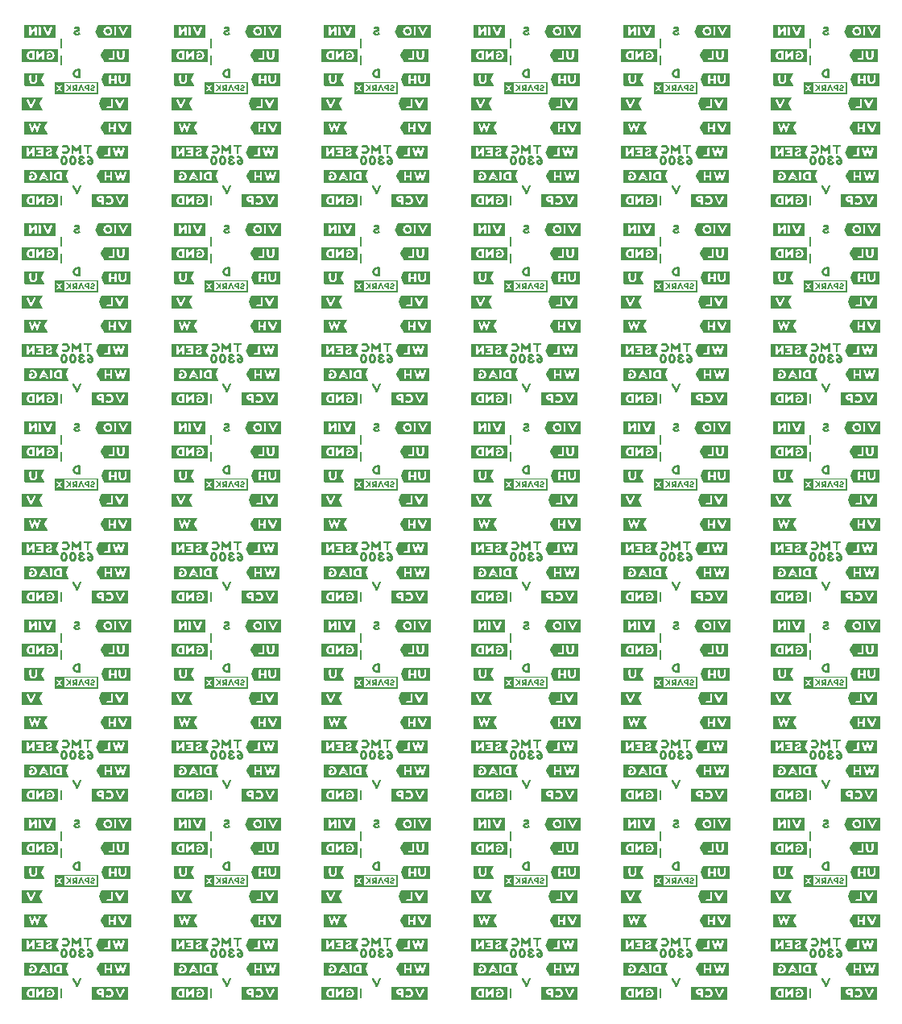
<source format=gbo>
G04 EAGLE Gerber RS-274X export*
G75*
%MOMM*%
%FSLAX34Y34*%
%LPD*%
%INSilkscreen Bottom*%
%IPPOS*%
%AMOC8*
5,1,8,0,0,1.08239X$1,22.5*%
G01*
%ADD10C,0.203200*%

G36*
X68183Y239533D02*
X68183Y239533D01*
X68185Y239531D01*
X68189Y239538D01*
X68227Y239567D01*
X68216Y239582D01*
X68226Y239598D01*
X68026Y240098D01*
X68023Y240100D01*
X68024Y240102D01*
X65031Y246188D01*
X65127Y246765D01*
X68124Y252758D01*
X68123Y252763D01*
X68127Y252766D01*
X68121Y252773D01*
X68120Y252782D01*
X68128Y252792D01*
X68028Y253192D01*
X67981Y253229D01*
X67981Y253228D01*
X67980Y253229D01*
X21580Y253229D01*
X21533Y253193D01*
X21535Y253190D01*
X21531Y253188D01*
X21431Y252588D01*
X21434Y252583D01*
X21431Y252580D01*
X21431Y239680D01*
X21467Y239633D01*
X21470Y239635D01*
X21472Y239631D01*
X22072Y239531D01*
X22077Y239534D01*
X22080Y239531D01*
X68180Y239531D01*
X68183Y239533D01*
G37*
G36*
X225663Y656093D02*
X225663Y656093D01*
X225665Y656091D01*
X225669Y656098D01*
X225707Y656127D01*
X225696Y656142D01*
X225706Y656158D01*
X225506Y656658D01*
X225503Y656660D01*
X225504Y656662D01*
X222511Y662748D01*
X222607Y663325D01*
X225604Y669318D01*
X225603Y669323D01*
X225607Y669326D01*
X225601Y669333D01*
X225600Y669342D01*
X225608Y669352D01*
X225508Y669752D01*
X225461Y669789D01*
X225461Y669788D01*
X225460Y669789D01*
X179060Y669789D01*
X179013Y669753D01*
X179015Y669750D01*
X179011Y669748D01*
X178911Y669148D01*
X178914Y669143D01*
X178911Y669140D01*
X178911Y656240D01*
X178947Y656193D01*
X178950Y656195D01*
X178952Y656191D01*
X179552Y656091D01*
X179557Y656094D01*
X179560Y656091D01*
X225660Y656091D01*
X225663Y656093D01*
G37*
G36*
X540623Y656093D02*
X540623Y656093D01*
X540625Y656091D01*
X540629Y656098D01*
X540667Y656127D01*
X540656Y656142D01*
X540666Y656158D01*
X540466Y656658D01*
X540463Y656660D01*
X540464Y656662D01*
X537471Y662748D01*
X537567Y663325D01*
X540564Y669318D01*
X540563Y669323D01*
X540567Y669326D01*
X540561Y669333D01*
X540560Y669342D01*
X540568Y669352D01*
X540468Y669752D01*
X540421Y669789D01*
X540421Y669788D01*
X540420Y669789D01*
X494020Y669789D01*
X493973Y669753D01*
X493975Y669750D01*
X493971Y669748D01*
X493871Y669148D01*
X493874Y669143D01*
X493871Y669140D01*
X493871Y656240D01*
X493907Y656193D01*
X493910Y656195D01*
X493912Y656191D01*
X494512Y656091D01*
X494517Y656094D01*
X494520Y656091D01*
X540620Y656091D01*
X540623Y656093D01*
G37*
G36*
X698103Y656093D02*
X698103Y656093D01*
X698105Y656091D01*
X698109Y656098D01*
X698147Y656127D01*
X698136Y656142D01*
X698146Y656158D01*
X697946Y656658D01*
X697943Y656660D01*
X697944Y656662D01*
X694951Y662748D01*
X695047Y663325D01*
X698044Y669318D01*
X698043Y669323D01*
X698047Y669326D01*
X698041Y669333D01*
X698040Y669342D01*
X698048Y669352D01*
X697948Y669752D01*
X697901Y669789D01*
X697901Y669788D01*
X697900Y669789D01*
X651500Y669789D01*
X651453Y669753D01*
X651455Y669750D01*
X651451Y669748D01*
X651351Y669148D01*
X651354Y669143D01*
X651351Y669140D01*
X651351Y656240D01*
X651387Y656193D01*
X651390Y656195D01*
X651392Y656191D01*
X651992Y656091D01*
X651997Y656094D01*
X652000Y656091D01*
X698100Y656091D01*
X698103Y656093D01*
G37*
G36*
X68183Y656093D02*
X68183Y656093D01*
X68185Y656091D01*
X68189Y656098D01*
X68227Y656127D01*
X68216Y656142D01*
X68226Y656158D01*
X68026Y656658D01*
X68023Y656660D01*
X68024Y656662D01*
X65031Y662748D01*
X65127Y663325D01*
X68124Y669318D01*
X68123Y669323D01*
X68127Y669326D01*
X68121Y669333D01*
X68120Y669342D01*
X68128Y669352D01*
X68028Y669752D01*
X67981Y669789D01*
X67981Y669788D01*
X67980Y669789D01*
X21580Y669789D01*
X21533Y669753D01*
X21535Y669750D01*
X21531Y669748D01*
X21431Y669148D01*
X21434Y669143D01*
X21431Y669140D01*
X21431Y656240D01*
X21467Y656193D01*
X21470Y656195D01*
X21472Y656191D01*
X22072Y656091D01*
X22077Y656094D01*
X22080Y656091D01*
X68180Y656091D01*
X68183Y656093D01*
G37*
G36*
X698103Y239533D02*
X698103Y239533D01*
X698105Y239531D01*
X698109Y239538D01*
X698147Y239567D01*
X698136Y239582D01*
X698146Y239598D01*
X697946Y240098D01*
X697943Y240100D01*
X697944Y240102D01*
X694951Y246188D01*
X695047Y246765D01*
X698044Y252758D01*
X698043Y252763D01*
X698047Y252766D01*
X698041Y252773D01*
X698040Y252782D01*
X698048Y252792D01*
X697948Y253192D01*
X697901Y253229D01*
X697901Y253228D01*
X697900Y253229D01*
X651500Y253229D01*
X651453Y253193D01*
X651455Y253190D01*
X651451Y253188D01*
X651351Y252588D01*
X651354Y252583D01*
X651351Y252580D01*
X651351Y239680D01*
X651387Y239633D01*
X651390Y239635D01*
X651392Y239631D01*
X651992Y239531D01*
X651997Y239534D01*
X652000Y239531D01*
X698100Y239531D01*
X698103Y239533D01*
G37*
G36*
X383143Y239533D02*
X383143Y239533D01*
X383145Y239531D01*
X383149Y239538D01*
X383187Y239567D01*
X383176Y239582D01*
X383186Y239598D01*
X382986Y240098D01*
X382983Y240100D01*
X382984Y240102D01*
X379991Y246188D01*
X380087Y246765D01*
X383084Y252758D01*
X383083Y252763D01*
X383087Y252766D01*
X383081Y252773D01*
X383080Y252782D01*
X383088Y252792D01*
X382988Y253192D01*
X382941Y253229D01*
X382941Y253228D01*
X382940Y253229D01*
X336540Y253229D01*
X336493Y253193D01*
X336495Y253190D01*
X336491Y253188D01*
X336391Y252588D01*
X336394Y252583D01*
X336391Y252580D01*
X336391Y239680D01*
X336427Y239633D01*
X336430Y239635D01*
X336432Y239631D01*
X337032Y239531D01*
X337037Y239534D01*
X337040Y239531D01*
X383140Y239531D01*
X383143Y239533D01*
G37*
G36*
X540623Y447813D02*
X540623Y447813D01*
X540625Y447811D01*
X540629Y447818D01*
X540667Y447847D01*
X540656Y447862D01*
X540666Y447878D01*
X540466Y448378D01*
X540463Y448380D01*
X540464Y448382D01*
X537471Y454468D01*
X537567Y455045D01*
X540564Y461038D01*
X540563Y461043D01*
X540567Y461046D01*
X540561Y461053D01*
X540560Y461062D01*
X540568Y461072D01*
X540468Y461472D01*
X540421Y461509D01*
X540421Y461508D01*
X540420Y461509D01*
X494020Y461509D01*
X493973Y461473D01*
X493975Y461470D01*
X493971Y461468D01*
X493871Y460868D01*
X493874Y460863D01*
X493871Y460860D01*
X493871Y447960D01*
X493907Y447913D01*
X493910Y447915D01*
X493912Y447911D01*
X494512Y447811D01*
X494517Y447814D01*
X494520Y447811D01*
X540620Y447811D01*
X540623Y447813D01*
G37*
G36*
X68183Y864373D02*
X68183Y864373D01*
X68185Y864371D01*
X68189Y864378D01*
X68227Y864407D01*
X68216Y864422D01*
X68226Y864438D01*
X68026Y864938D01*
X68023Y864940D01*
X68024Y864942D01*
X65031Y871028D01*
X65127Y871605D01*
X68124Y877598D01*
X68123Y877603D01*
X68127Y877606D01*
X68121Y877613D01*
X68120Y877622D01*
X68128Y877632D01*
X68028Y878032D01*
X67981Y878069D01*
X67981Y878068D01*
X67980Y878069D01*
X21580Y878069D01*
X21533Y878033D01*
X21535Y878030D01*
X21531Y878028D01*
X21431Y877428D01*
X21434Y877423D01*
X21431Y877420D01*
X21431Y864520D01*
X21467Y864473D01*
X21470Y864475D01*
X21472Y864471D01*
X22072Y864371D01*
X22077Y864374D01*
X22080Y864371D01*
X68180Y864371D01*
X68183Y864373D01*
G37*
G36*
X540623Y864373D02*
X540623Y864373D01*
X540625Y864371D01*
X540629Y864378D01*
X540667Y864407D01*
X540656Y864422D01*
X540666Y864438D01*
X540466Y864938D01*
X540463Y864940D01*
X540464Y864942D01*
X537471Y871028D01*
X537567Y871605D01*
X540564Y877598D01*
X540563Y877603D01*
X540567Y877606D01*
X540561Y877613D01*
X540560Y877622D01*
X540568Y877632D01*
X540468Y878032D01*
X540421Y878069D01*
X540421Y878068D01*
X540420Y878069D01*
X494020Y878069D01*
X493973Y878033D01*
X493975Y878030D01*
X493971Y878028D01*
X493871Y877428D01*
X493874Y877423D01*
X493871Y877420D01*
X493871Y864520D01*
X493907Y864473D01*
X493910Y864475D01*
X493912Y864471D01*
X494512Y864371D01*
X494517Y864374D01*
X494520Y864371D01*
X540620Y864371D01*
X540623Y864373D01*
G37*
G36*
X855583Y239533D02*
X855583Y239533D01*
X855585Y239531D01*
X855589Y239538D01*
X855627Y239567D01*
X855616Y239582D01*
X855626Y239598D01*
X855426Y240098D01*
X855423Y240100D01*
X855424Y240102D01*
X852431Y246188D01*
X852527Y246765D01*
X855524Y252758D01*
X855523Y252763D01*
X855527Y252766D01*
X855521Y252773D01*
X855520Y252782D01*
X855528Y252792D01*
X855428Y253192D01*
X855381Y253229D01*
X855381Y253228D01*
X855380Y253229D01*
X808980Y253229D01*
X808933Y253193D01*
X808935Y253190D01*
X808931Y253188D01*
X808831Y252588D01*
X808834Y252583D01*
X808831Y252580D01*
X808831Y239680D01*
X808867Y239633D01*
X808870Y239635D01*
X808872Y239631D01*
X809472Y239531D01*
X809477Y239534D01*
X809480Y239531D01*
X855580Y239531D01*
X855583Y239533D01*
G37*
G36*
X225663Y864373D02*
X225663Y864373D01*
X225665Y864371D01*
X225669Y864378D01*
X225707Y864407D01*
X225696Y864422D01*
X225706Y864438D01*
X225506Y864938D01*
X225503Y864940D01*
X225504Y864942D01*
X222511Y871028D01*
X222607Y871605D01*
X225604Y877598D01*
X225603Y877603D01*
X225607Y877606D01*
X225601Y877613D01*
X225600Y877622D01*
X225608Y877632D01*
X225508Y878032D01*
X225461Y878069D01*
X225461Y878068D01*
X225460Y878069D01*
X179060Y878069D01*
X179013Y878033D01*
X179015Y878030D01*
X179011Y878028D01*
X178911Y877428D01*
X178914Y877423D01*
X178911Y877420D01*
X178911Y864520D01*
X178947Y864473D01*
X178950Y864475D01*
X178952Y864471D01*
X179552Y864371D01*
X179557Y864374D01*
X179560Y864371D01*
X225660Y864371D01*
X225663Y864373D01*
G37*
G36*
X698103Y864373D02*
X698103Y864373D01*
X698105Y864371D01*
X698109Y864378D01*
X698147Y864407D01*
X698136Y864422D01*
X698146Y864438D01*
X697946Y864938D01*
X697943Y864940D01*
X697944Y864942D01*
X694951Y871028D01*
X695047Y871605D01*
X698044Y877598D01*
X698043Y877603D01*
X698047Y877606D01*
X698041Y877613D01*
X698040Y877622D01*
X698048Y877632D01*
X697948Y878032D01*
X697901Y878069D01*
X697901Y878068D01*
X697900Y878069D01*
X651500Y878069D01*
X651453Y878033D01*
X651455Y878030D01*
X651451Y878028D01*
X651351Y877428D01*
X651354Y877423D01*
X651351Y877420D01*
X651351Y864520D01*
X651387Y864473D01*
X651390Y864475D01*
X651392Y864471D01*
X651992Y864371D01*
X651997Y864374D01*
X652000Y864371D01*
X698100Y864371D01*
X698103Y864373D01*
G37*
G36*
X855583Y864373D02*
X855583Y864373D01*
X855585Y864371D01*
X855589Y864378D01*
X855627Y864407D01*
X855616Y864422D01*
X855626Y864438D01*
X855426Y864938D01*
X855423Y864940D01*
X855424Y864942D01*
X852431Y871028D01*
X852527Y871605D01*
X855524Y877598D01*
X855523Y877603D01*
X855527Y877606D01*
X855521Y877613D01*
X855520Y877622D01*
X855528Y877632D01*
X855428Y878032D01*
X855381Y878069D01*
X855381Y878068D01*
X855380Y878069D01*
X808980Y878069D01*
X808933Y878033D01*
X808935Y878030D01*
X808931Y878028D01*
X808831Y877428D01*
X808834Y877423D01*
X808831Y877420D01*
X808831Y864520D01*
X808867Y864473D01*
X808870Y864475D01*
X808872Y864471D01*
X809472Y864371D01*
X809477Y864374D01*
X809480Y864371D01*
X855580Y864371D01*
X855583Y864373D01*
G37*
G36*
X383143Y864373D02*
X383143Y864373D01*
X383145Y864371D01*
X383149Y864378D01*
X383187Y864407D01*
X383176Y864422D01*
X383186Y864438D01*
X382986Y864938D01*
X382983Y864940D01*
X382984Y864942D01*
X379991Y871028D01*
X380087Y871605D01*
X383084Y877598D01*
X383083Y877603D01*
X383087Y877606D01*
X383081Y877613D01*
X383080Y877622D01*
X383088Y877632D01*
X382988Y878032D01*
X382941Y878069D01*
X382941Y878068D01*
X382940Y878069D01*
X336540Y878069D01*
X336493Y878033D01*
X336495Y878030D01*
X336491Y878028D01*
X336391Y877428D01*
X336394Y877423D01*
X336391Y877420D01*
X336391Y864520D01*
X336427Y864473D01*
X336430Y864475D01*
X336432Y864471D01*
X337032Y864371D01*
X337037Y864374D01*
X337040Y864371D01*
X383140Y864371D01*
X383143Y864373D01*
G37*
G36*
X383143Y447813D02*
X383143Y447813D01*
X383145Y447811D01*
X383149Y447818D01*
X383187Y447847D01*
X383176Y447862D01*
X383186Y447878D01*
X382986Y448378D01*
X382983Y448380D01*
X382984Y448382D01*
X379991Y454468D01*
X380087Y455045D01*
X383084Y461038D01*
X383083Y461043D01*
X383087Y461046D01*
X383081Y461053D01*
X383080Y461062D01*
X383088Y461072D01*
X382988Y461472D01*
X382941Y461509D01*
X382941Y461508D01*
X382940Y461509D01*
X336540Y461509D01*
X336493Y461473D01*
X336495Y461470D01*
X336491Y461468D01*
X336391Y460868D01*
X336394Y460863D01*
X336391Y460860D01*
X336391Y447960D01*
X336427Y447913D01*
X336430Y447915D01*
X336432Y447911D01*
X337032Y447811D01*
X337037Y447814D01*
X337040Y447811D01*
X383140Y447811D01*
X383143Y447813D01*
G37*
G36*
X225663Y447813D02*
X225663Y447813D01*
X225665Y447811D01*
X225669Y447818D01*
X225707Y447847D01*
X225696Y447862D01*
X225706Y447878D01*
X225506Y448378D01*
X225503Y448380D01*
X225504Y448382D01*
X222511Y454468D01*
X222607Y455045D01*
X225604Y461038D01*
X225603Y461043D01*
X225607Y461046D01*
X225601Y461053D01*
X225600Y461062D01*
X225608Y461072D01*
X225508Y461472D01*
X225461Y461509D01*
X225461Y461508D01*
X225460Y461509D01*
X179060Y461509D01*
X179013Y461473D01*
X179015Y461470D01*
X179011Y461468D01*
X178911Y460868D01*
X178914Y460863D01*
X178911Y460860D01*
X178911Y447960D01*
X178947Y447913D01*
X178950Y447915D01*
X178952Y447911D01*
X179552Y447811D01*
X179557Y447814D01*
X179560Y447811D01*
X225660Y447811D01*
X225663Y447813D01*
G37*
G36*
X225663Y239533D02*
X225663Y239533D01*
X225665Y239531D01*
X225669Y239538D01*
X225707Y239567D01*
X225696Y239582D01*
X225706Y239598D01*
X225506Y240098D01*
X225503Y240100D01*
X225504Y240102D01*
X222511Y246188D01*
X222607Y246765D01*
X225604Y252758D01*
X225603Y252763D01*
X225607Y252766D01*
X225601Y252773D01*
X225600Y252782D01*
X225608Y252792D01*
X225508Y253192D01*
X225461Y253229D01*
X225461Y253228D01*
X225460Y253229D01*
X179060Y253229D01*
X179013Y253193D01*
X179015Y253190D01*
X179011Y253188D01*
X178911Y252588D01*
X178914Y252583D01*
X178911Y252580D01*
X178911Y239680D01*
X178947Y239633D01*
X178950Y239635D01*
X178952Y239631D01*
X179552Y239531D01*
X179557Y239534D01*
X179560Y239531D01*
X225660Y239531D01*
X225663Y239533D01*
G37*
G36*
X540623Y239533D02*
X540623Y239533D01*
X540625Y239531D01*
X540629Y239538D01*
X540667Y239567D01*
X540656Y239582D01*
X540666Y239598D01*
X540466Y240098D01*
X540463Y240100D01*
X540464Y240102D01*
X537471Y246188D01*
X537567Y246765D01*
X540564Y252758D01*
X540563Y252763D01*
X540567Y252766D01*
X540561Y252773D01*
X540560Y252782D01*
X540568Y252792D01*
X540468Y253192D01*
X540421Y253229D01*
X540421Y253228D01*
X540420Y253229D01*
X494020Y253229D01*
X493973Y253193D01*
X493975Y253190D01*
X493971Y253188D01*
X493871Y252588D01*
X493874Y252583D01*
X493871Y252580D01*
X493871Y239680D01*
X493907Y239633D01*
X493910Y239635D01*
X493912Y239631D01*
X494512Y239531D01*
X494517Y239534D01*
X494520Y239531D01*
X540620Y239531D01*
X540623Y239533D01*
G37*
G36*
X855583Y656093D02*
X855583Y656093D01*
X855585Y656091D01*
X855589Y656098D01*
X855627Y656127D01*
X855616Y656142D01*
X855626Y656158D01*
X855426Y656658D01*
X855423Y656660D01*
X855424Y656662D01*
X852431Y662748D01*
X852527Y663325D01*
X855524Y669318D01*
X855523Y669323D01*
X855527Y669326D01*
X855521Y669333D01*
X855520Y669342D01*
X855528Y669352D01*
X855428Y669752D01*
X855381Y669789D01*
X855381Y669788D01*
X855380Y669789D01*
X808980Y669789D01*
X808933Y669753D01*
X808935Y669750D01*
X808931Y669748D01*
X808831Y669148D01*
X808834Y669143D01*
X808831Y669140D01*
X808831Y656240D01*
X808867Y656193D01*
X808870Y656195D01*
X808872Y656191D01*
X809472Y656091D01*
X809477Y656094D01*
X809480Y656091D01*
X855580Y656091D01*
X855583Y656093D01*
G37*
G36*
X383143Y656093D02*
X383143Y656093D01*
X383145Y656091D01*
X383149Y656098D01*
X383187Y656127D01*
X383176Y656142D01*
X383186Y656158D01*
X382986Y656658D01*
X382983Y656660D01*
X382984Y656662D01*
X379991Y662748D01*
X380087Y663325D01*
X383084Y669318D01*
X383083Y669323D01*
X383087Y669326D01*
X383081Y669333D01*
X383080Y669342D01*
X383088Y669352D01*
X382988Y669752D01*
X382941Y669789D01*
X382941Y669788D01*
X382940Y669789D01*
X336540Y669789D01*
X336493Y669753D01*
X336495Y669750D01*
X336491Y669748D01*
X336391Y669148D01*
X336394Y669143D01*
X336391Y669140D01*
X336391Y656240D01*
X336427Y656193D01*
X336430Y656195D01*
X336432Y656191D01*
X337032Y656091D01*
X337037Y656094D01*
X337040Y656091D01*
X383140Y656091D01*
X383143Y656093D01*
G37*
G36*
X68183Y447813D02*
X68183Y447813D01*
X68185Y447811D01*
X68189Y447818D01*
X68227Y447847D01*
X68216Y447862D01*
X68226Y447878D01*
X68026Y448378D01*
X68023Y448380D01*
X68024Y448382D01*
X65031Y454468D01*
X65127Y455045D01*
X68124Y461038D01*
X68123Y461043D01*
X68127Y461046D01*
X68121Y461053D01*
X68120Y461062D01*
X68128Y461072D01*
X68028Y461472D01*
X67981Y461509D01*
X67981Y461508D01*
X67980Y461509D01*
X21580Y461509D01*
X21533Y461473D01*
X21535Y461470D01*
X21531Y461468D01*
X21431Y460868D01*
X21434Y460863D01*
X21431Y460860D01*
X21431Y447960D01*
X21467Y447913D01*
X21470Y447915D01*
X21472Y447911D01*
X22072Y447811D01*
X22077Y447814D01*
X22080Y447811D01*
X68180Y447811D01*
X68183Y447813D01*
G37*
G36*
X855583Y447813D02*
X855583Y447813D01*
X855585Y447811D01*
X855589Y447818D01*
X855627Y447847D01*
X855616Y447862D01*
X855626Y447878D01*
X855426Y448378D01*
X855423Y448380D01*
X855424Y448382D01*
X852431Y454468D01*
X852527Y455045D01*
X855524Y461038D01*
X855523Y461043D01*
X855527Y461046D01*
X855521Y461053D01*
X855520Y461062D01*
X855528Y461072D01*
X855428Y461472D01*
X855381Y461509D01*
X855381Y461508D01*
X855380Y461509D01*
X808980Y461509D01*
X808933Y461473D01*
X808935Y461470D01*
X808931Y461468D01*
X808831Y460868D01*
X808834Y460863D01*
X808831Y460860D01*
X808831Y447960D01*
X808867Y447913D01*
X808870Y447915D01*
X808872Y447911D01*
X809472Y447811D01*
X809477Y447814D01*
X809480Y447811D01*
X855580Y447811D01*
X855583Y447813D01*
G37*
G36*
X698103Y447813D02*
X698103Y447813D01*
X698105Y447811D01*
X698109Y447818D01*
X698147Y447847D01*
X698136Y447862D01*
X698146Y447878D01*
X697946Y448378D01*
X697943Y448380D01*
X697944Y448382D01*
X694951Y454468D01*
X695047Y455045D01*
X698044Y461038D01*
X698043Y461043D01*
X698047Y461046D01*
X698041Y461053D01*
X698040Y461062D01*
X698048Y461072D01*
X697948Y461472D01*
X697901Y461509D01*
X697901Y461508D01*
X697900Y461509D01*
X651500Y461509D01*
X651453Y461473D01*
X651455Y461470D01*
X651451Y461468D01*
X651351Y460868D01*
X651354Y460863D01*
X651351Y460860D01*
X651351Y447960D01*
X651387Y447913D01*
X651390Y447915D01*
X651392Y447911D01*
X651992Y447811D01*
X651997Y447814D01*
X652000Y447811D01*
X698100Y447811D01*
X698103Y447813D01*
G37*
G36*
X68183Y31253D02*
X68183Y31253D01*
X68185Y31251D01*
X68189Y31258D01*
X68227Y31287D01*
X68216Y31302D01*
X68226Y31318D01*
X68026Y31818D01*
X68023Y31820D01*
X68024Y31822D01*
X65031Y37908D01*
X65127Y38485D01*
X68124Y44478D01*
X68123Y44483D01*
X68127Y44486D01*
X68121Y44493D01*
X68120Y44502D01*
X68128Y44512D01*
X68028Y44912D01*
X67981Y44949D01*
X67981Y44948D01*
X67980Y44949D01*
X21580Y44949D01*
X21533Y44913D01*
X21535Y44910D01*
X21531Y44908D01*
X21431Y44308D01*
X21434Y44303D01*
X21431Y44300D01*
X21431Y31400D01*
X21467Y31353D01*
X21470Y31355D01*
X21472Y31351D01*
X22072Y31251D01*
X22077Y31254D01*
X22080Y31251D01*
X68180Y31251D01*
X68183Y31253D01*
G37*
G36*
X855583Y31253D02*
X855583Y31253D01*
X855585Y31251D01*
X855589Y31258D01*
X855627Y31287D01*
X855616Y31302D01*
X855626Y31318D01*
X855426Y31818D01*
X855423Y31820D01*
X855424Y31822D01*
X852431Y37908D01*
X852527Y38485D01*
X855524Y44478D01*
X855523Y44483D01*
X855527Y44486D01*
X855521Y44493D01*
X855520Y44502D01*
X855528Y44512D01*
X855428Y44912D01*
X855381Y44949D01*
X855381Y44948D01*
X855380Y44949D01*
X808980Y44949D01*
X808933Y44913D01*
X808935Y44910D01*
X808931Y44908D01*
X808831Y44308D01*
X808834Y44303D01*
X808831Y44300D01*
X808831Y31400D01*
X808867Y31353D01*
X808870Y31355D01*
X808872Y31351D01*
X809472Y31251D01*
X809477Y31254D01*
X809480Y31251D01*
X855580Y31251D01*
X855583Y31253D01*
G37*
G36*
X225663Y31253D02*
X225663Y31253D01*
X225665Y31251D01*
X225669Y31258D01*
X225707Y31287D01*
X225696Y31302D01*
X225706Y31318D01*
X225506Y31818D01*
X225503Y31820D01*
X225504Y31822D01*
X222511Y37908D01*
X222607Y38485D01*
X225604Y44478D01*
X225603Y44483D01*
X225607Y44486D01*
X225601Y44493D01*
X225600Y44502D01*
X225608Y44512D01*
X225508Y44912D01*
X225461Y44949D01*
X225461Y44948D01*
X225460Y44949D01*
X179060Y44949D01*
X179013Y44913D01*
X179015Y44910D01*
X179011Y44908D01*
X178911Y44308D01*
X178914Y44303D01*
X178911Y44300D01*
X178911Y31400D01*
X178947Y31353D01*
X178950Y31355D01*
X178952Y31351D01*
X179552Y31251D01*
X179557Y31254D01*
X179560Y31251D01*
X225660Y31251D01*
X225663Y31253D01*
G37*
G36*
X383143Y31253D02*
X383143Y31253D01*
X383145Y31251D01*
X383149Y31258D01*
X383187Y31287D01*
X383176Y31302D01*
X383186Y31318D01*
X382986Y31818D01*
X382983Y31820D01*
X382984Y31822D01*
X379991Y37908D01*
X380087Y38485D01*
X383084Y44478D01*
X383083Y44483D01*
X383087Y44486D01*
X383081Y44493D01*
X383080Y44502D01*
X383088Y44512D01*
X382988Y44912D01*
X382941Y44949D01*
X382941Y44948D01*
X382940Y44949D01*
X336540Y44949D01*
X336493Y44913D01*
X336495Y44910D01*
X336491Y44908D01*
X336391Y44308D01*
X336394Y44303D01*
X336391Y44300D01*
X336391Y31400D01*
X336427Y31353D01*
X336430Y31355D01*
X336432Y31351D01*
X337032Y31251D01*
X337037Y31254D01*
X337040Y31251D01*
X383140Y31251D01*
X383143Y31253D01*
G37*
G36*
X698103Y31253D02*
X698103Y31253D01*
X698105Y31251D01*
X698109Y31258D01*
X698147Y31287D01*
X698136Y31302D01*
X698146Y31318D01*
X697946Y31818D01*
X697943Y31820D01*
X697944Y31822D01*
X694951Y37908D01*
X695047Y38485D01*
X698044Y44478D01*
X698043Y44483D01*
X698047Y44486D01*
X698041Y44493D01*
X698040Y44502D01*
X698048Y44512D01*
X697948Y44912D01*
X697901Y44949D01*
X697901Y44948D01*
X697900Y44949D01*
X651500Y44949D01*
X651453Y44913D01*
X651455Y44910D01*
X651451Y44908D01*
X651351Y44308D01*
X651354Y44303D01*
X651351Y44300D01*
X651351Y31400D01*
X651387Y31353D01*
X651390Y31355D01*
X651392Y31351D01*
X651992Y31251D01*
X651997Y31254D01*
X652000Y31251D01*
X698100Y31251D01*
X698103Y31253D01*
G37*
G36*
X540623Y31253D02*
X540623Y31253D01*
X540625Y31251D01*
X540629Y31258D01*
X540667Y31287D01*
X540656Y31302D01*
X540666Y31318D01*
X540466Y31818D01*
X540463Y31820D01*
X540464Y31822D01*
X537471Y37908D01*
X537567Y38485D01*
X540564Y44478D01*
X540563Y44483D01*
X540567Y44486D01*
X540561Y44493D01*
X540560Y44502D01*
X540568Y44512D01*
X540468Y44912D01*
X540421Y44949D01*
X540421Y44948D01*
X540420Y44949D01*
X494020Y44949D01*
X493973Y44913D01*
X493975Y44910D01*
X493971Y44908D01*
X493871Y44308D01*
X493874Y44303D01*
X493871Y44300D01*
X493871Y31400D01*
X493907Y31353D01*
X493910Y31355D01*
X493912Y31351D01*
X494512Y31251D01*
X494517Y31254D01*
X494520Y31251D01*
X540620Y31251D01*
X540623Y31253D01*
G37*
G36*
X414067Y749309D02*
X414067Y749309D01*
X414062Y749317D01*
X414069Y749322D01*
X414069Y761978D01*
X414033Y762025D01*
X414026Y762019D01*
X414020Y762027D01*
X368300Y762027D01*
X368253Y761991D01*
X368258Y761983D01*
X368251Y761978D01*
X368251Y749322D01*
X368287Y749275D01*
X368294Y749281D01*
X368300Y749273D01*
X414020Y749273D01*
X414067Y749309D01*
G37*
G36*
X886507Y749309D02*
X886507Y749309D01*
X886502Y749317D01*
X886509Y749322D01*
X886509Y761978D01*
X886473Y762025D01*
X886466Y762019D01*
X886460Y762027D01*
X840740Y762027D01*
X840693Y761991D01*
X840698Y761983D01*
X840691Y761978D01*
X840691Y749322D01*
X840727Y749275D01*
X840734Y749281D01*
X840740Y749273D01*
X886460Y749273D01*
X886507Y749309D01*
G37*
G36*
X256587Y749309D02*
X256587Y749309D01*
X256582Y749317D01*
X256589Y749322D01*
X256589Y761978D01*
X256553Y762025D01*
X256546Y762019D01*
X256540Y762027D01*
X210820Y762027D01*
X210773Y761991D01*
X210778Y761983D01*
X210771Y761978D01*
X210771Y749322D01*
X210807Y749275D01*
X210814Y749281D01*
X210820Y749273D01*
X256540Y749273D01*
X256587Y749309D01*
G37*
G36*
X729027Y749309D02*
X729027Y749309D01*
X729022Y749317D01*
X729029Y749322D01*
X729029Y761978D01*
X728993Y762025D01*
X728986Y762019D01*
X728980Y762027D01*
X683260Y762027D01*
X683213Y761991D01*
X683218Y761983D01*
X683211Y761978D01*
X683211Y749322D01*
X683247Y749275D01*
X683254Y749281D01*
X683260Y749273D01*
X728980Y749273D01*
X729027Y749309D01*
G37*
G36*
X414067Y332749D02*
X414067Y332749D01*
X414062Y332757D01*
X414069Y332762D01*
X414069Y345418D01*
X414033Y345465D01*
X414026Y345459D01*
X414020Y345467D01*
X368300Y345467D01*
X368253Y345431D01*
X368258Y345423D01*
X368251Y345418D01*
X368251Y332762D01*
X368287Y332715D01*
X368294Y332721D01*
X368300Y332713D01*
X414020Y332713D01*
X414067Y332749D01*
G37*
G36*
X571547Y332749D02*
X571547Y332749D01*
X571542Y332757D01*
X571549Y332762D01*
X571549Y345418D01*
X571513Y345465D01*
X571506Y345459D01*
X571500Y345467D01*
X525780Y345467D01*
X525733Y345431D01*
X525738Y345423D01*
X525731Y345418D01*
X525731Y332762D01*
X525767Y332715D01*
X525774Y332721D01*
X525780Y332713D01*
X571500Y332713D01*
X571547Y332749D01*
G37*
G36*
X414067Y124469D02*
X414067Y124469D01*
X414062Y124477D01*
X414069Y124482D01*
X414069Y137138D01*
X414033Y137185D01*
X414026Y137179D01*
X414020Y137187D01*
X368300Y137187D01*
X368253Y137151D01*
X368258Y137143D01*
X368251Y137138D01*
X368251Y124482D01*
X368287Y124435D01*
X368294Y124441D01*
X368300Y124433D01*
X414020Y124433D01*
X414067Y124469D01*
G37*
G36*
X571547Y749309D02*
X571547Y749309D01*
X571542Y749317D01*
X571549Y749322D01*
X571549Y761978D01*
X571513Y762025D01*
X571506Y762019D01*
X571500Y762027D01*
X525780Y762027D01*
X525733Y761991D01*
X525738Y761983D01*
X525731Y761978D01*
X525731Y749322D01*
X525767Y749275D01*
X525774Y749281D01*
X525780Y749273D01*
X571500Y749273D01*
X571547Y749309D01*
G37*
G36*
X886507Y124469D02*
X886507Y124469D01*
X886502Y124477D01*
X886509Y124482D01*
X886509Y137138D01*
X886473Y137185D01*
X886466Y137179D01*
X886460Y137187D01*
X840740Y137187D01*
X840693Y137151D01*
X840698Y137143D01*
X840691Y137138D01*
X840691Y124482D01*
X840727Y124435D01*
X840734Y124441D01*
X840740Y124433D01*
X886460Y124433D01*
X886507Y124469D01*
G37*
G36*
X729027Y124469D02*
X729027Y124469D01*
X729022Y124477D01*
X729029Y124482D01*
X729029Y137138D01*
X728993Y137185D01*
X728986Y137179D01*
X728980Y137187D01*
X683260Y137187D01*
X683213Y137151D01*
X683218Y137143D01*
X683211Y137138D01*
X683211Y124482D01*
X683247Y124435D01*
X683254Y124441D01*
X683260Y124433D01*
X728980Y124433D01*
X729027Y124469D01*
G37*
G36*
X571547Y124469D02*
X571547Y124469D01*
X571542Y124477D01*
X571549Y124482D01*
X571549Y137138D01*
X571513Y137185D01*
X571506Y137179D01*
X571500Y137187D01*
X525780Y137187D01*
X525733Y137151D01*
X525738Y137143D01*
X525731Y137138D01*
X525731Y124482D01*
X525767Y124435D01*
X525774Y124441D01*
X525780Y124433D01*
X571500Y124433D01*
X571547Y124469D01*
G37*
G36*
X99107Y749309D02*
X99107Y749309D01*
X99102Y749317D01*
X99109Y749322D01*
X99109Y761978D01*
X99073Y762025D01*
X99066Y762019D01*
X99060Y762027D01*
X53340Y762027D01*
X53293Y761991D01*
X53298Y761983D01*
X53291Y761978D01*
X53291Y749322D01*
X53327Y749275D01*
X53334Y749281D01*
X53340Y749273D01*
X99060Y749273D01*
X99107Y749309D01*
G37*
G36*
X99107Y124469D02*
X99107Y124469D01*
X99102Y124477D01*
X99109Y124482D01*
X99109Y137138D01*
X99073Y137185D01*
X99066Y137179D01*
X99060Y137187D01*
X53340Y137187D01*
X53293Y137151D01*
X53298Y137143D01*
X53291Y137138D01*
X53291Y124482D01*
X53327Y124435D01*
X53334Y124441D01*
X53340Y124433D01*
X99060Y124433D01*
X99107Y124469D01*
G37*
G36*
X414067Y957589D02*
X414067Y957589D01*
X414062Y957597D01*
X414069Y957602D01*
X414069Y970258D01*
X414033Y970305D01*
X414026Y970299D01*
X414020Y970307D01*
X368300Y970307D01*
X368253Y970271D01*
X368258Y970263D01*
X368251Y970258D01*
X368251Y957602D01*
X368287Y957555D01*
X368294Y957561D01*
X368300Y957553D01*
X414020Y957553D01*
X414067Y957589D01*
G37*
G36*
X571547Y957589D02*
X571547Y957589D01*
X571542Y957597D01*
X571549Y957602D01*
X571549Y970258D01*
X571513Y970305D01*
X571506Y970299D01*
X571500Y970307D01*
X525780Y970307D01*
X525733Y970271D01*
X525738Y970263D01*
X525731Y970258D01*
X525731Y957602D01*
X525767Y957555D01*
X525774Y957561D01*
X525780Y957553D01*
X571500Y957553D01*
X571547Y957589D01*
G37*
G36*
X99107Y957589D02*
X99107Y957589D01*
X99102Y957597D01*
X99109Y957602D01*
X99109Y970258D01*
X99073Y970305D01*
X99066Y970299D01*
X99060Y970307D01*
X53340Y970307D01*
X53293Y970271D01*
X53298Y970263D01*
X53291Y970258D01*
X53291Y957602D01*
X53327Y957555D01*
X53334Y957561D01*
X53340Y957553D01*
X99060Y957553D01*
X99107Y957589D01*
G37*
G36*
X886507Y957589D02*
X886507Y957589D01*
X886502Y957597D01*
X886509Y957602D01*
X886509Y970258D01*
X886473Y970305D01*
X886466Y970299D01*
X886460Y970307D01*
X840740Y970307D01*
X840693Y970271D01*
X840698Y970263D01*
X840691Y970258D01*
X840691Y957602D01*
X840727Y957555D01*
X840734Y957561D01*
X840740Y957553D01*
X886460Y957553D01*
X886507Y957589D01*
G37*
G36*
X256587Y957589D02*
X256587Y957589D01*
X256582Y957597D01*
X256589Y957602D01*
X256589Y970258D01*
X256553Y970305D01*
X256546Y970299D01*
X256540Y970307D01*
X210820Y970307D01*
X210773Y970271D01*
X210778Y970263D01*
X210771Y970258D01*
X210771Y957602D01*
X210807Y957555D01*
X210814Y957561D01*
X210820Y957553D01*
X256540Y957553D01*
X256587Y957589D01*
G37*
G36*
X256587Y541029D02*
X256587Y541029D01*
X256582Y541037D01*
X256589Y541042D01*
X256589Y553698D01*
X256553Y553745D01*
X256546Y553739D01*
X256540Y553747D01*
X210820Y553747D01*
X210773Y553711D01*
X210778Y553703D01*
X210771Y553698D01*
X210771Y541042D01*
X210807Y540995D01*
X210814Y541001D01*
X210820Y540993D01*
X256540Y540993D01*
X256587Y541029D01*
G37*
G36*
X256587Y124469D02*
X256587Y124469D01*
X256582Y124477D01*
X256589Y124482D01*
X256589Y137138D01*
X256553Y137185D01*
X256546Y137179D01*
X256540Y137187D01*
X210820Y137187D01*
X210773Y137151D01*
X210778Y137143D01*
X210771Y137138D01*
X210771Y124482D01*
X210807Y124435D01*
X210814Y124441D01*
X210820Y124433D01*
X256540Y124433D01*
X256587Y124469D01*
G37*
G36*
X729027Y541029D02*
X729027Y541029D01*
X729022Y541037D01*
X729029Y541042D01*
X729029Y553698D01*
X728993Y553745D01*
X728986Y553739D01*
X728980Y553747D01*
X683260Y553747D01*
X683213Y553711D01*
X683218Y553703D01*
X683211Y553698D01*
X683211Y541042D01*
X683247Y540995D01*
X683254Y541001D01*
X683260Y540993D01*
X728980Y540993D01*
X729027Y541029D01*
G37*
G36*
X99107Y541029D02*
X99107Y541029D01*
X99102Y541037D01*
X99109Y541042D01*
X99109Y553698D01*
X99073Y553745D01*
X99066Y553739D01*
X99060Y553747D01*
X53340Y553747D01*
X53293Y553711D01*
X53298Y553703D01*
X53291Y553698D01*
X53291Y541042D01*
X53327Y540995D01*
X53334Y541001D01*
X53340Y540993D01*
X99060Y540993D01*
X99107Y541029D01*
G37*
G36*
X886507Y541029D02*
X886507Y541029D01*
X886502Y541037D01*
X886509Y541042D01*
X886509Y553698D01*
X886473Y553745D01*
X886466Y553739D01*
X886460Y553747D01*
X840740Y553747D01*
X840693Y553711D01*
X840698Y553703D01*
X840691Y553698D01*
X840691Y541042D01*
X840727Y540995D01*
X840734Y541001D01*
X840740Y540993D01*
X886460Y540993D01*
X886507Y541029D01*
G37*
G36*
X729027Y332749D02*
X729027Y332749D01*
X729022Y332757D01*
X729029Y332762D01*
X729029Y345418D01*
X728993Y345465D01*
X728986Y345459D01*
X728980Y345467D01*
X683260Y345467D01*
X683213Y345431D01*
X683218Y345423D01*
X683211Y345418D01*
X683211Y332762D01*
X683247Y332715D01*
X683254Y332721D01*
X683260Y332713D01*
X728980Y332713D01*
X729027Y332749D01*
G37*
G36*
X571547Y541029D02*
X571547Y541029D01*
X571542Y541037D01*
X571549Y541042D01*
X571549Y553698D01*
X571513Y553745D01*
X571506Y553739D01*
X571500Y553747D01*
X525780Y553747D01*
X525733Y553711D01*
X525738Y553703D01*
X525731Y553698D01*
X525731Y541042D01*
X525767Y540995D01*
X525774Y541001D01*
X525780Y540993D01*
X571500Y540993D01*
X571547Y541029D01*
G37*
G36*
X414067Y541029D02*
X414067Y541029D01*
X414062Y541037D01*
X414069Y541042D01*
X414069Y553698D01*
X414033Y553745D01*
X414026Y553739D01*
X414020Y553747D01*
X368300Y553747D01*
X368253Y553711D01*
X368258Y553703D01*
X368251Y553698D01*
X368251Y541042D01*
X368287Y540995D01*
X368294Y541001D01*
X368300Y540993D01*
X414020Y540993D01*
X414067Y541029D01*
G37*
G36*
X256587Y332749D02*
X256587Y332749D01*
X256582Y332757D01*
X256589Y332762D01*
X256589Y345418D01*
X256553Y345465D01*
X256546Y345459D01*
X256540Y345467D01*
X210820Y345467D01*
X210773Y345431D01*
X210778Y345423D01*
X210771Y345418D01*
X210771Y332762D01*
X210807Y332715D01*
X210814Y332721D01*
X210820Y332713D01*
X256540Y332713D01*
X256587Y332749D01*
G37*
G36*
X729027Y957589D02*
X729027Y957589D01*
X729022Y957597D01*
X729029Y957602D01*
X729029Y970258D01*
X728993Y970305D01*
X728986Y970299D01*
X728980Y970307D01*
X683260Y970307D01*
X683213Y970271D01*
X683218Y970263D01*
X683211Y970258D01*
X683211Y957602D01*
X683247Y957555D01*
X683254Y957561D01*
X683260Y957553D01*
X728980Y957553D01*
X729027Y957589D01*
G37*
G36*
X886507Y332749D02*
X886507Y332749D01*
X886502Y332757D01*
X886509Y332762D01*
X886509Y345418D01*
X886473Y345465D01*
X886466Y345459D01*
X886460Y345467D01*
X840740Y345467D01*
X840693Y345431D01*
X840698Y345423D01*
X840691Y345418D01*
X840691Y332762D01*
X840727Y332715D01*
X840734Y332721D01*
X840740Y332713D01*
X886460Y332713D01*
X886507Y332749D01*
G37*
G36*
X99107Y332749D02*
X99107Y332749D01*
X99102Y332757D01*
X99109Y332762D01*
X99109Y345418D01*
X99073Y345465D01*
X99066Y345459D01*
X99060Y345467D01*
X53340Y345467D01*
X53293Y345431D01*
X53298Y345423D01*
X53291Y345418D01*
X53291Y332762D01*
X53327Y332715D01*
X53334Y332721D01*
X53340Y332713D01*
X99060Y332713D01*
X99107Y332749D01*
G37*
G36*
X287745Y214134D02*
X287745Y214134D01*
X287748Y214131D01*
X288348Y214231D01*
X288389Y214275D01*
X288386Y214278D01*
X288389Y214280D01*
X288389Y227180D01*
X288386Y227185D01*
X288389Y227188D01*
X288289Y227788D01*
X288245Y227829D01*
X288243Y227826D01*
X288240Y227829D01*
X250440Y227829D01*
X250414Y227810D01*
X250401Y227810D01*
X250101Y227410D01*
X250101Y227398D01*
X250093Y227392D01*
X250098Y227385D01*
X250091Y227380D01*
X250091Y214480D01*
X250110Y214454D01*
X250110Y214441D01*
X250510Y214141D01*
X250532Y214141D01*
X250540Y214131D01*
X287740Y214131D01*
X287745Y214134D01*
G37*
G36*
X602705Y214134D02*
X602705Y214134D01*
X602708Y214131D01*
X603308Y214231D01*
X603349Y214275D01*
X603346Y214278D01*
X603349Y214280D01*
X603349Y227180D01*
X603346Y227185D01*
X603349Y227188D01*
X603249Y227788D01*
X603205Y227829D01*
X603203Y227826D01*
X603200Y227829D01*
X565400Y227829D01*
X565374Y227810D01*
X565361Y227810D01*
X565061Y227410D01*
X565061Y227398D01*
X565053Y227392D01*
X565058Y227385D01*
X565051Y227380D01*
X565051Y214480D01*
X565070Y214454D01*
X565070Y214441D01*
X565470Y214141D01*
X565492Y214141D01*
X565500Y214131D01*
X602700Y214131D01*
X602705Y214134D01*
G37*
G36*
X445225Y630694D02*
X445225Y630694D01*
X445228Y630691D01*
X445828Y630791D01*
X445869Y630835D01*
X445866Y630838D01*
X445869Y630840D01*
X445869Y643740D01*
X445866Y643745D01*
X445869Y643748D01*
X445769Y644348D01*
X445725Y644389D01*
X445723Y644386D01*
X445720Y644389D01*
X407920Y644389D01*
X407894Y644370D01*
X407881Y644370D01*
X407581Y643970D01*
X407581Y643958D01*
X407573Y643952D01*
X407578Y643945D01*
X407571Y643940D01*
X407571Y631040D01*
X407590Y631014D01*
X407590Y631001D01*
X407990Y630701D01*
X408012Y630701D01*
X408020Y630691D01*
X445220Y630691D01*
X445225Y630694D01*
G37*
G36*
X287745Y630694D02*
X287745Y630694D01*
X287748Y630691D01*
X288348Y630791D01*
X288389Y630835D01*
X288386Y630838D01*
X288389Y630840D01*
X288389Y643740D01*
X288386Y643745D01*
X288389Y643748D01*
X288289Y644348D01*
X288245Y644389D01*
X288243Y644386D01*
X288240Y644389D01*
X250440Y644389D01*
X250414Y644370D01*
X250401Y644370D01*
X250101Y643970D01*
X250101Y643958D01*
X250093Y643952D01*
X250098Y643945D01*
X250091Y643940D01*
X250091Y631040D01*
X250110Y631014D01*
X250110Y631001D01*
X250510Y630701D01*
X250532Y630701D01*
X250540Y630691D01*
X287740Y630691D01*
X287745Y630694D01*
G37*
G36*
X917665Y214134D02*
X917665Y214134D01*
X917668Y214131D01*
X918268Y214231D01*
X918309Y214275D01*
X918306Y214278D01*
X918309Y214280D01*
X918309Y227180D01*
X918306Y227185D01*
X918309Y227188D01*
X918209Y227788D01*
X918165Y227829D01*
X918163Y227826D01*
X918160Y227829D01*
X880360Y227829D01*
X880334Y227810D01*
X880321Y227810D01*
X880021Y227410D01*
X880021Y227398D01*
X880013Y227392D01*
X880018Y227385D01*
X880011Y227380D01*
X880011Y214480D01*
X880030Y214454D01*
X880030Y214441D01*
X880430Y214141D01*
X880452Y214141D01*
X880460Y214131D01*
X917660Y214131D01*
X917665Y214134D01*
G37*
G36*
X760185Y214134D02*
X760185Y214134D01*
X760188Y214131D01*
X760788Y214231D01*
X760829Y214275D01*
X760826Y214278D01*
X760829Y214280D01*
X760829Y227180D01*
X760826Y227185D01*
X760829Y227188D01*
X760729Y227788D01*
X760685Y227829D01*
X760683Y227826D01*
X760680Y227829D01*
X722880Y227829D01*
X722854Y227810D01*
X722841Y227810D01*
X722541Y227410D01*
X722541Y227398D01*
X722533Y227392D01*
X722538Y227385D01*
X722531Y227380D01*
X722531Y214480D01*
X722550Y214454D01*
X722550Y214441D01*
X722950Y214141D01*
X722972Y214141D01*
X722980Y214131D01*
X760180Y214131D01*
X760185Y214134D01*
G37*
G36*
X602705Y630694D02*
X602705Y630694D01*
X602708Y630691D01*
X603308Y630791D01*
X603349Y630835D01*
X603346Y630838D01*
X603349Y630840D01*
X603349Y643740D01*
X603346Y643745D01*
X603349Y643748D01*
X603249Y644348D01*
X603205Y644389D01*
X603203Y644386D01*
X603200Y644389D01*
X565400Y644389D01*
X565374Y644370D01*
X565361Y644370D01*
X565061Y643970D01*
X565061Y643958D01*
X565053Y643952D01*
X565058Y643945D01*
X565051Y643940D01*
X565051Y631040D01*
X565070Y631014D01*
X565070Y631001D01*
X565470Y630701D01*
X565492Y630701D01*
X565500Y630691D01*
X602700Y630691D01*
X602705Y630694D01*
G37*
G36*
X602705Y5854D02*
X602705Y5854D01*
X602708Y5851D01*
X603308Y5951D01*
X603349Y5995D01*
X603346Y5998D01*
X603349Y6000D01*
X603349Y18900D01*
X603346Y18905D01*
X603349Y18908D01*
X603249Y19508D01*
X603205Y19549D01*
X603203Y19546D01*
X603200Y19549D01*
X565400Y19549D01*
X565374Y19530D01*
X565361Y19530D01*
X565061Y19130D01*
X565061Y19118D01*
X565053Y19112D01*
X565058Y19105D01*
X565051Y19100D01*
X565051Y6200D01*
X565070Y6174D01*
X565070Y6161D01*
X565470Y5861D01*
X565492Y5861D01*
X565500Y5851D01*
X602700Y5851D01*
X602705Y5854D01*
G37*
G36*
X445225Y5854D02*
X445225Y5854D01*
X445228Y5851D01*
X445828Y5951D01*
X445869Y5995D01*
X445866Y5998D01*
X445869Y6000D01*
X445869Y18900D01*
X445866Y18905D01*
X445869Y18908D01*
X445769Y19508D01*
X445725Y19549D01*
X445723Y19546D01*
X445720Y19549D01*
X407920Y19549D01*
X407894Y19530D01*
X407881Y19530D01*
X407581Y19130D01*
X407581Y19118D01*
X407573Y19112D01*
X407578Y19105D01*
X407571Y19100D01*
X407571Y6200D01*
X407590Y6174D01*
X407590Y6161D01*
X407990Y5861D01*
X408012Y5861D01*
X408020Y5851D01*
X445220Y5851D01*
X445225Y5854D01*
G37*
G36*
X760185Y5854D02*
X760185Y5854D01*
X760188Y5851D01*
X760788Y5951D01*
X760829Y5995D01*
X760826Y5998D01*
X760829Y6000D01*
X760829Y18900D01*
X760826Y18905D01*
X760829Y18908D01*
X760729Y19508D01*
X760685Y19549D01*
X760683Y19546D01*
X760680Y19549D01*
X722880Y19549D01*
X722854Y19530D01*
X722841Y19530D01*
X722541Y19130D01*
X722541Y19118D01*
X722533Y19112D01*
X722538Y19105D01*
X722531Y19100D01*
X722531Y6200D01*
X722550Y6174D01*
X722550Y6161D01*
X722950Y5861D01*
X722972Y5861D01*
X722980Y5851D01*
X760180Y5851D01*
X760185Y5854D01*
G37*
G36*
X130265Y5854D02*
X130265Y5854D01*
X130268Y5851D01*
X130868Y5951D01*
X130909Y5995D01*
X130906Y5998D01*
X130909Y6000D01*
X130909Y18900D01*
X130906Y18905D01*
X130909Y18908D01*
X130809Y19508D01*
X130765Y19549D01*
X130763Y19546D01*
X130760Y19549D01*
X92960Y19549D01*
X92934Y19530D01*
X92921Y19530D01*
X92621Y19130D01*
X92621Y19118D01*
X92613Y19112D01*
X92618Y19105D01*
X92611Y19100D01*
X92611Y6200D01*
X92630Y6174D01*
X92630Y6161D01*
X93030Y5861D01*
X93052Y5861D01*
X93060Y5851D01*
X130260Y5851D01*
X130265Y5854D01*
G37*
G36*
X917665Y5854D02*
X917665Y5854D01*
X917668Y5851D01*
X918268Y5951D01*
X918309Y5995D01*
X918306Y5998D01*
X918309Y6000D01*
X918309Y18900D01*
X918306Y18905D01*
X918309Y18908D01*
X918209Y19508D01*
X918165Y19549D01*
X918163Y19546D01*
X918160Y19549D01*
X880360Y19549D01*
X880334Y19530D01*
X880321Y19530D01*
X880021Y19130D01*
X880021Y19118D01*
X880013Y19112D01*
X880018Y19105D01*
X880011Y19100D01*
X880011Y6200D01*
X880030Y6174D01*
X880030Y6161D01*
X880430Y5861D01*
X880452Y5861D01*
X880460Y5851D01*
X917660Y5851D01*
X917665Y5854D01*
G37*
G36*
X287745Y5854D02*
X287745Y5854D01*
X287748Y5851D01*
X288348Y5951D01*
X288389Y5995D01*
X288386Y5998D01*
X288389Y6000D01*
X288389Y18900D01*
X288386Y18905D01*
X288389Y18908D01*
X288289Y19508D01*
X288245Y19549D01*
X288243Y19546D01*
X288240Y19549D01*
X250440Y19549D01*
X250414Y19530D01*
X250401Y19530D01*
X250101Y19130D01*
X250101Y19118D01*
X250093Y19112D01*
X250098Y19105D01*
X250091Y19100D01*
X250091Y6200D01*
X250110Y6174D01*
X250110Y6161D01*
X250510Y5861D01*
X250532Y5861D01*
X250540Y5851D01*
X287740Y5851D01*
X287745Y5854D01*
G37*
G36*
X445225Y214134D02*
X445225Y214134D01*
X445228Y214131D01*
X445828Y214231D01*
X445869Y214275D01*
X445866Y214278D01*
X445869Y214280D01*
X445869Y227180D01*
X445866Y227185D01*
X445869Y227188D01*
X445769Y227788D01*
X445725Y227829D01*
X445723Y227826D01*
X445720Y227829D01*
X407920Y227829D01*
X407894Y227810D01*
X407881Y227810D01*
X407581Y227410D01*
X407581Y227398D01*
X407573Y227392D01*
X407578Y227385D01*
X407571Y227380D01*
X407571Y214480D01*
X407590Y214454D01*
X407590Y214441D01*
X407990Y214141D01*
X408012Y214141D01*
X408020Y214131D01*
X445220Y214131D01*
X445225Y214134D01*
G37*
G36*
X287745Y838974D02*
X287745Y838974D01*
X287748Y838971D01*
X288348Y839071D01*
X288389Y839115D01*
X288386Y839118D01*
X288389Y839120D01*
X288389Y852020D01*
X288386Y852025D01*
X288389Y852028D01*
X288289Y852628D01*
X288245Y852669D01*
X288243Y852666D01*
X288240Y852669D01*
X250440Y852669D01*
X250414Y852650D01*
X250401Y852650D01*
X250101Y852250D01*
X250101Y852238D01*
X250093Y852232D01*
X250098Y852225D01*
X250091Y852220D01*
X250091Y839320D01*
X250110Y839294D01*
X250110Y839281D01*
X250510Y838981D01*
X250532Y838981D01*
X250540Y838971D01*
X287740Y838971D01*
X287745Y838974D01*
G37*
G36*
X130265Y838974D02*
X130265Y838974D01*
X130268Y838971D01*
X130868Y839071D01*
X130909Y839115D01*
X130906Y839118D01*
X130909Y839120D01*
X130909Y852020D01*
X130906Y852025D01*
X130909Y852028D01*
X130809Y852628D01*
X130765Y852669D01*
X130763Y852666D01*
X130760Y852669D01*
X92960Y852669D01*
X92934Y852650D01*
X92921Y852650D01*
X92621Y852250D01*
X92621Y852238D01*
X92613Y852232D01*
X92618Y852225D01*
X92611Y852220D01*
X92611Y839320D01*
X92630Y839294D01*
X92630Y839281D01*
X93030Y838981D01*
X93052Y838981D01*
X93060Y838971D01*
X130260Y838971D01*
X130265Y838974D01*
G37*
G36*
X760185Y838974D02*
X760185Y838974D01*
X760188Y838971D01*
X760788Y839071D01*
X760829Y839115D01*
X760826Y839118D01*
X760829Y839120D01*
X760829Y852020D01*
X760826Y852025D01*
X760829Y852028D01*
X760729Y852628D01*
X760685Y852669D01*
X760683Y852666D01*
X760680Y852669D01*
X722880Y852669D01*
X722854Y852650D01*
X722841Y852650D01*
X722541Y852250D01*
X722541Y852238D01*
X722533Y852232D01*
X722538Y852225D01*
X722531Y852220D01*
X722531Y839320D01*
X722550Y839294D01*
X722550Y839281D01*
X722950Y838981D01*
X722972Y838981D01*
X722980Y838971D01*
X760180Y838971D01*
X760185Y838974D01*
G37*
G36*
X130265Y630694D02*
X130265Y630694D01*
X130268Y630691D01*
X130868Y630791D01*
X130909Y630835D01*
X130906Y630838D01*
X130909Y630840D01*
X130909Y643740D01*
X130906Y643745D01*
X130909Y643748D01*
X130809Y644348D01*
X130765Y644389D01*
X130763Y644386D01*
X130760Y644389D01*
X92960Y644389D01*
X92934Y644370D01*
X92921Y644370D01*
X92621Y643970D01*
X92621Y643958D01*
X92613Y643952D01*
X92618Y643945D01*
X92611Y643940D01*
X92611Y631040D01*
X92630Y631014D01*
X92630Y631001D01*
X93030Y630701D01*
X93052Y630701D01*
X93060Y630691D01*
X130260Y630691D01*
X130265Y630694D01*
G37*
G36*
X445225Y838974D02*
X445225Y838974D01*
X445228Y838971D01*
X445828Y839071D01*
X445869Y839115D01*
X445866Y839118D01*
X445869Y839120D01*
X445869Y852020D01*
X445866Y852025D01*
X445869Y852028D01*
X445769Y852628D01*
X445725Y852669D01*
X445723Y852666D01*
X445720Y852669D01*
X407920Y852669D01*
X407894Y852650D01*
X407881Y852650D01*
X407581Y852250D01*
X407581Y852238D01*
X407573Y852232D01*
X407578Y852225D01*
X407571Y852220D01*
X407571Y839320D01*
X407590Y839294D01*
X407590Y839281D01*
X407990Y838981D01*
X408012Y838981D01*
X408020Y838971D01*
X445220Y838971D01*
X445225Y838974D01*
G37*
G36*
X917665Y838974D02*
X917665Y838974D01*
X917668Y838971D01*
X918268Y839071D01*
X918309Y839115D01*
X918306Y839118D01*
X918309Y839120D01*
X918309Y852020D01*
X918306Y852025D01*
X918309Y852028D01*
X918209Y852628D01*
X918165Y852669D01*
X918163Y852666D01*
X918160Y852669D01*
X880360Y852669D01*
X880334Y852650D01*
X880321Y852650D01*
X880021Y852250D01*
X880021Y852238D01*
X880013Y852232D01*
X880018Y852225D01*
X880011Y852220D01*
X880011Y839320D01*
X880030Y839294D01*
X880030Y839281D01*
X880430Y838981D01*
X880452Y838981D01*
X880460Y838971D01*
X917660Y838971D01*
X917665Y838974D01*
G37*
G36*
X130265Y214134D02*
X130265Y214134D01*
X130268Y214131D01*
X130868Y214231D01*
X130909Y214275D01*
X130906Y214278D01*
X130909Y214280D01*
X130909Y227180D01*
X130906Y227185D01*
X130909Y227188D01*
X130809Y227788D01*
X130765Y227829D01*
X130763Y227826D01*
X130760Y227829D01*
X92960Y227829D01*
X92934Y227810D01*
X92921Y227810D01*
X92621Y227410D01*
X92621Y227398D01*
X92613Y227392D01*
X92618Y227385D01*
X92611Y227380D01*
X92611Y214480D01*
X92630Y214454D01*
X92630Y214441D01*
X93030Y214141D01*
X93052Y214141D01*
X93060Y214131D01*
X130260Y214131D01*
X130265Y214134D01*
G37*
G36*
X917665Y630694D02*
X917665Y630694D01*
X917668Y630691D01*
X918268Y630791D01*
X918309Y630835D01*
X918306Y630838D01*
X918309Y630840D01*
X918309Y643740D01*
X918306Y643745D01*
X918309Y643748D01*
X918209Y644348D01*
X918165Y644389D01*
X918163Y644386D01*
X918160Y644389D01*
X880360Y644389D01*
X880334Y644370D01*
X880321Y644370D01*
X880021Y643970D01*
X880021Y643958D01*
X880013Y643952D01*
X880018Y643945D01*
X880011Y643940D01*
X880011Y631040D01*
X880030Y631014D01*
X880030Y631001D01*
X880430Y630701D01*
X880452Y630701D01*
X880460Y630691D01*
X917660Y630691D01*
X917665Y630694D01*
G37*
G36*
X760185Y630694D02*
X760185Y630694D01*
X760188Y630691D01*
X760788Y630791D01*
X760829Y630835D01*
X760826Y630838D01*
X760829Y630840D01*
X760829Y643740D01*
X760826Y643745D01*
X760829Y643748D01*
X760729Y644348D01*
X760685Y644389D01*
X760683Y644386D01*
X760680Y644389D01*
X722880Y644389D01*
X722854Y644370D01*
X722841Y644370D01*
X722541Y643970D01*
X722541Y643958D01*
X722533Y643952D01*
X722538Y643945D01*
X722531Y643940D01*
X722531Y631040D01*
X722550Y631014D01*
X722550Y631001D01*
X722950Y630701D01*
X722972Y630701D01*
X722980Y630691D01*
X760180Y630691D01*
X760185Y630694D01*
G37*
G36*
X602705Y838974D02*
X602705Y838974D01*
X602708Y838971D01*
X603308Y839071D01*
X603349Y839115D01*
X603346Y839118D01*
X603349Y839120D01*
X603349Y852020D01*
X603346Y852025D01*
X603349Y852028D01*
X603249Y852628D01*
X603205Y852669D01*
X603203Y852666D01*
X603200Y852669D01*
X565400Y852669D01*
X565374Y852650D01*
X565361Y852650D01*
X565061Y852250D01*
X565061Y852238D01*
X565053Y852232D01*
X565058Y852225D01*
X565051Y852220D01*
X565051Y839320D01*
X565070Y839294D01*
X565070Y839281D01*
X565470Y838981D01*
X565492Y838981D01*
X565500Y838971D01*
X602700Y838971D01*
X602705Y838974D01*
G37*
G36*
X602705Y422414D02*
X602705Y422414D01*
X602708Y422411D01*
X603308Y422511D01*
X603349Y422555D01*
X603346Y422558D01*
X603349Y422560D01*
X603349Y435460D01*
X603346Y435465D01*
X603349Y435468D01*
X603249Y436068D01*
X603205Y436109D01*
X603203Y436106D01*
X603200Y436109D01*
X565400Y436109D01*
X565374Y436090D01*
X565361Y436090D01*
X565061Y435690D01*
X565061Y435678D01*
X565053Y435672D01*
X565058Y435665D01*
X565051Y435660D01*
X565051Y422760D01*
X565070Y422734D01*
X565070Y422721D01*
X565470Y422421D01*
X565492Y422421D01*
X565500Y422411D01*
X602700Y422411D01*
X602705Y422414D01*
G37*
G36*
X760185Y422414D02*
X760185Y422414D01*
X760188Y422411D01*
X760788Y422511D01*
X760829Y422555D01*
X760826Y422558D01*
X760829Y422560D01*
X760829Y435460D01*
X760826Y435465D01*
X760829Y435468D01*
X760729Y436068D01*
X760685Y436109D01*
X760683Y436106D01*
X760680Y436109D01*
X722880Y436109D01*
X722854Y436090D01*
X722841Y436090D01*
X722541Y435690D01*
X722541Y435678D01*
X722533Y435672D01*
X722538Y435665D01*
X722531Y435660D01*
X722531Y422760D01*
X722550Y422734D01*
X722550Y422721D01*
X722950Y422421D01*
X722972Y422421D01*
X722980Y422411D01*
X760180Y422411D01*
X760185Y422414D01*
G37*
G36*
X130265Y422414D02*
X130265Y422414D01*
X130268Y422411D01*
X130868Y422511D01*
X130909Y422555D01*
X130906Y422558D01*
X130909Y422560D01*
X130909Y435460D01*
X130906Y435465D01*
X130909Y435468D01*
X130809Y436068D01*
X130765Y436109D01*
X130763Y436106D01*
X130760Y436109D01*
X92960Y436109D01*
X92934Y436090D01*
X92921Y436090D01*
X92621Y435690D01*
X92621Y435678D01*
X92613Y435672D01*
X92618Y435665D01*
X92611Y435660D01*
X92611Y422760D01*
X92630Y422734D01*
X92630Y422721D01*
X93030Y422421D01*
X93052Y422421D01*
X93060Y422411D01*
X130260Y422411D01*
X130265Y422414D01*
G37*
G36*
X445225Y422414D02*
X445225Y422414D01*
X445228Y422411D01*
X445828Y422511D01*
X445869Y422555D01*
X445866Y422558D01*
X445869Y422560D01*
X445869Y435460D01*
X445866Y435465D01*
X445869Y435468D01*
X445769Y436068D01*
X445725Y436109D01*
X445723Y436106D01*
X445720Y436109D01*
X407920Y436109D01*
X407894Y436090D01*
X407881Y436090D01*
X407581Y435690D01*
X407581Y435678D01*
X407573Y435672D01*
X407578Y435665D01*
X407571Y435660D01*
X407571Y422760D01*
X407590Y422734D01*
X407590Y422721D01*
X407990Y422421D01*
X408012Y422421D01*
X408020Y422411D01*
X445220Y422411D01*
X445225Y422414D01*
G37*
G36*
X917665Y422414D02*
X917665Y422414D01*
X917668Y422411D01*
X918268Y422511D01*
X918309Y422555D01*
X918306Y422558D01*
X918309Y422560D01*
X918309Y435460D01*
X918306Y435465D01*
X918309Y435468D01*
X918209Y436068D01*
X918165Y436109D01*
X918163Y436106D01*
X918160Y436109D01*
X880360Y436109D01*
X880334Y436090D01*
X880321Y436090D01*
X880021Y435690D01*
X880021Y435678D01*
X880013Y435672D01*
X880018Y435665D01*
X880011Y435660D01*
X880011Y422760D01*
X880030Y422734D01*
X880030Y422721D01*
X880430Y422421D01*
X880452Y422421D01*
X880460Y422411D01*
X917660Y422411D01*
X917665Y422414D01*
G37*
G36*
X287745Y422414D02*
X287745Y422414D01*
X287748Y422411D01*
X288348Y422511D01*
X288389Y422555D01*
X288386Y422558D01*
X288389Y422560D01*
X288389Y435460D01*
X288386Y435465D01*
X288389Y435468D01*
X288289Y436068D01*
X288245Y436109D01*
X288243Y436106D01*
X288240Y436109D01*
X250440Y436109D01*
X250414Y436090D01*
X250401Y436090D01*
X250101Y435690D01*
X250101Y435678D01*
X250093Y435672D01*
X250098Y435665D01*
X250091Y435660D01*
X250091Y422760D01*
X250110Y422734D01*
X250110Y422721D01*
X250510Y422421D01*
X250532Y422421D01*
X250540Y422411D01*
X287740Y422411D01*
X287745Y422414D01*
G37*
G36*
X371365Y838974D02*
X371365Y838974D01*
X371368Y838971D01*
X371968Y839071D01*
X372009Y839115D01*
X372006Y839118D01*
X372009Y839120D01*
X372009Y852620D01*
X371973Y852667D01*
X371966Y852662D01*
X371960Y852669D01*
X368660Y852669D01*
X368634Y852649D01*
X368620Y852649D01*
X368599Y852620D01*
X368598Y852651D01*
X368574Y852650D01*
X368560Y852669D01*
X334760Y852669D01*
X334755Y852666D01*
X334752Y852669D01*
X334152Y852569D01*
X334115Y852530D01*
X334113Y852528D01*
X334113Y852527D01*
X334111Y852525D01*
X334114Y852523D01*
X334111Y852520D01*
X334111Y839020D01*
X334147Y838973D01*
X334154Y838978D01*
X334160Y838971D01*
X371360Y838971D01*
X371365Y838974D01*
G37*
G36*
X213885Y5854D02*
X213885Y5854D01*
X213888Y5851D01*
X214488Y5951D01*
X214529Y5995D01*
X214526Y5998D01*
X214529Y6000D01*
X214529Y19500D01*
X214493Y19547D01*
X214486Y19542D01*
X214480Y19549D01*
X211180Y19549D01*
X211154Y19529D01*
X211140Y19529D01*
X211119Y19500D01*
X211118Y19531D01*
X211094Y19530D01*
X211080Y19549D01*
X177280Y19549D01*
X177275Y19546D01*
X177272Y19549D01*
X176672Y19449D01*
X176635Y19410D01*
X176633Y19408D01*
X176633Y19407D01*
X176631Y19405D01*
X176634Y19403D01*
X176631Y19400D01*
X176631Y5900D01*
X176667Y5853D01*
X176674Y5858D01*
X176680Y5851D01*
X213880Y5851D01*
X213885Y5854D01*
G37*
G36*
X213885Y838974D02*
X213885Y838974D01*
X213888Y838971D01*
X214488Y839071D01*
X214529Y839115D01*
X214526Y839118D01*
X214529Y839120D01*
X214529Y852620D01*
X214493Y852667D01*
X214486Y852662D01*
X214480Y852669D01*
X211180Y852669D01*
X211154Y852649D01*
X211140Y852649D01*
X211119Y852620D01*
X211118Y852651D01*
X211094Y852650D01*
X211080Y852669D01*
X177280Y852669D01*
X177275Y852666D01*
X177272Y852669D01*
X176672Y852569D01*
X176635Y852530D01*
X176633Y852528D01*
X176633Y852527D01*
X176631Y852525D01*
X176634Y852523D01*
X176631Y852520D01*
X176631Y839020D01*
X176667Y838973D01*
X176674Y838978D01*
X176680Y838971D01*
X213880Y838971D01*
X213885Y838974D01*
G37*
G36*
X686325Y991374D02*
X686325Y991374D01*
X686328Y991371D01*
X686928Y991471D01*
X686969Y991515D01*
X686966Y991518D01*
X686969Y991520D01*
X686969Y1005020D01*
X686933Y1005067D01*
X686926Y1005062D01*
X686920Y1005069D01*
X683620Y1005069D01*
X683594Y1005049D01*
X683580Y1005049D01*
X683559Y1005020D01*
X683558Y1005051D01*
X683534Y1005050D01*
X683520Y1005069D01*
X649720Y1005069D01*
X649715Y1005066D01*
X649712Y1005069D01*
X649112Y1004969D01*
X649075Y1004930D01*
X649073Y1004928D01*
X649073Y1004927D01*
X649071Y1004925D01*
X649074Y1004923D01*
X649071Y1004920D01*
X649071Y991420D01*
X649107Y991373D01*
X649114Y991378D01*
X649120Y991371D01*
X686320Y991371D01*
X686325Y991374D01*
G37*
G36*
X213885Y574814D02*
X213885Y574814D01*
X213888Y574811D01*
X214488Y574911D01*
X214529Y574955D01*
X214526Y574958D01*
X214529Y574960D01*
X214529Y588460D01*
X214493Y588507D01*
X214486Y588502D01*
X214480Y588509D01*
X211180Y588509D01*
X211154Y588489D01*
X211140Y588489D01*
X211119Y588460D01*
X211118Y588491D01*
X211094Y588490D01*
X211080Y588509D01*
X177280Y588509D01*
X177275Y588506D01*
X177272Y588509D01*
X176672Y588409D01*
X176635Y588370D01*
X176633Y588368D01*
X176633Y588367D01*
X176631Y588365D01*
X176634Y588363D01*
X176631Y588360D01*
X176631Y574860D01*
X176667Y574813D01*
X176674Y574818D01*
X176680Y574811D01*
X213880Y574811D01*
X213885Y574814D01*
G37*
G36*
X528845Y630694D02*
X528845Y630694D01*
X528848Y630691D01*
X529448Y630791D01*
X529489Y630835D01*
X529486Y630838D01*
X529489Y630840D01*
X529489Y644340D01*
X529453Y644387D01*
X529446Y644382D01*
X529440Y644389D01*
X526140Y644389D01*
X526114Y644369D01*
X526100Y644369D01*
X526079Y644340D01*
X526078Y644371D01*
X526054Y644370D01*
X526040Y644389D01*
X492240Y644389D01*
X492235Y644386D01*
X492232Y644389D01*
X491632Y644289D01*
X491595Y644250D01*
X491593Y644248D01*
X491593Y644247D01*
X491591Y644245D01*
X491594Y644243D01*
X491591Y644240D01*
X491591Y630740D01*
X491627Y630693D01*
X491634Y630698D01*
X491640Y630691D01*
X528840Y630691D01*
X528845Y630694D01*
G37*
G36*
X213885Y630694D02*
X213885Y630694D01*
X213888Y630691D01*
X214488Y630791D01*
X214529Y630835D01*
X214526Y630838D01*
X214529Y630840D01*
X214529Y644340D01*
X214493Y644387D01*
X214486Y644382D01*
X214480Y644389D01*
X211180Y644389D01*
X211154Y644369D01*
X211140Y644369D01*
X211119Y644340D01*
X211118Y644371D01*
X211094Y644370D01*
X211080Y644389D01*
X177280Y644389D01*
X177275Y644386D01*
X177272Y644389D01*
X176672Y644289D01*
X176635Y644250D01*
X176633Y644248D01*
X176633Y644247D01*
X176631Y644245D01*
X176634Y644243D01*
X176631Y644240D01*
X176631Y630740D01*
X176667Y630693D01*
X176674Y630698D01*
X176680Y630691D01*
X213880Y630691D01*
X213885Y630694D01*
G37*
G36*
X56405Y574814D02*
X56405Y574814D01*
X56408Y574811D01*
X57008Y574911D01*
X57049Y574955D01*
X57046Y574958D01*
X57049Y574960D01*
X57049Y588460D01*
X57013Y588507D01*
X57006Y588502D01*
X57000Y588509D01*
X53700Y588509D01*
X53674Y588489D01*
X53660Y588489D01*
X53639Y588460D01*
X53638Y588491D01*
X53614Y588490D01*
X53600Y588509D01*
X19800Y588509D01*
X19795Y588506D01*
X19792Y588509D01*
X19192Y588409D01*
X19155Y588370D01*
X19153Y588368D01*
X19153Y588367D01*
X19151Y588365D01*
X19154Y588363D01*
X19151Y588360D01*
X19151Y574860D01*
X19187Y574813D01*
X19194Y574818D01*
X19200Y574811D01*
X56400Y574811D01*
X56405Y574814D01*
G37*
G36*
X528845Y838974D02*
X528845Y838974D01*
X528848Y838971D01*
X529448Y839071D01*
X529489Y839115D01*
X529486Y839118D01*
X529489Y839120D01*
X529489Y852620D01*
X529453Y852667D01*
X529446Y852662D01*
X529440Y852669D01*
X526140Y852669D01*
X526114Y852649D01*
X526100Y852649D01*
X526079Y852620D01*
X526078Y852651D01*
X526054Y852650D01*
X526040Y852669D01*
X492240Y852669D01*
X492235Y852666D01*
X492232Y852669D01*
X491632Y852569D01*
X491595Y852530D01*
X491593Y852528D01*
X491593Y852527D01*
X491591Y852525D01*
X491594Y852523D01*
X491591Y852520D01*
X491591Y839020D01*
X491627Y838973D01*
X491634Y838978D01*
X491640Y838971D01*
X528840Y838971D01*
X528845Y838974D01*
G37*
G36*
X56405Y838974D02*
X56405Y838974D01*
X56408Y838971D01*
X57008Y839071D01*
X57049Y839115D01*
X57046Y839118D01*
X57049Y839120D01*
X57049Y852620D01*
X57013Y852667D01*
X57006Y852662D01*
X57000Y852669D01*
X53700Y852669D01*
X53674Y852649D01*
X53660Y852649D01*
X53639Y852620D01*
X53638Y852651D01*
X53614Y852650D01*
X53600Y852669D01*
X19800Y852669D01*
X19795Y852666D01*
X19792Y852669D01*
X19192Y852569D01*
X19155Y852530D01*
X19153Y852528D01*
X19153Y852527D01*
X19151Y852525D01*
X19154Y852523D01*
X19151Y852520D01*
X19151Y839020D01*
X19187Y838973D01*
X19194Y838978D01*
X19200Y838971D01*
X56400Y838971D01*
X56405Y838974D01*
G37*
G36*
X528845Y158254D02*
X528845Y158254D01*
X528848Y158251D01*
X529448Y158351D01*
X529489Y158395D01*
X529486Y158398D01*
X529489Y158400D01*
X529489Y171900D01*
X529453Y171947D01*
X529446Y171942D01*
X529440Y171949D01*
X526140Y171949D01*
X526114Y171929D01*
X526100Y171929D01*
X526079Y171900D01*
X526078Y171931D01*
X526054Y171930D01*
X526040Y171949D01*
X492240Y171949D01*
X492235Y171946D01*
X492232Y171949D01*
X491632Y171849D01*
X491595Y171810D01*
X491593Y171808D01*
X491593Y171807D01*
X491591Y171805D01*
X491594Y171803D01*
X491591Y171800D01*
X491591Y158300D01*
X491627Y158253D01*
X491634Y158258D01*
X491640Y158251D01*
X528840Y158251D01*
X528845Y158254D01*
G37*
G36*
X371365Y158254D02*
X371365Y158254D01*
X371368Y158251D01*
X371968Y158351D01*
X372009Y158395D01*
X372006Y158398D01*
X372009Y158400D01*
X372009Y171900D01*
X371973Y171947D01*
X371966Y171942D01*
X371960Y171949D01*
X368660Y171949D01*
X368634Y171929D01*
X368620Y171929D01*
X368599Y171900D01*
X368598Y171931D01*
X368574Y171930D01*
X368560Y171949D01*
X334760Y171949D01*
X334755Y171946D01*
X334752Y171949D01*
X334152Y171849D01*
X334115Y171810D01*
X334113Y171808D01*
X334113Y171807D01*
X334111Y171805D01*
X334114Y171803D01*
X334111Y171800D01*
X334111Y158300D01*
X334147Y158253D01*
X334154Y158258D01*
X334160Y158251D01*
X371360Y158251D01*
X371365Y158254D01*
G37*
G36*
X843805Y838974D02*
X843805Y838974D01*
X843808Y838971D01*
X844408Y839071D01*
X844449Y839115D01*
X844446Y839118D01*
X844449Y839120D01*
X844449Y852620D01*
X844413Y852667D01*
X844406Y852662D01*
X844400Y852669D01*
X841100Y852669D01*
X841074Y852649D01*
X841060Y852649D01*
X841039Y852620D01*
X841038Y852651D01*
X841014Y852650D01*
X841000Y852669D01*
X807200Y852669D01*
X807195Y852666D01*
X807192Y852669D01*
X806592Y852569D01*
X806555Y852530D01*
X806553Y852528D01*
X806553Y852527D01*
X806551Y852525D01*
X806554Y852523D01*
X806551Y852520D01*
X806551Y839020D01*
X806587Y838973D01*
X806594Y838978D01*
X806600Y838971D01*
X843800Y838971D01*
X843805Y838974D01*
G37*
G36*
X213885Y783094D02*
X213885Y783094D01*
X213888Y783091D01*
X214488Y783191D01*
X214529Y783235D01*
X214526Y783238D01*
X214529Y783240D01*
X214529Y796740D01*
X214493Y796787D01*
X214486Y796782D01*
X214480Y796789D01*
X211180Y796789D01*
X211154Y796769D01*
X211140Y796769D01*
X211119Y796740D01*
X211118Y796771D01*
X211094Y796770D01*
X211080Y796789D01*
X177280Y796789D01*
X177275Y796786D01*
X177272Y796789D01*
X176672Y796689D01*
X176635Y796650D01*
X176633Y796648D01*
X176633Y796647D01*
X176631Y796645D01*
X176634Y796643D01*
X176631Y796640D01*
X176631Y783140D01*
X176667Y783093D01*
X176674Y783098D01*
X176680Y783091D01*
X213880Y783091D01*
X213885Y783094D01*
G37*
G36*
X56405Y158254D02*
X56405Y158254D01*
X56408Y158251D01*
X57008Y158351D01*
X57049Y158395D01*
X57046Y158398D01*
X57049Y158400D01*
X57049Y171900D01*
X57013Y171947D01*
X57006Y171942D01*
X57000Y171949D01*
X53700Y171949D01*
X53674Y171929D01*
X53660Y171929D01*
X53639Y171900D01*
X53638Y171931D01*
X53614Y171930D01*
X53600Y171949D01*
X19800Y171949D01*
X19795Y171946D01*
X19792Y171949D01*
X19192Y171849D01*
X19155Y171810D01*
X19153Y171808D01*
X19153Y171807D01*
X19151Y171805D01*
X19154Y171803D01*
X19151Y171800D01*
X19151Y158300D01*
X19187Y158253D01*
X19194Y158258D01*
X19200Y158251D01*
X56400Y158251D01*
X56405Y158254D01*
G37*
G36*
X56405Y5854D02*
X56405Y5854D01*
X56408Y5851D01*
X57008Y5951D01*
X57049Y5995D01*
X57046Y5998D01*
X57049Y6000D01*
X57049Y19500D01*
X57013Y19547D01*
X57006Y19542D01*
X57000Y19549D01*
X53700Y19549D01*
X53674Y19529D01*
X53660Y19529D01*
X53639Y19500D01*
X53638Y19531D01*
X53614Y19530D01*
X53600Y19549D01*
X19800Y19549D01*
X19795Y19546D01*
X19792Y19549D01*
X19192Y19449D01*
X19155Y19410D01*
X19153Y19408D01*
X19153Y19407D01*
X19151Y19405D01*
X19154Y19403D01*
X19151Y19400D01*
X19151Y5900D01*
X19187Y5853D01*
X19194Y5858D01*
X19200Y5851D01*
X56400Y5851D01*
X56405Y5854D01*
G37*
G36*
X843805Y783094D02*
X843805Y783094D01*
X843808Y783091D01*
X844408Y783191D01*
X844449Y783235D01*
X844446Y783238D01*
X844449Y783240D01*
X844449Y796740D01*
X844413Y796787D01*
X844406Y796782D01*
X844400Y796789D01*
X841100Y796789D01*
X841074Y796769D01*
X841060Y796769D01*
X841039Y796740D01*
X841038Y796771D01*
X841014Y796770D01*
X841000Y796789D01*
X807200Y796789D01*
X807195Y796786D01*
X807192Y796789D01*
X806592Y796689D01*
X806555Y796650D01*
X806553Y796648D01*
X806553Y796647D01*
X806551Y796645D01*
X806554Y796643D01*
X806551Y796640D01*
X806551Y783140D01*
X806587Y783093D01*
X806594Y783098D01*
X806600Y783091D01*
X843800Y783091D01*
X843805Y783094D01*
G37*
G36*
X528845Y783094D02*
X528845Y783094D01*
X528848Y783091D01*
X529448Y783191D01*
X529489Y783235D01*
X529486Y783238D01*
X529489Y783240D01*
X529489Y796740D01*
X529453Y796787D01*
X529446Y796782D01*
X529440Y796789D01*
X526140Y796789D01*
X526114Y796769D01*
X526100Y796769D01*
X526079Y796740D01*
X526078Y796771D01*
X526054Y796770D01*
X526040Y796789D01*
X492240Y796789D01*
X492235Y796786D01*
X492232Y796789D01*
X491632Y796689D01*
X491595Y796650D01*
X491593Y796648D01*
X491593Y796647D01*
X491591Y796645D01*
X491594Y796643D01*
X491591Y796640D01*
X491591Y783140D01*
X491627Y783093D01*
X491634Y783098D01*
X491640Y783091D01*
X528840Y783091D01*
X528845Y783094D01*
G37*
G36*
X686325Y783094D02*
X686325Y783094D01*
X686328Y783091D01*
X686928Y783191D01*
X686969Y783235D01*
X686966Y783238D01*
X686969Y783240D01*
X686969Y796740D01*
X686933Y796787D01*
X686926Y796782D01*
X686920Y796789D01*
X683620Y796789D01*
X683594Y796769D01*
X683580Y796769D01*
X683559Y796740D01*
X683558Y796771D01*
X683534Y796770D01*
X683520Y796789D01*
X649720Y796789D01*
X649715Y796786D01*
X649712Y796789D01*
X649112Y796689D01*
X649075Y796650D01*
X649073Y796648D01*
X649073Y796647D01*
X649071Y796645D01*
X649074Y796643D01*
X649071Y796640D01*
X649071Y783140D01*
X649107Y783093D01*
X649114Y783098D01*
X649120Y783091D01*
X686320Y783091D01*
X686325Y783094D01*
G37*
G36*
X843805Y158254D02*
X843805Y158254D01*
X843808Y158251D01*
X844408Y158351D01*
X844449Y158395D01*
X844446Y158398D01*
X844449Y158400D01*
X844449Y171900D01*
X844413Y171947D01*
X844406Y171942D01*
X844400Y171949D01*
X841100Y171949D01*
X841074Y171929D01*
X841060Y171929D01*
X841039Y171900D01*
X841038Y171931D01*
X841014Y171930D01*
X841000Y171949D01*
X807200Y171949D01*
X807195Y171946D01*
X807192Y171949D01*
X806592Y171849D01*
X806555Y171810D01*
X806553Y171808D01*
X806553Y171807D01*
X806551Y171805D01*
X806554Y171803D01*
X806551Y171800D01*
X806551Y158300D01*
X806587Y158253D01*
X806594Y158258D01*
X806600Y158251D01*
X843800Y158251D01*
X843805Y158254D01*
G37*
G36*
X56405Y783094D02*
X56405Y783094D01*
X56408Y783091D01*
X57008Y783191D01*
X57049Y783235D01*
X57046Y783238D01*
X57049Y783240D01*
X57049Y796740D01*
X57013Y796787D01*
X57006Y796782D01*
X57000Y796789D01*
X53700Y796789D01*
X53674Y796769D01*
X53660Y796769D01*
X53639Y796740D01*
X53638Y796771D01*
X53614Y796770D01*
X53600Y796789D01*
X19800Y796789D01*
X19795Y796786D01*
X19792Y796789D01*
X19192Y796689D01*
X19155Y796650D01*
X19153Y796648D01*
X19153Y796647D01*
X19151Y796645D01*
X19154Y796643D01*
X19151Y796640D01*
X19151Y783140D01*
X19187Y783093D01*
X19194Y783098D01*
X19200Y783091D01*
X56400Y783091D01*
X56405Y783094D01*
G37*
G36*
X686325Y366534D02*
X686325Y366534D01*
X686328Y366531D01*
X686928Y366631D01*
X686969Y366675D01*
X686966Y366678D01*
X686969Y366680D01*
X686969Y380180D01*
X686933Y380227D01*
X686926Y380222D01*
X686920Y380229D01*
X683620Y380229D01*
X683594Y380209D01*
X683580Y380209D01*
X683559Y380180D01*
X683558Y380211D01*
X683534Y380210D01*
X683520Y380229D01*
X649720Y380229D01*
X649715Y380226D01*
X649712Y380229D01*
X649112Y380129D01*
X649075Y380090D01*
X649073Y380088D01*
X649073Y380087D01*
X649071Y380085D01*
X649074Y380083D01*
X649071Y380080D01*
X649071Y366580D01*
X649107Y366533D01*
X649114Y366538D01*
X649120Y366531D01*
X686320Y366531D01*
X686325Y366534D01*
G37*
G36*
X56405Y366534D02*
X56405Y366534D01*
X56408Y366531D01*
X57008Y366631D01*
X57049Y366675D01*
X57046Y366678D01*
X57049Y366680D01*
X57049Y380180D01*
X57013Y380227D01*
X57006Y380222D01*
X57000Y380229D01*
X53700Y380229D01*
X53674Y380209D01*
X53660Y380209D01*
X53639Y380180D01*
X53638Y380211D01*
X53614Y380210D01*
X53600Y380229D01*
X19800Y380229D01*
X19795Y380226D01*
X19792Y380229D01*
X19192Y380129D01*
X19155Y380090D01*
X19153Y380088D01*
X19153Y380087D01*
X19151Y380085D01*
X19154Y380083D01*
X19151Y380080D01*
X19151Y366580D01*
X19187Y366533D01*
X19194Y366538D01*
X19200Y366531D01*
X56400Y366531D01*
X56405Y366534D01*
G37*
G36*
X371365Y783094D02*
X371365Y783094D01*
X371368Y783091D01*
X371968Y783191D01*
X372009Y783235D01*
X372006Y783238D01*
X372009Y783240D01*
X372009Y796740D01*
X371973Y796787D01*
X371966Y796782D01*
X371960Y796789D01*
X368660Y796789D01*
X368634Y796769D01*
X368620Y796769D01*
X368599Y796740D01*
X368598Y796771D01*
X368574Y796770D01*
X368560Y796789D01*
X334760Y796789D01*
X334755Y796786D01*
X334752Y796789D01*
X334152Y796689D01*
X334115Y796650D01*
X334113Y796648D01*
X334113Y796647D01*
X334111Y796645D01*
X334114Y796643D01*
X334111Y796640D01*
X334111Y783140D01*
X334147Y783093D01*
X334154Y783098D01*
X334160Y783091D01*
X371360Y783091D01*
X371365Y783094D01*
G37*
G36*
X371365Y366534D02*
X371365Y366534D01*
X371368Y366531D01*
X371968Y366631D01*
X372009Y366675D01*
X372006Y366678D01*
X372009Y366680D01*
X372009Y380180D01*
X371973Y380227D01*
X371966Y380222D01*
X371960Y380229D01*
X368660Y380229D01*
X368634Y380209D01*
X368620Y380209D01*
X368599Y380180D01*
X368598Y380211D01*
X368574Y380210D01*
X368560Y380229D01*
X334760Y380229D01*
X334755Y380226D01*
X334752Y380229D01*
X334152Y380129D01*
X334115Y380090D01*
X334113Y380088D01*
X334113Y380087D01*
X334111Y380085D01*
X334114Y380083D01*
X334111Y380080D01*
X334111Y366580D01*
X334147Y366533D01*
X334154Y366538D01*
X334160Y366531D01*
X371360Y366531D01*
X371365Y366534D01*
G37*
G36*
X213885Y158254D02*
X213885Y158254D01*
X213888Y158251D01*
X214488Y158351D01*
X214529Y158395D01*
X214526Y158398D01*
X214529Y158400D01*
X214529Y171900D01*
X214493Y171947D01*
X214486Y171942D01*
X214480Y171949D01*
X211180Y171949D01*
X211154Y171929D01*
X211140Y171929D01*
X211119Y171900D01*
X211118Y171931D01*
X211094Y171930D01*
X211080Y171949D01*
X177280Y171949D01*
X177275Y171946D01*
X177272Y171949D01*
X176672Y171849D01*
X176635Y171810D01*
X176633Y171808D01*
X176633Y171807D01*
X176631Y171805D01*
X176634Y171803D01*
X176631Y171800D01*
X176631Y158300D01*
X176667Y158253D01*
X176674Y158258D01*
X176680Y158251D01*
X213880Y158251D01*
X213885Y158254D01*
G37*
G36*
X686325Y158254D02*
X686325Y158254D01*
X686328Y158251D01*
X686928Y158351D01*
X686969Y158395D01*
X686966Y158398D01*
X686969Y158400D01*
X686969Y171900D01*
X686933Y171947D01*
X686926Y171942D01*
X686920Y171949D01*
X683620Y171949D01*
X683594Y171929D01*
X683580Y171929D01*
X683559Y171900D01*
X683558Y171931D01*
X683534Y171930D01*
X683520Y171949D01*
X649720Y171949D01*
X649715Y171946D01*
X649712Y171949D01*
X649112Y171849D01*
X649075Y171810D01*
X649073Y171808D01*
X649073Y171807D01*
X649071Y171805D01*
X649074Y171803D01*
X649071Y171800D01*
X649071Y158300D01*
X649107Y158253D01*
X649114Y158258D01*
X649120Y158251D01*
X686320Y158251D01*
X686325Y158254D01*
G37*
G36*
X528845Y366534D02*
X528845Y366534D01*
X528848Y366531D01*
X529448Y366631D01*
X529489Y366675D01*
X529486Y366678D01*
X529489Y366680D01*
X529489Y380180D01*
X529453Y380227D01*
X529446Y380222D01*
X529440Y380229D01*
X526140Y380229D01*
X526114Y380209D01*
X526100Y380209D01*
X526079Y380180D01*
X526078Y380211D01*
X526054Y380210D01*
X526040Y380229D01*
X492240Y380229D01*
X492235Y380226D01*
X492232Y380229D01*
X491632Y380129D01*
X491595Y380090D01*
X491593Y380088D01*
X491593Y380087D01*
X491591Y380085D01*
X491594Y380083D01*
X491591Y380080D01*
X491591Y366580D01*
X491627Y366533D01*
X491634Y366538D01*
X491640Y366531D01*
X528840Y366531D01*
X528845Y366534D01*
G37*
G36*
X843805Y366534D02*
X843805Y366534D01*
X843808Y366531D01*
X844408Y366631D01*
X844449Y366675D01*
X844446Y366678D01*
X844449Y366680D01*
X844449Y380180D01*
X844413Y380227D01*
X844406Y380222D01*
X844400Y380229D01*
X841100Y380229D01*
X841074Y380209D01*
X841060Y380209D01*
X841039Y380180D01*
X841038Y380211D01*
X841014Y380210D01*
X841000Y380229D01*
X807200Y380229D01*
X807195Y380226D01*
X807192Y380229D01*
X806592Y380129D01*
X806555Y380090D01*
X806553Y380088D01*
X806553Y380087D01*
X806551Y380085D01*
X806554Y380083D01*
X806551Y380080D01*
X806551Y366580D01*
X806587Y366533D01*
X806594Y366538D01*
X806600Y366531D01*
X843800Y366531D01*
X843805Y366534D01*
G37*
G36*
X213885Y366534D02*
X213885Y366534D01*
X213888Y366531D01*
X214488Y366631D01*
X214529Y366675D01*
X214526Y366678D01*
X214529Y366680D01*
X214529Y380180D01*
X214493Y380227D01*
X214486Y380222D01*
X214480Y380229D01*
X211180Y380229D01*
X211154Y380209D01*
X211140Y380209D01*
X211119Y380180D01*
X211118Y380211D01*
X211094Y380210D01*
X211080Y380229D01*
X177280Y380229D01*
X177275Y380226D01*
X177272Y380229D01*
X176672Y380129D01*
X176635Y380090D01*
X176633Y380088D01*
X176633Y380087D01*
X176631Y380085D01*
X176634Y380083D01*
X176631Y380080D01*
X176631Y366580D01*
X176667Y366533D01*
X176674Y366538D01*
X176680Y366531D01*
X213880Y366531D01*
X213885Y366534D01*
G37*
G36*
X371365Y5854D02*
X371365Y5854D01*
X371368Y5851D01*
X371968Y5951D01*
X372009Y5995D01*
X372006Y5998D01*
X372009Y6000D01*
X372009Y19500D01*
X371973Y19547D01*
X371966Y19542D01*
X371960Y19549D01*
X368660Y19549D01*
X368634Y19529D01*
X368620Y19529D01*
X368599Y19500D01*
X368598Y19531D01*
X368574Y19530D01*
X368560Y19549D01*
X334760Y19549D01*
X334755Y19546D01*
X334752Y19549D01*
X334152Y19449D01*
X334115Y19410D01*
X334113Y19408D01*
X334113Y19407D01*
X334111Y19405D01*
X334114Y19403D01*
X334111Y19400D01*
X334111Y5900D01*
X334147Y5853D01*
X334154Y5858D01*
X334160Y5851D01*
X371360Y5851D01*
X371365Y5854D01*
G37*
G36*
X686325Y574814D02*
X686325Y574814D01*
X686328Y574811D01*
X686928Y574911D01*
X686969Y574955D01*
X686966Y574958D01*
X686969Y574960D01*
X686969Y588460D01*
X686933Y588507D01*
X686926Y588502D01*
X686920Y588509D01*
X683620Y588509D01*
X683594Y588489D01*
X683580Y588489D01*
X683559Y588460D01*
X683558Y588491D01*
X683534Y588490D01*
X683520Y588509D01*
X649720Y588509D01*
X649715Y588506D01*
X649712Y588509D01*
X649112Y588409D01*
X649075Y588370D01*
X649073Y588368D01*
X649073Y588367D01*
X649071Y588365D01*
X649074Y588363D01*
X649071Y588360D01*
X649071Y574860D01*
X649107Y574813D01*
X649114Y574818D01*
X649120Y574811D01*
X686320Y574811D01*
X686325Y574814D01*
G37*
G36*
X528845Y574814D02*
X528845Y574814D01*
X528848Y574811D01*
X529448Y574911D01*
X529489Y574955D01*
X529486Y574958D01*
X529489Y574960D01*
X529489Y588460D01*
X529453Y588507D01*
X529446Y588502D01*
X529440Y588509D01*
X526140Y588509D01*
X526114Y588489D01*
X526100Y588489D01*
X526079Y588460D01*
X526078Y588491D01*
X526054Y588490D01*
X526040Y588509D01*
X492240Y588509D01*
X492235Y588506D01*
X492232Y588509D01*
X491632Y588409D01*
X491595Y588370D01*
X491593Y588368D01*
X491593Y588367D01*
X491591Y588365D01*
X491594Y588363D01*
X491591Y588360D01*
X491591Y574860D01*
X491627Y574813D01*
X491634Y574818D01*
X491640Y574811D01*
X528840Y574811D01*
X528845Y574814D01*
G37*
G36*
X528845Y5854D02*
X528845Y5854D01*
X528848Y5851D01*
X529448Y5951D01*
X529489Y5995D01*
X529486Y5998D01*
X529489Y6000D01*
X529489Y19500D01*
X529453Y19547D01*
X529446Y19542D01*
X529440Y19549D01*
X526140Y19549D01*
X526114Y19529D01*
X526100Y19529D01*
X526079Y19500D01*
X526078Y19531D01*
X526054Y19530D01*
X526040Y19549D01*
X492240Y19549D01*
X492235Y19546D01*
X492232Y19549D01*
X491632Y19449D01*
X491595Y19410D01*
X491593Y19408D01*
X491593Y19407D01*
X491591Y19405D01*
X491594Y19403D01*
X491591Y19400D01*
X491591Y5900D01*
X491627Y5853D01*
X491634Y5858D01*
X491640Y5851D01*
X528840Y5851D01*
X528845Y5854D01*
G37*
G36*
X843805Y574814D02*
X843805Y574814D01*
X843808Y574811D01*
X844408Y574911D01*
X844449Y574955D01*
X844446Y574958D01*
X844449Y574960D01*
X844449Y588460D01*
X844413Y588507D01*
X844406Y588502D01*
X844400Y588509D01*
X841100Y588509D01*
X841074Y588489D01*
X841060Y588489D01*
X841039Y588460D01*
X841038Y588491D01*
X841014Y588490D01*
X841000Y588509D01*
X807200Y588509D01*
X807195Y588506D01*
X807192Y588509D01*
X806592Y588409D01*
X806555Y588370D01*
X806553Y588368D01*
X806553Y588367D01*
X806551Y588365D01*
X806554Y588363D01*
X806551Y588360D01*
X806551Y574860D01*
X806587Y574813D01*
X806594Y574818D01*
X806600Y574811D01*
X843800Y574811D01*
X843805Y574814D01*
G37*
G36*
X371365Y574814D02*
X371365Y574814D01*
X371368Y574811D01*
X371968Y574911D01*
X372009Y574955D01*
X372006Y574958D01*
X372009Y574960D01*
X372009Y588460D01*
X371973Y588507D01*
X371966Y588502D01*
X371960Y588509D01*
X368660Y588509D01*
X368634Y588489D01*
X368620Y588489D01*
X368599Y588460D01*
X368598Y588491D01*
X368574Y588490D01*
X368560Y588509D01*
X334760Y588509D01*
X334755Y588506D01*
X334752Y588509D01*
X334152Y588409D01*
X334115Y588370D01*
X334113Y588368D01*
X334113Y588367D01*
X334111Y588365D01*
X334114Y588363D01*
X334111Y588360D01*
X334111Y574860D01*
X334147Y574813D01*
X334154Y574818D01*
X334160Y574811D01*
X371360Y574811D01*
X371365Y574814D01*
G37*
G36*
X371365Y214134D02*
X371365Y214134D01*
X371368Y214131D01*
X371968Y214231D01*
X372009Y214275D01*
X372006Y214278D01*
X372009Y214280D01*
X372009Y227780D01*
X371973Y227827D01*
X371966Y227822D01*
X371960Y227829D01*
X368660Y227829D01*
X368634Y227809D01*
X368620Y227809D01*
X368599Y227780D01*
X368598Y227811D01*
X368574Y227810D01*
X368560Y227829D01*
X334760Y227829D01*
X334755Y227826D01*
X334752Y227829D01*
X334152Y227729D01*
X334115Y227690D01*
X334113Y227688D01*
X334113Y227687D01*
X334111Y227685D01*
X334114Y227683D01*
X334111Y227680D01*
X334111Y214180D01*
X334147Y214133D01*
X334154Y214138D01*
X334160Y214131D01*
X371360Y214131D01*
X371365Y214134D01*
G37*
G36*
X686325Y630694D02*
X686325Y630694D01*
X686328Y630691D01*
X686928Y630791D01*
X686969Y630835D01*
X686966Y630838D01*
X686969Y630840D01*
X686969Y644340D01*
X686933Y644387D01*
X686926Y644382D01*
X686920Y644389D01*
X683620Y644389D01*
X683594Y644369D01*
X683580Y644369D01*
X683559Y644340D01*
X683558Y644371D01*
X683534Y644370D01*
X683520Y644389D01*
X649720Y644389D01*
X649715Y644386D01*
X649712Y644389D01*
X649112Y644289D01*
X649075Y644250D01*
X649073Y644248D01*
X649073Y644247D01*
X649071Y644245D01*
X649074Y644243D01*
X649071Y644240D01*
X649071Y630740D01*
X649107Y630693D01*
X649114Y630698D01*
X649120Y630691D01*
X686320Y630691D01*
X686325Y630694D01*
G37*
G36*
X843805Y214134D02*
X843805Y214134D01*
X843808Y214131D01*
X844408Y214231D01*
X844449Y214275D01*
X844446Y214278D01*
X844449Y214280D01*
X844449Y227780D01*
X844413Y227827D01*
X844406Y227822D01*
X844400Y227829D01*
X841100Y227829D01*
X841074Y227809D01*
X841060Y227809D01*
X841039Y227780D01*
X841038Y227811D01*
X841014Y227810D01*
X841000Y227829D01*
X807200Y227829D01*
X807195Y227826D01*
X807192Y227829D01*
X806592Y227729D01*
X806555Y227690D01*
X806553Y227688D01*
X806553Y227687D01*
X806551Y227685D01*
X806554Y227683D01*
X806551Y227680D01*
X806551Y214180D01*
X806587Y214133D01*
X806594Y214138D01*
X806600Y214131D01*
X843800Y214131D01*
X843805Y214134D01*
G37*
G36*
X843805Y630694D02*
X843805Y630694D01*
X843808Y630691D01*
X844408Y630791D01*
X844449Y630835D01*
X844446Y630838D01*
X844449Y630840D01*
X844449Y644340D01*
X844413Y644387D01*
X844406Y644382D01*
X844400Y644389D01*
X841100Y644389D01*
X841074Y644369D01*
X841060Y644369D01*
X841039Y644340D01*
X841038Y644371D01*
X841014Y644370D01*
X841000Y644389D01*
X807200Y644389D01*
X807195Y644386D01*
X807192Y644389D01*
X806592Y644289D01*
X806555Y644250D01*
X806553Y644248D01*
X806553Y644247D01*
X806551Y644245D01*
X806554Y644243D01*
X806551Y644240D01*
X806551Y630740D01*
X806587Y630693D01*
X806594Y630698D01*
X806600Y630691D01*
X843800Y630691D01*
X843805Y630694D01*
G37*
G36*
X56405Y630694D02*
X56405Y630694D01*
X56408Y630691D01*
X57008Y630791D01*
X57049Y630835D01*
X57046Y630838D01*
X57049Y630840D01*
X57049Y644340D01*
X57013Y644387D01*
X57006Y644382D01*
X57000Y644389D01*
X53700Y644389D01*
X53674Y644369D01*
X53660Y644369D01*
X53639Y644340D01*
X53638Y644371D01*
X53614Y644370D01*
X53600Y644389D01*
X19800Y644389D01*
X19795Y644386D01*
X19792Y644389D01*
X19192Y644289D01*
X19155Y644250D01*
X19153Y644248D01*
X19153Y644247D01*
X19151Y644245D01*
X19154Y644243D01*
X19151Y644240D01*
X19151Y630740D01*
X19187Y630693D01*
X19194Y630698D01*
X19200Y630691D01*
X56400Y630691D01*
X56405Y630694D01*
G37*
G36*
X528845Y214134D02*
X528845Y214134D01*
X528848Y214131D01*
X529448Y214231D01*
X529489Y214275D01*
X529486Y214278D01*
X529489Y214280D01*
X529489Y227780D01*
X529453Y227827D01*
X529446Y227822D01*
X529440Y227829D01*
X526140Y227829D01*
X526114Y227809D01*
X526100Y227809D01*
X526079Y227780D01*
X526078Y227811D01*
X526054Y227810D01*
X526040Y227829D01*
X492240Y227829D01*
X492235Y227826D01*
X492232Y227829D01*
X491632Y227729D01*
X491595Y227690D01*
X491593Y227688D01*
X491593Y227687D01*
X491591Y227685D01*
X491594Y227683D01*
X491591Y227680D01*
X491591Y214180D01*
X491627Y214133D01*
X491634Y214138D01*
X491640Y214131D01*
X528840Y214131D01*
X528845Y214134D01*
G37*
G36*
X213885Y214134D02*
X213885Y214134D01*
X213888Y214131D01*
X214488Y214231D01*
X214529Y214275D01*
X214526Y214278D01*
X214529Y214280D01*
X214529Y227780D01*
X214493Y227827D01*
X214486Y227822D01*
X214480Y227829D01*
X211180Y227829D01*
X211154Y227809D01*
X211140Y227809D01*
X211119Y227780D01*
X211118Y227811D01*
X211094Y227810D01*
X211080Y227829D01*
X177280Y227829D01*
X177275Y227826D01*
X177272Y227829D01*
X176672Y227729D01*
X176635Y227690D01*
X176633Y227688D01*
X176633Y227687D01*
X176631Y227685D01*
X176634Y227683D01*
X176631Y227680D01*
X176631Y214180D01*
X176667Y214133D01*
X176674Y214138D01*
X176680Y214131D01*
X213880Y214131D01*
X213885Y214134D01*
G37*
G36*
X686325Y214134D02*
X686325Y214134D01*
X686328Y214131D01*
X686928Y214231D01*
X686969Y214275D01*
X686966Y214278D01*
X686969Y214280D01*
X686969Y227780D01*
X686933Y227827D01*
X686926Y227822D01*
X686920Y227829D01*
X683620Y227829D01*
X683594Y227809D01*
X683580Y227809D01*
X683559Y227780D01*
X683558Y227811D01*
X683534Y227810D01*
X683520Y227829D01*
X649720Y227829D01*
X649715Y227826D01*
X649712Y227829D01*
X649112Y227729D01*
X649075Y227690D01*
X649073Y227688D01*
X649073Y227687D01*
X649071Y227685D01*
X649074Y227683D01*
X649071Y227680D01*
X649071Y214180D01*
X649107Y214133D01*
X649114Y214138D01*
X649120Y214131D01*
X686320Y214131D01*
X686325Y214134D01*
G37*
G36*
X56405Y214134D02*
X56405Y214134D01*
X56408Y214131D01*
X57008Y214231D01*
X57049Y214275D01*
X57046Y214278D01*
X57049Y214280D01*
X57049Y227780D01*
X57013Y227827D01*
X57006Y227822D01*
X57000Y227829D01*
X53700Y227829D01*
X53674Y227809D01*
X53660Y227809D01*
X53639Y227780D01*
X53638Y227811D01*
X53614Y227810D01*
X53600Y227829D01*
X19800Y227829D01*
X19795Y227826D01*
X19792Y227829D01*
X19192Y227729D01*
X19155Y227690D01*
X19153Y227688D01*
X19153Y227687D01*
X19151Y227685D01*
X19154Y227683D01*
X19151Y227680D01*
X19151Y214180D01*
X19187Y214133D01*
X19194Y214138D01*
X19200Y214131D01*
X56400Y214131D01*
X56405Y214134D01*
G37*
G36*
X843805Y5854D02*
X843805Y5854D01*
X843808Y5851D01*
X844408Y5951D01*
X844449Y5995D01*
X844446Y5998D01*
X844449Y6000D01*
X844449Y19500D01*
X844413Y19547D01*
X844406Y19542D01*
X844400Y19549D01*
X841100Y19549D01*
X841074Y19529D01*
X841060Y19529D01*
X841039Y19500D01*
X841038Y19531D01*
X841014Y19530D01*
X841000Y19549D01*
X807200Y19549D01*
X807195Y19546D01*
X807192Y19549D01*
X806592Y19449D01*
X806555Y19410D01*
X806553Y19408D01*
X806553Y19407D01*
X806551Y19405D01*
X806554Y19403D01*
X806551Y19400D01*
X806551Y5900D01*
X806587Y5853D01*
X806594Y5858D01*
X806600Y5851D01*
X843800Y5851D01*
X843805Y5854D01*
G37*
G36*
X686325Y5854D02*
X686325Y5854D01*
X686328Y5851D01*
X686928Y5951D01*
X686969Y5995D01*
X686966Y5998D01*
X686969Y6000D01*
X686969Y19500D01*
X686933Y19547D01*
X686926Y19542D01*
X686920Y19549D01*
X683620Y19549D01*
X683594Y19529D01*
X683580Y19529D01*
X683559Y19500D01*
X683558Y19531D01*
X683534Y19530D01*
X683520Y19549D01*
X649720Y19549D01*
X649715Y19546D01*
X649712Y19549D01*
X649112Y19449D01*
X649075Y19410D01*
X649073Y19408D01*
X649073Y19407D01*
X649071Y19405D01*
X649074Y19403D01*
X649071Y19400D01*
X649071Y5900D01*
X649107Y5853D01*
X649114Y5858D01*
X649120Y5851D01*
X686320Y5851D01*
X686325Y5854D01*
G37*
G36*
X843805Y991374D02*
X843805Y991374D01*
X843808Y991371D01*
X844408Y991471D01*
X844449Y991515D01*
X844446Y991518D01*
X844449Y991520D01*
X844449Y1005020D01*
X844413Y1005067D01*
X844406Y1005062D01*
X844400Y1005069D01*
X841100Y1005069D01*
X841074Y1005049D01*
X841060Y1005049D01*
X841039Y1005020D01*
X841038Y1005051D01*
X841014Y1005050D01*
X841000Y1005069D01*
X807200Y1005069D01*
X807195Y1005066D01*
X807192Y1005069D01*
X806592Y1004969D01*
X806555Y1004930D01*
X806553Y1004928D01*
X806553Y1004927D01*
X806551Y1004925D01*
X806554Y1004923D01*
X806551Y1004920D01*
X806551Y991420D01*
X806587Y991373D01*
X806594Y991378D01*
X806600Y991371D01*
X843800Y991371D01*
X843805Y991374D01*
G37*
G36*
X686325Y838974D02*
X686325Y838974D01*
X686328Y838971D01*
X686928Y839071D01*
X686969Y839115D01*
X686966Y839118D01*
X686969Y839120D01*
X686969Y852620D01*
X686933Y852667D01*
X686926Y852662D01*
X686920Y852669D01*
X683620Y852669D01*
X683594Y852649D01*
X683580Y852649D01*
X683559Y852620D01*
X683558Y852651D01*
X683534Y852650D01*
X683520Y852669D01*
X649720Y852669D01*
X649715Y852666D01*
X649712Y852669D01*
X649112Y852569D01*
X649075Y852530D01*
X649073Y852528D01*
X649073Y852527D01*
X649071Y852525D01*
X649074Y852523D01*
X649071Y852520D01*
X649071Y839020D01*
X649107Y838973D01*
X649114Y838978D01*
X649120Y838971D01*
X686320Y838971D01*
X686325Y838974D01*
G37*
G36*
X528845Y991374D02*
X528845Y991374D01*
X528848Y991371D01*
X529448Y991471D01*
X529489Y991515D01*
X529486Y991518D01*
X529489Y991520D01*
X529489Y1005020D01*
X529453Y1005067D01*
X529446Y1005062D01*
X529440Y1005069D01*
X526140Y1005069D01*
X526114Y1005049D01*
X526100Y1005049D01*
X526079Y1005020D01*
X526078Y1005051D01*
X526054Y1005050D01*
X526040Y1005069D01*
X492240Y1005069D01*
X492235Y1005066D01*
X492232Y1005069D01*
X491632Y1004969D01*
X491595Y1004930D01*
X491593Y1004928D01*
X491593Y1004927D01*
X491591Y1004925D01*
X491594Y1004923D01*
X491591Y1004920D01*
X491591Y991420D01*
X491627Y991373D01*
X491634Y991378D01*
X491640Y991371D01*
X528840Y991371D01*
X528845Y991374D01*
G37*
G36*
X213885Y991374D02*
X213885Y991374D01*
X213888Y991371D01*
X214488Y991471D01*
X214529Y991515D01*
X214526Y991518D01*
X214529Y991520D01*
X214529Y1005020D01*
X214493Y1005067D01*
X214486Y1005062D01*
X214480Y1005069D01*
X211180Y1005069D01*
X211154Y1005049D01*
X211140Y1005049D01*
X211119Y1005020D01*
X211118Y1005051D01*
X211094Y1005050D01*
X211080Y1005069D01*
X177280Y1005069D01*
X177275Y1005066D01*
X177272Y1005069D01*
X176672Y1004969D01*
X176635Y1004930D01*
X176633Y1004928D01*
X176633Y1004927D01*
X176631Y1004925D01*
X176634Y1004923D01*
X176631Y1004920D01*
X176631Y991420D01*
X176667Y991373D01*
X176674Y991378D01*
X176680Y991371D01*
X213880Y991371D01*
X213885Y991374D01*
G37*
G36*
X371365Y991374D02*
X371365Y991374D01*
X371368Y991371D01*
X371968Y991471D01*
X372009Y991515D01*
X372006Y991518D01*
X372009Y991520D01*
X372009Y1005020D01*
X371973Y1005067D01*
X371966Y1005062D01*
X371960Y1005069D01*
X368660Y1005069D01*
X368634Y1005049D01*
X368620Y1005049D01*
X368599Y1005020D01*
X368598Y1005051D01*
X368574Y1005050D01*
X368560Y1005069D01*
X334760Y1005069D01*
X334755Y1005066D01*
X334752Y1005069D01*
X334152Y1004969D01*
X334115Y1004930D01*
X334113Y1004928D01*
X334113Y1004927D01*
X334111Y1004925D01*
X334114Y1004923D01*
X334111Y1004920D01*
X334111Y991420D01*
X334147Y991373D01*
X334154Y991378D01*
X334160Y991371D01*
X371360Y991371D01*
X371365Y991374D01*
G37*
G36*
X56405Y991374D02*
X56405Y991374D01*
X56408Y991371D01*
X57008Y991471D01*
X57049Y991515D01*
X57046Y991518D01*
X57049Y991520D01*
X57049Y1005020D01*
X57013Y1005067D01*
X57006Y1005062D01*
X57000Y1005069D01*
X53700Y1005069D01*
X53674Y1005049D01*
X53660Y1005049D01*
X53639Y1005020D01*
X53638Y1005051D01*
X53614Y1005050D01*
X53600Y1005069D01*
X19800Y1005069D01*
X19795Y1005066D01*
X19792Y1005069D01*
X19192Y1004969D01*
X19155Y1004930D01*
X19153Y1004928D01*
X19153Y1004927D01*
X19151Y1004925D01*
X19154Y1004923D01*
X19151Y1004920D01*
X19151Y991420D01*
X19187Y991373D01*
X19194Y991378D01*
X19200Y991371D01*
X56400Y991371D01*
X56405Y991374D01*
G37*
G36*
X371365Y630694D02*
X371365Y630694D01*
X371368Y630691D01*
X371968Y630791D01*
X372009Y630835D01*
X372006Y630838D01*
X372009Y630840D01*
X372009Y644340D01*
X371973Y644387D01*
X371966Y644382D01*
X371960Y644389D01*
X368660Y644389D01*
X368634Y644369D01*
X368620Y644369D01*
X368599Y644340D01*
X368598Y644371D01*
X368574Y644370D01*
X368560Y644389D01*
X334760Y644389D01*
X334755Y644386D01*
X334752Y644389D01*
X334152Y644289D01*
X334115Y644250D01*
X334113Y644248D01*
X334113Y644247D01*
X334111Y644245D01*
X334114Y644243D01*
X334111Y644240D01*
X334111Y630740D01*
X334147Y630693D01*
X334154Y630698D01*
X334160Y630691D01*
X371360Y630691D01*
X371365Y630694D01*
G37*
G36*
X56405Y422414D02*
X56405Y422414D01*
X56408Y422411D01*
X57008Y422511D01*
X57049Y422555D01*
X57046Y422558D01*
X57049Y422560D01*
X57049Y436060D01*
X57013Y436107D01*
X57006Y436102D01*
X57000Y436109D01*
X53700Y436109D01*
X53674Y436089D01*
X53660Y436089D01*
X53639Y436060D01*
X53638Y436091D01*
X53614Y436090D01*
X53600Y436109D01*
X19800Y436109D01*
X19795Y436106D01*
X19792Y436109D01*
X19192Y436009D01*
X19155Y435970D01*
X19153Y435968D01*
X19153Y435967D01*
X19151Y435965D01*
X19154Y435963D01*
X19151Y435960D01*
X19151Y422460D01*
X19187Y422413D01*
X19194Y422418D01*
X19200Y422411D01*
X56400Y422411D01*
X56405Y422414D01*
G37*
G36*
X843805Y422414D02*
X843805Y422414D01*
X843808Y422411D01*
X844408Y422511D01*
X844449Y422555D01*
X844446Y422558D01*
X844449Y422560D01*
X844449Y436060D01*
X844413Y436107D01*
X844406Y436102D01*
X844400Y436109D01*
X841100Y436109D01*
X841074Y436089D01*
X841060Y436089D01*
X841039Y436060D01*
X841038Y436091D01*
X841014Y436090D01*
X841000Y436109D01*
X807200Y436109D01*
X807195Y436106D01*
X807192Y436109D01*
X806592Y436009D01*
X806555Y435970D01*
X806553Y435968D01*
X806553Y435967D01*
X806551Y435965D01*
X806554Y435963D01*
X806551Y435960D01*
X806551Y422460D01*
X806587Y422413D01*
X806594Y422418D01*
X806600Y422411D01*
X843800Y422411D01*
X843805Y422414D01*
G37*
G36*
X371365Y422414D02*
X371365Y422414D01*
X371368Y422411D01*
X371968Y422511D01*
X372009Y422555D01*
X372006Y422558D01*
X372009Y422560D01*
X372009Y436060D01*
X371973Y436107D01*
X371966Y436102D01*
X371960Y436109D01*
X368660Y436109D01*
X368634Y436089D01*
X368620Y436089D01*
X368599Y436060D01*
X368598Y436091D01*
X368574Y436090D01*
X368560Y436109D01*
X334760Y436109D01*
X334755Y436106D01*
X334752Y436109D01*
X334152Y436009D01*
X334115Y435970D01*
X334113Y435968D01*
X334113Y435967D01*
X334111Y435965D01*
X334114Y435963D01*
X334111Y435960D01*
X334111Y422460D01*
X334147Y422413D01*
X334154Y422418D01*
X334160Y422411D01*
X371360Y422411D01*
X371365Y422414D01*
G37*
G36*
X686325Y422414D02*
X686325Y422414D01*
X686328Y422411D01*
X686928Y422511D01*
X686969Y422555D01*
X686966Y422558D01*
X686969Y422560D01*
X686969Y436060D01*
X686933Y436107D01*
X686926Y436102D01*
X686920Y436109D01*
X683620Y436109D01*
X683594Y436089D01*
X683580Y436089D01*
X683559Y436060D01*
X683558Y436091D01*
X683534Y436090D01*
X683520Y436109D01*
X649720Y436109D01*
X649715Y436106D01*
X649712Y436109D01*
X649112Y436009D01*
X649075Y435970D01*
X649073Y435968D01*
X649073Y435967D01*
X649071Y435965D01*
X649074Y435963D01*
X649071Y435960D01*
X649071Y422460D01*
X649107Y422413D01*
X649114Y422418D01*
X649120Y422411D01*
X686320Y422411D01*
X686325Y422414D01*
G37*
G36*
X213885Y422414D02*
X213885Y422414D01*
X213888Y422411D01*
X214488Y422511D01*
X214529Y422555D01*
X214526Y422558D01*
X214529Y422560D01*
X214529Y436060D01*
X214493Y436107D01*
X214486Y436102D01*
X214480Y436109D01*
X211180Y436109D01*
X211154Y436089D01*
X211140Y436089D01*
X211119Y436060D01*
X211118Y436091D01*
X211094Y436090D01*
X211080Y436109D01*
X177280Y436109D01*
X177275Y436106D01*
X177272Y436109D01*
X176672Y436009D01*
X176635Y435970D01*
X176633Y435968D01*
X176633Y435967D01*
X176631Y435965D01*
X176634Y435963D01*
X176631Y435960D01*
X176631Y422460D01*
X176667Y422413D01*
X176674Y422418D01*
X176680Y422411D01*
X213880Y422411D01*
X213885Y422414D01*
G37*
G36*
X528845Y422414D02*
X528845Y422414D01*
X528848Y422411D01*
X529448Y422511D01*
X529489Y422555D01*
X529486Y422558D01*
X529489Y422560D01*
X529489Y436060D01*
X529453Y436107D01*
X529446Y436102D01*
X529440Y436109D01*
X526140Y436109D01*
X526114Y436089D01*
X526100Y436089D01*
X526079Y436060D01*
X526078Y436091D01*
X526054Y436090D01*
X526040Y436109D01*
X492240Y436109D01*
X492235Y436106D01*
X492232Y436109D01*
X491632Y436009D01*
X491595Y435970D01*
X491593Y435968D01*
X491593Y435967D01*
X491591Y435965D01*
X491594Y435963D01*
X491591Y435960D01*
X491591Y422460D01*
X491627Y422413D01*
X491634Y422418D01*
X491640Y422411D01*
X528840Y422411D01*
X528845Y422414D01*
G37*
G36*
X687851Y473212D02*
X687851Y473212D01*
X687852Y473211D01*
X687855Y473214D01*
X687897Y473247D01*
X687887Y473261D01*
X687897Y473276D01*
X687697Y473876D01*
X687693Y473878D01*
X687694Y473882D01*
X684701Y479968D01*
X684797Y480545D01*
X687794Y486538D01*
X687793Y486542D01*
X687796Y486544D01*
X687792Y486550D01*
X687787Y486576D01*
X687791Y486587D01*
X687591Y486887D01*
X687558Y486899D01*
X687550Y486909D01*
X649350Y486909D01*
X649329Y486893D01*
X649315Y486895D01*
X648915Y486495D01*
X648913Y486480D01*
X648903Y486472D01*
X648908Y486465D01*
X648901Y486460D01*
X648901Y473660D01*
X648914Y473642D01*
X648911Y473630D01*
X649211Y473230D01*
X649242Y473222D01*
X649250Y473211D01*
X687850Y473211D01*
X687851Y473212D01*
G37*
G36*
X57931Y473212D02*
X57931Y473212D01*
X57932Y473211D01*
X57935Y473214D01*
X57977Y473247D01*
X57967Y473261D01*
X57977Y473276D01*
X57777Y473876D01*
X57773Y473878D01*
X57774Y473882D01*
X54781Y479968D01*
X54877Y480545D01*
X57874Y486538D01*
X57873Y486542D01*
X57876Y486544D01*
X57872Y486550D01*
X57867Y486576D01*
X57871Y486587D01*
X57671Y486887D01*
X57638Y486899D01*
X57630Y486909D01*
X19430Y486909D01*
X19409Y486893D01*
X19395Y486895D01*
X18995Y486495D01*
X18993Y486480D01*
X18983Y486472D01*
X18988Y486465D01*
X18981Y486460D01*
X18981Y473660D01*
X18994Y473642D01*
X18991Y473630D01*
X19291Y473230D01*
X19322Y473222D01*
X19330Y473211D01*
X57930Y473211D01*
X57931Y473212D01*
G37*
G36*
X530371Y473212D02*
X530371Y473212D01*
X530372Y473211D01*
X530375Y473214D01*
X530417Y473247D01*
X530407Y473261D01*
X530417Y473276D01*
X530217Y473876D01*
X530213Y473878D01*
X530214Y473882D01*
X527221Y479968D01*
X527317Y480545D01*
X530314Y486538D01*
X530313Y486542D01*
X530316Y486544D01*
X530312Y486550D01*
X530307Y486576D01*
X530311Y486587D01*
X530111Y486887D01*
X530078Y486899D01*
X530070Y486909D01*
X491870Y486909D01*
X491849Y486893D01*
X491835Y486895D01*
X491435Y486495D01*
X491433Y486480D01*
X491423Y486472D01*
X491428Y486465D01*
X491421Y486460D01*
X491421Y473660D01*
X491434Y473642D01*
X491431Y473630D01*
X491731Y473230D01*
X491762Y473222D01*
X491770Y473211D01*
X530370Y473211D01*
X530371Y473212D01*
G37*
G36*
X215411Y473212D02*
X215411Y473212D01*
X215412Y473211D01*
X215415Y473214D01*
X215457Y473247D01*
X215447Y473261D01*
X215457Y473276D01*
X215257Y473876D01*
X215253Y473878D01*
X215254Y473882D01*
X212261Y479968D01*
X212357Y480545D01*
X215354Y486538D01*
X215353Y486542D01*
X215356Y486544D01*
X215352Y486550D01*
X215347Y486576D01*
X215351Y486587D01*
X215151Y486887D01*
X215118Y486899D01*
X215110Y486909D01*
X176910Y486909D01*
X176889Y486893D01*
X176875Y486895D01*
X176475Y486495D01*
X176473Y486480D01*
X176463Y486472D01*
X176468Y486465D01*
X176461Y486460D01*
X176461Y473660D01*
X176474Y473642D01*
X176471Y473630D01*
X176771Y473230D01*
X176802Y473222D01*
X176810Y473211D01*
X215410Y473211D01*
X215411Y473212D01*
G37*
G36*
X215411Y264932D02*
X215411Y264932D01*
X215412Y264931D01*
X215415Y264934D01*
X215457Y264967D01*
X215447Y264981D01*
X215457Y264996D01*
X215257Y265596D01*
X215253Y265598D01*
X215254Y265602D01*
X212261Y271688D01*
X212357Y272265D01*
X215354Y278258D01*
X215353Y278262D01*
X215356Y278264D01*
X215352Y278270D01*
X215347Y278296D01*
X215351Y278307D01*
X215151Y278607D01*
X215118Y278619D01*
X215110Y278629D01*
X176910Y278629D01*
X176889Y278613D01*
X176875Y278615D01*
X176475Y278215D01*
X176473Y278200D01*
X176463Y278192D01*
X176468Y278185D01*
X176461Y278180D01*
X176461Y265380D01*
X176474Y265362D01*
X176471Y265350D01*
X176771Y264950D01*
X176802Y264942D01*
X176810Y264931D01*
X215410Y264931D01*
X215411Y264932D01*
G37*
G36*
X530371Y264932D02*
X530371Y264932D01*
X530372Y264931D01*
X530375Y264934D01*
X530417Y264967D01*
X530407Y264981D01*
X530417Y264996D01*
X530217Y265596D01*
X530213Y265598D01*
X530214Y265602D01*
X527221Y271688D01*
X527317Y272265D01*
X530314Y278258D01*
X530313Y278262D01*
X530316Y278264D01*
X530312Y278270D01*
X530307Y278296D01*
X530311Y278307D01*
X530111Y278607D01*
X530078Y278619D01*
X530070Y278629D01*
X491870Y278629D01*
X491849Y278613D01*
X491835Y278615D01*
X491435Y278215D01*
X491433Y278200D01*
X491423Y278192D01*
X491428Y278185D01*
X491421Y278180D01*
X491421Y265380D01*
X491434Y265362D01*
X491431Y265350D01*
X491731Y264950D01*
X491762Y264942D01*
X491770Y264931D01*
X530370Y264931D01*
X530371Y264932D01*
G37*
G36*
X57931Y264932D02*
X57931Y264932D01*
X57932Y264931D01*
X57935Y264934D01*
X57977Y264967D01*
X57967Y264981D01*
X57977Y264996D01*
X57777Y265596D01*
X57773Y265598D01*
X57774Y265602D01*
X54781Y271688D01*
X54877Y272265D01*
X57874Y278258D01*
X57873Y278262D01*
X57876Y278264D01*
X57872Y278270D01*
X57867Y278296D01*
X57871Y278307D01*
X57671Y278607D01*
X57638Y278619D01*
X57630Y278629D01*
X19430Y278629D01*
X19409Y278613D01*
X19395Y278615D01*
X18995Y278215D01*
X18993Y278200D01*
X18983Y278192D01*
X18988Y278185D01*
X18981Y278180D01*
X18981Y265380D01*
X18994Y265362D01*
X18991Y265350D01*
X19291Y264950D01*
X19322Y264942D01*
X19330Y264931D01*
X57930Y264931D01*
X57931Y264932D01*
G37*
G36*
X372891Y264932D02*
X372891Y264932D01*
X372892Y264931D01*
X372895Y264934D01*
X372937Y264967D01*
X372927Y264981D01*
X372937Y264996D01*
X372737Y265596D01*
X372733Y265598D01*
X372734Y265602D01*
X369741Y271688D01*
X369837Y272265D01*
X372834Y278258D01*
X372833Y278262D01*
X372836Y278264D01*
X372832Y278270D01*
X372827Y278296D01*
X372831Y278307D01*
X372631Y278607D01*
X372598Y278619D01*
X372590Y278629D01*
X334390Y278629D01*
X334369Y278613D01*
X334355Y278615D01*
X333955Y278215D01*
X333953Y278200D01*
X333943Y278192D01*
X333948Y278185D01*
X333941Y278180D01*
X333941Y265380D01*
X333954Y265362D01*
X333951Y265350D01*
X334251Y264950D01*
X334282Y264942D01*
X334290Y264931D01*
X372890Y264931D01*
X372891Y264932D01*
G37*
G36*
X845331Y264932D02*
X845331Y264932D01*
X845332Y264931D01*
X845335Y264934D01*
X845377Y264967D01*
X845367Y264981D01*
X845377Y264996D01*
X845177Y265596D01*
X845173Y265598D01*
X845174Y265602D01*
X842181Y271688D01*
X842277Y272265D01*
X845274Y278258D01*
X845273Y278262D01*
X845276Y278264D01*
X845272Y278270D01*
X845267Y278296D01*
X845271Y278307D01*
X845071Y278607D01*
X845038Y278619D01*
X845030Y278629D01*
X806830Y278629D01*
X806809Y278613D01*
X806795Y278615D01*
X806395Y278215D01*
X806393Y278200D01*
X806383Y278192D01*
X806388Y278185D01*
X806381Y278180D01*
X806381Y265380D01*
X806394Y265362D01*
X806391Y265350D01*
X806691Y264950D01*
X806722Y264942D01*
X806730Y264931D01*
X845330Y264931D01*
X845331Y264932D01*
G37*
G36*
X687851Y264932D02*
X687851Y264932D01*
X687852Y264931D01*
X687855Y264934D01*
X687897Y264967D01*
X687887Y264981D01*
X687897Y264996D01*
X687697Y265596D01*
X687693Y265598D01*
X687694Y265602D01*
X684701Y271688D01*
X684797Y272265D01*
X687794Y278258D01*
X687793Y278262D01*
X687796Y278264D01*
X687792Y278270D01*
X687787Y278296D01*
X687791Y278307D01*
X687591Y278607D01*
X687558Y278619D01*
X687550Y278629D01*
X649350Y278629D01*
X649329Y278613D01*
X649315Y278615D01*
X648915Y278215D01*
X648913Y278200D01*
X648903Y278192D01*
X648908Y278185D01*
X648901Y278180D01*
X648901Y265380D01*
X648914Y265362D01*
X648911Y265350D01*
X649211Y264950D01*
X649242Y264942D01*
X649250Y264931D01*
X687850Y264931D01*
X687851Y264932D01*
G37*
G36*
X845331Y889772D02*
X845331Y889772D01*
X845332Y889771D01*
X845335Y889774D01*
X845377Y889807D01*
X845367Y889821D01*
X845377Y889836D01*
X845177Y890436D01*
X845173Y890438D01*
X845174Y890442D01*
X842181Y896528D01*
X842277Y897105D01*
X845274Y903098D01*
X845273Y903102D01*
X845276Y903104D01*
X845272Y903110D01*
X845267Y903136D01*
X845271Y903147D01*
X845071Y903447D01*
X845038Y903459D01*
X845030Y903469D01*
X806830Y903469D01*
X806809Y903453D01*
X806795Y903455D01*
X806395Y903055D01*
X806393Y903040D01*
X806383Y903032D01*
X806388Y903025D01*
X806381Y903020D01*
X806381Y890220D01*
X806394Y890202D01*
X806391Y890190D01*
X806691Y889790D01*
X806722Y889782D01*
X806730Y889771D01*
X845330Y889771D01*
X845331Y889772D01*
G37*
G36*
X530371Y889772D02*
X530371Y889772D01*
X530372Y889771D01*
X530375Y889774D01*
X530417Y889807D01*
X530407Y889821D01*
X530417Y889836D01*
X530217Y890436D01*
X530213Y890438D01*
X530214Y890442D01*
X527221Y896528D01*
X527317Y897105D01*
X530314Y903098D01*
X530313Y903102D01*
X530316Y903104D01*
X530312Y903110D01*
X530307Y903136D01*
X530311Y903147D01*
X530111Y903447D01*
X530078Y903459D01*
X530070Y903469D01*
X491870Y903469D01*
X491849Y903453D01*
X491835Y903455D01*
X491435Y903055D01*
X491433Y903040D01*
X491423Y903032D01*
X491428Y903025D01*
X491421Y903020D01*
X491421Y890220D01*
X491434Y890202D01*
X491431Y890190D01*
X491731Y889790D01*
X491762Y889782D01*
X491770Y889771D01*
X530370Y889771D01*
X530371Y889772D01*
G37*
G36*
X57931Y889772D02*
X57931Y889772D01*
X57932Y889771D01*
X57935Y889774D01*
X57977Y889807D01*
X57967Y889821D01*
X57977Y889836D01*
X57777Y890436D01*
X57773Y890438D01*
X57774Y890442D01*
X54781Y896528D01*
X54877Y897105D01*
X57874Y903098D01*
X57873Y903102D01*
X57876Y903104D01*
X57872Y903110D01*
X57867Y903136D01*
X57871Y903147D01*
X57671Y903447D01*
X57638Y903459D01*
X57630Y903469D01*
X19430Y903469D01*
X19409Y903453D01*
X19395Y903455D01*
X18995Y903055D01*
X18993Y903040D01*
X18983Y903032D01*
X18988Y903025D01*
X18981Y903020D01*
X18981Y890220D01*
X18994Y890202D01*
X18991Y890190D01*
X19291Y889790D01*
X19322Y889782D01*
X19330Y889771D01*
X57930Y889771D01*
X57931Y889772D01*
G37*
G36*
X215411Y889772D02*
X215411Y889772D01*
X215412Y889771D01*
X215415Y889774D01*
X215457Y889807D01*
X215447Y889821D01*
X215457Y889836D01*
X215257Y890436D01*
X215253Y890438D01*
X215254Y890442D01*
X212261Y896528D01*
X212357Y897105D01*
X215354Y903098D01*
X215353Y903102D01*
X215356Y903104D01*
X215352Y903110D01*
X215347Y903136D01*
X215351Y903147D01*
X215151Y903447D01*
X215118Y903459D01*
X215110Y903469D01*
X176910Y903469D01*
X176889Y903453D01*
X176875Y903455D01*
X176475Y903055D01*
X176473Y903040D01*
X176463Y903032D01*
X176468Y903025D01*
X176461Y903020D01*
X176461Y890220D01*
X176474Y890202D01*
X176471Y890190D01*
X176771Y889790D01*
X176802Y889782D01*
X176810Y889771D01*
X215410Y889771D01*
X215411Y889772D01*
G37*
G36*
X372891Y889772D02*
X372891Y889772D01*
X372892Y889771D01*
X372895Y889774D01*
X372937Y889807D01*
X372927Y889821D01*
X372937Y889836D01*
X372737Y890436D01*
X372733Y890438D01*
X372734Y890442D01*
X369741Y896528D01*
X369837Y897105D01*
X372834Y903098D01*
X372833Y903102D01*
X372836Y903104D01*
X372832Y903110D01*
X372827Y903136D01*
X372831Y903147D01*
X372631Y903447D01*
X372598Y903459D01*
X372590Y903469D01*
X334390Y903469D01*
X334369Y903453D01*
X334355Y903455D01*
X333955Y903055D01*
X333953Y903040D01*
X333943Y903032D01*
X333948Y903025D01*
X333941Y903020D01*
X333941Y890220D01*
X333954Y890202D01*
X333951Y890190D01*
X334251Y889790D01*
X334282Y889782D01*
X334290Y889771D01*
X372890Y889771D01*
X372891Y889772D01*
G37*
G36*
X687851Y889772D02*
X687851Y889772D01*
X687852Y889771D01*
X687855Y889774D01*
X687897Y889807D01*
X687887Y889821D01*
X687897Y889836D01*
X687697Y890436D01*
X687693Y890438D01*
X687694Y890442D01*
X684701Y896528D01*
X684797Y897105D01*
X687794Y903098D01*
X687793Y903102D01*
X687796Y903104D01*
X687792Y903110D01*
X687787Y903136D01*
X687791Y903147D01*
X687591Y903447D01*
X687558Y903459D01*
X687550Y903469D01*
X649350Y903469D01*
X649329Y903453D01*
X649315Y903455D01*
X648915Y903055D01*
X648913Y903040D01*
X648903Y903032D01*
X648908Y903025D01*
X648901Y903020D01*
X648901Y890220D01*
X648914Y890202D01*
X648911Y890190D01*
X649211Y889790D01*
X649242Y889782D01*
X649250Y889771D01*
X687850Y889771D01*
X687851Y889772D01*
G37*
G36*
X530371Y681492D02*
X530371Y681492D01*
X530372Y681491D01*
X530375Y681494D01*
X530417Y681527D01*
X530407Y681541D01*
X530417Y681556D01*
X530217Y682156D01*
X530213Y682158D01*
X530214Y682162D01*
X527221Y688248D01*
X527317Y688825D01*
X530314Y694818D01*
X530313Y694822D01*
X530316Y694824D01*
X530312Y694830D01*
X530307Y694856D01*
X530311Y694867D01*
X530111Y695167D01*
X530078Y695179D01*
X530070Y695189D01*
X491870Y695189D01*
X491849Y695173D01*
X491835Y695175D01*
X491435Y694775D01*
X491433Y694760D01*
X491423Y694752D01*
X491428Y694745D01*
X491421Y694740D01*
X491421Y681940D01*
X491434Y681922D01*
X491431Y681910D01*
X491731Y681510D01*
X491762Y681502D01*
X491770Y681491D01*
X530370Y681491D01*
X530371Y681492D01*
G37*
G36*
X215411Y681492D02*
X215411Y681492D01*
X215412Y681491D01*
X215415Y681494D01*
X215457Y681527D01*
X215447Y681541D01*
X215457Y681556D01*
X215257Y682156D01*
X215253Y682158D01*
X215254Y682162D01*
X212261Y688248D01*
X212357Y688825D01*
X215354Y694818D01*
X215353Y694822D01*
X215356Y694824D01*
X215352Y694830D01*
X215347Y694856D01*
X215351Y694867D01*
X215151Y695167D01*
X215118Y695179D01*
X215110Y695189D01*
X176910Y695189D01*
X176889Y695173D01*
X176875Y695175D01*
X176475Y694775D01*
X176473Y694760D01*
X176463Y694752D01*
X176468Y694745D01*
X176461Y694740D01*
X176461Y681940D01*
X176474Y681922D01*
X176471Y681910D01*
X176771Y681510D01*
X176802Y681502D01*
X176810Y681491D01*
X215410Y681491D01*
X215411Y681492D01*
G37*
G36*
X57931Y681492D02*
X57931Y681492D01*
X57932Y681491D01*
X57935Y681494D01*
X57977Y681527D01*
X57967Y681541D01*
X57977Y681556D01*
X57777Y682156D01*
X57773Y682158D01*
X57774Y682162D01*
X54781Y688248D01*
X54877Y688825D01*
X57874Y694818D01*
X57873Y694822D01*
X57876Y694824D01*
X57872Y694830D01*
X57867Y694856D01*
X57871Y694867D01*
X57671Y695167D01*
X57638Y695179D01*
X57630Y695189D01*
X19430Y695189D01*
X19409Y695173D01*
X19395Y695175D01*
X18995Y694775D01*
X18993Y694760D01*
X18983Y694752D01*
X18988Y694745D01*
X18981Y694740D01*
X18981Y681940D01*
X18994Y681922D01*
X18991Y681910D01*
X19291Y681510D01*
X19322Y681502D01*
X19330Y681491D01*
X57930Y681491D01*
X57931Y681492D01*
G37*
G36*
X372891Y681492D02*
X372891Y681492D01*
X372892Y681491D01*
X372895Y681494D01*
X372937Y681527D01*
X372927Y681541D01*
X372937Y681556D01*
X372737Y682156D01*
X372733Y682158D01*
X372734Y682162D01*
X369741Y688248D01*
X369837Y688825D01*
X372834Y694818D01*
X372833Y694822D01*
X372836Y694824D01*
X372832Y694830D01*
X372827Y694856D01*
X372831Y694867D01*
X372631Y695167D01*
X372598Y695179D01*
X372590Y695189D01*
X334390Y695189D01*
X334369Y695173D01*
X334355Y695175D01*
X333955Y694775D01*
X333953Y694760D01*
X333943Y694752D01*
X333948Y694745D01*
X333941Y694740D01*
X333941Y681940D01*
X333954Y681922D01*
X333951Y681910D01*
X334251Y681510D01*
X334282Y681502D01*
X334290Y681491D01*
X372890Y681491D01*
X372891Y681492D01*
G37*
G36*
X687851Y681492D02*
X687851Y681492D01*
X687852Y681491D01*
X687855Y681494D01*
X687897Y681527D01*
X687887Y681541D01*
X687897Y681556D01*
X687697Y682156D01*
X687693Y682158D01*
X687694Y682162D01*
X684701Y688248D01*
X684797Y688825D01*
X687794Y694818D01*
X687793Y694822D01*
X687796Y694824D01*
X687792Y694830D01*
X687787Y694856D01*
X687791Y694867D01*
X687591Y695167D01*
X687558Y695179D01*
X687550Y695189D01*
X649350Y695189D01*
X649329Y695173D01*
X649315Y695175D01*
X648915Y694775D01*
X648913Y694760D01*
X648903Y694752D01*
X648908Y694745D01*
X648901Y694740D01*
X648901Y681940D01*
X648914Y681922D01*
X648911Y681910D01*
X649211Y681510D01*
X649242Y681502D01*
X649250Y681491D01*
X687850Y681491D01*
X687851Y681492D01*
G37*
G36*
X845331Y681492D02*
X845331Y681492D01*
X845332Y681491D01*
X845335Y681494D01*
X845377Y681527D01*
X845367Y681541D01*
X845377Y681556D01*
X845177Y682156D01*
X845173Y682158D01*
X845174Y682162D01*
X842181Y688248D01*
X842277Y688825D01*
X845274Y694818D01*
X845273Y694822D01*
X845276Y694824D01*
X845272Y694830D01*
X845267Y694856D01*
X845271Y694867D01*
X845071Y695167D01*
X845038Y695179D01*
X845030Y695189D01*
X806830Y695189D01*
X806809Y695173D01*
X806795Y695175D01*
X806395Y694775D01*
X806393Y694760D01*
X806383Y694752D01*
X806388Y694745D01*
X806381Y694740D01*
X806381Y681940D01*
X806394Y681922D01*
X806391Y681910D01*
X806691Y681510D01*
X806722Y681502D01*
X806730Y681491D01*
X845330Y681491D01*
X845331Y681492D01*
G37*
G36*
X845331Y473212D02*
X845331Y473212D01*
X845332Y473211D01*
X845335Y473214D01*
X845377Y473247D01*
X845367Y473261D01*
X845377Y473276D01*
X845177Y473876D01*
X845173Y473878D01*
X845174Y473882D01*
X842181Y479968D01*
X842277Y480545D01*
X845274Y486538D01*
X845273Y486542D01*
X845276Y486544D01*
X845272Y486550D01*
X845267Y486576D01*
X845271Y486587D01*
X845071Y486887D01*
X845038Y486899D01*
X845030Y486909D01*
X806830Y486909D01*
X806809Y486893D01*
X806795Y486895D01*
X806395Y486495D01*
X806393Y486480D01*
X806383Y486472D01*
X806388Y486465D01*
X806381Y486460D01*
X806381Y473660D01*
X806394Y473642D01*
X806391Y473630D01*
X806691Y473230D01*
X806722Y473222D01*
X806730Y473211D01*
X845330Y473211D01*
X845331Y473212D01*
G37*
G36*
X372891Y473212D02*
X372891Y473212D01*
X372892Y473211D01*
X372895Y473214D01*
X372937Y473247D01*
X372927Y473261D01*
X372937Y473276D01*
X372737Y473876D01*
X372733Y473878D01*
X372734Y473882D01*
X369741Y479968D01*
X369837Y480545D01*
X372834Y486538D01*
X372833Y486542D01*
X372836Y486544D01*
X372832Y486550D01*
X372827Y486576D01*
X372831Y486587D01*
X372631Y486887D01*
X372598Y486899D01*
X372590Y486909D01*
X334390Y486909D01*
X334369Y486893D01*
X334355Y486895D01*
X333955Y486495D01*
X333953Y486480D01*
X333943Y486472D01*
X333948Y486465D01*
X333941Y486460D01*
X333941Y473660D01*
X333954Y473642D01*
X333951Y473630D01*
X334251Y473230D01*
X334282Y473222D01*
X334290Y473211D01*
X372890Y473211D01*
X372891Y473212D01*
G37*
G36*
X845331Y56652D02*
X845331Y56652D01*
X845332Y56651D01*
X845335Y56654D01*
X845377Y56687D01*
X845367Y56701D01*
X845377Y56716D01*
X845177Y57316D01*
X845173Y57318D01*
X845174Y57322D01*
X842181Y63408D01*
X842277Y63985D01*
X845274Y69978D01*
X845273Y69982D01*
X845276Y69984D01*
X845272Y69990D01*
X845267Y70016D01*
X845271Y70027D01*
X845071Y70327D01*
X845038Y70339D01*
X845030Y70349D01*
X806830Y70349D01*
X806809Y70333D01*
X806795Y70335D01*
X806395Y69935D01*
X806393Y69920D01*
X806383Y69912D01*
X806388Y69905D01*
X806381Y69900D01*
X806381Y57100D01*
X806394Y57082D01*
X806391Y57070D01*
X806691Y56670D01*
X806722Y56662D01*
X806730Y56651D01*
X845330Y56651D01*
X845331Y56652D01*
G37*
G36*
X372891Y56652D02*
X372891Y56652D01*
X372892Y56651D01*
X372895Y56654D01*
X372937Y56687D01*
X372927Y56701D01*
X372937Y56716D01*
X372737Y57316D01*
X372733Y57318D01*
X372734Y57322D01*
X369741Y63408D01*
X369837Y63985D01*
X372834Y69978D01*
X372833Y69982D01*
X372836Y69984D01*
X372832Y69990D01*
X372827Y70016D01*
X372831Y70027D01*
X372631Y70327D01*
X372598Y70339D01*
X372590Y70349D01*
X334390Y70349D01*
X334369Y70333D01*
X334355Y70335D01*
X333955Y69935D01*
X333953Y69920D01*
X333943Y69912D01*
X333948Y69905D01*
X333941Y69900D01*
X333941Y57100D01*
X333954Y57082D01*
X333951Y57070D01*
X334251Y56670D01*
X334282Y56662D01*
X334290Y56651D01*
X372890Y56651D01*
X372891Y56652D01*
G37*
G36*
X215411Y56652D02*
X215411Y56652D01*
X215412Y56651D01*
X215415Y56654D01*
X215457Y56687D01*
X215447Y56701D01*
X215457Y56716D01*
X215257Y57316D01*
X215253Y57318D01*
X215254Y57322D01*
X212261Y63408D01*
X212357Y63985D01*
X215354Y69978D01*
X215353Y69982D01*
X215356Y69984D01*
X215352Y69990D01*
X215347Y70016D01*
X215351Y70027D01*
X215151Y70327D01*
X215118Y70339D01*
X215110Y70349D01*
X176910Y70349D01*
X176889Y70333D01*
X176875Y70335D01*
X176475Y69935D01*
X176473Y69920D01*
X176463Y69912D01*
X176468Y69905D01*
X176461Y69900D01*
X176461Y57100D01*
X176474Y57082D01*
X176471Y57070D01*
X176771Y56670D01*
X176802Y56662D01*
X176810Y56651D01*
X215410Y56651D01*
X215411Y56652D01*
G37*
G36*
X57931Y56652D02*
X57931Y56652D01*
X57932Y56651D01*
X57935Y56654D01*
X57977Y56687D01*
X57967Y56701D01*
X57977Y56716D01*
X57777Y57316D01*
X57773Y57318D01*
X57774Y57322D01*
X54781Y63408D01*
X54877Y63985D01*
X57874Y69978D01*
X57873Y69982D01*
X57876Y69984D01*
X57872Y69990D01*
X57867Y70016D01*
X57871Y70027D01*
X57671Y70327D01*
X57638Y70339D01*
X57630Y70349D01*
X19430Y70349D01*
X19409Y70333D01*
X19395Y70335D01*
X18995Y69935D01*
X18993Y69920D01*
X18983Y69912D01*
X18988Y69905D01*
X18981Y69900D01*
X18981Y57100D01*
X18994Y57082D01*
X18991Y57070D01*
X19291Y56670D01*
X19322Y56662D01*
X19330Y56651D01*
X57930Y56651D01*
X57931Y56652D01*
G37*
G36*
X687851Y56652D02*
X687851Y56652D01*
X687852Y56651D01*
X687855Y56654D01*
X687897Y56687D01*
X687887Y56701D01*
X687897Y56716D01*
X687697Y57316D01*
X687693Y57318D01*
X687694Y57322D01*
X684701Y63408D01*
X684797Y63985D01*
X687794Y69978D01*
X687793Y69982D01*
X687796Y69984D01*
X687792Y69990D01*
X687787Y70016D01*
X687791Y70027D01*
X687591Y70327D01*
X687558Y70339D01*
X687550Y70349D01*
X649350Y70349D01*
X649329Y70333D01*
X649315Y70335D01*
X648915Y69935D01*
X648913Y69920D01*
X648903Y69912D01*
X648908Y69905D01*
X648901Y69900D01*
X648901Y57100D01*
X648914Y57082D01*
X648911Y57070D01*
X649211Y56670D01*
X649242Y56662D01*
X649250Y56651D01*
X687850Y56651D01*
X687851Y56652D01*
G37*
G36*
X530371Y56652D02*
X530371Y56652D01*
X530372Y56651D01*
X530375Y56654D01*
X530417Y56687D01*
X530407Y56701D01*
X530417Y56716D01*
X530217Y57316D01*
X530213Y57318D01*
X530214Y57322D01*
X527221Y63408D01*
X527317Y63985D01*
X530314Y69978D01*
X530313Y69982D01*
X530316Y69984D01*
X530312Y69990D01*
X530307Y70016D01*
X530311Y70027D01*
X530111Y70327D01*
X530078Y70339D01*
X530070Y70349D01*
X491870Y70349D01*
X491849Y70333D01*
X491835Y70335D01*
X491435Y69935D01*
X491433Y69920D01*
X491423Y69912D01*
X491428Y69905D01*
X491421Y69900D01*
X491421Y57100D01*
X491434Y57082D01*
X491431Y57070D01*
X491731Y56670D01*
X491762Y56662D01*
X491770Y56651D01*
X530370Y56651D01*
X530371Y56652D01*
G37*
G36*
X133551Y1016779D02*
X133551Y1016779D01*
X133558Y1016774D01*
X134058Y1016974D01*
X134073Y1016998D01*
X134080Y1017004D01*
X134078Y1017007D01*
X134083Y1017015D01*
X134089Y1017020D01*
X134089Y1029920D01*
X134078Y1029935D01*
X134082Y1029945D01*
X133782Y1030445D01*
X133748Y1030459D01*
X133740Y1030469D01*
X100140Y1030469D01*
X100131Y1030462D01*
X100124Y1030467D01*
X99524Y1030267D01*
X99509Y1030244D01*
X99496Y1030242D01*
X96496Y1024142D01*
X96497Y1024137D01*
X96493Y1024136D01*
X96293Y1023536D01*
X96295Y1023532D01*
X96294Y1023531D01*
X96296Y1023529D01*
X96302Y1023510D01*
X96296Y1023498D01*
X99596Y1016798D01*
X99633Y1016779D01*
X99640Y1016771D01*
X133540Y1016771D01*
X133551Y1016779D01*
G37*
G36*
X291031Y1016779D02*
X291031Y1016779D01*
X291038Y1016774D01*
X291538Y1016974D01*
X291553Y1016998D01*
X291560Y1017004D01*
X291558Y1017007D01*
X291563Y1017015D01*
X291569Y1017020D01*
X291569Y1029920D01*
X291558Y1029935D01*
X291562Y1029945D01*
X291262Y1030445D01*
X291228Y1030459D01*
X291220Y1030469D01*
X257620Y1030469D01*
X257611Y1030462D01*
X257604Y1030467D01*
X257004Y1030267D01*
X256989Y1030244D01*
X256976Y1030242D01*
X253976Y1024142D01*
X253977Y1024137D01*
X253973Y1024136D01*
X253773Y1023536D01*
X253775Y1023532D01*
X253774Y1023531D01*
X253776Y1023529D01*
X253782Y1023510D01*
X253776Y1023498D01*
X257076Y1016798D01*
X257113Y1016779D01*
X257120Y1016771D01*
X291020Y1016771D01*
X291031Y1016779D01*
G37*
G36*
X920951Y391939D02*
X920951Y391939D01*
X920958Y391934D01*
X921458Y392134D01*
X921473Y392158D01*
X921480Y392164D01*
X921478Y392167D01*
X921483Y392175D01*
X921489Y392180D01*
X921489Y405080D01*
X921478Y405095D01*
X921482Y405105D01*
X921182Y405605D01*
X921148Y405619D01*
X921140Y405629D01*
X887540Y405629D01*
X887531Y405622D01*
X887524Y405627D01*
X886924Y405427D01*
X886909Y405404D01*
X886896Y405402D01*
X883896Y399302D01*
X883897Y399297D01*
X883893Y399296D01*
X883693Y398696D01*
X883695Y398692D01*
X883694Y398691D01*
X883696Y398689D01*
X883702Y398670D01*
X883696Y398658D01*
X886996Y391958D01*
X887033Y391939D01*
X887040Y391931D01*
X920940Y391931D01*
X920951Y391939D01*
G37*
G36*
X605991Y391939D02*
X605991Y391939D01*
X605998Y391934D01*
X606498Y392134D01*
X606513Y392158D01*
X606520Y392164D01*
X606518Y392167D01*
X606523Y392175D01*
X606529Y392180D01*
X606529Y405080D01*
X606518Y405095D01*
X606522Y405105D01*
X606222Y405605D01*
X606188Y405619D01*
X606180Y405629D01*
X572580Y405629D01*
X572571Y405622D01*
X572564Y405627D01*
X571964Y405427D01*
X571949Y405404D01*
X571936Y405402D01*
X568936Y399302D01*
X568937Y399297D01*
X568933Y399296D01*
X568733Y398696D01*
X568735Y398692D01*
X568734Y398691D01*
X568736Y398689D01*
X568742Y398670D01*
X568736Y398658D01*
X572036Y391958D01*
X572073Y391939D01*
X572080Y391931D01*
X605980Y391931D01*
X605991Y391939D01*
G37*
G36*
X133551Y183659D02*
X133551Y183659D01*
X133558Y183654D01*
X134058Y183854D01*
X134073Y183878D01*
X134080Y183884D01*
X134078Y183887D01*
X134083Y183895D01*
X134089Y183900D01*
X134089Y196800D01*
X134078Y196815D01*
X134082Y196825D01*
X133782Y197325D01*
X133748Y197339D01*
X133740Y197349D01*
X100140Y197349D01*
X100131Y197342D01*
X100124Y197347D01*
X99524Y197147D01*
X99509Y197124D01*
X99496Y197122D01*
X96496Y191022D01*
X96497Y191017D01*
X96493Y191016D01*
X96293Y190416D01*
X96295Y190412D01*
X96294Y190411D01*
X96296Y190409D01*
X96302Y190390D01*
X96296Y190378D01*
X99596Y183678D01*
X99633Y183659D01*
X99640Y183651D01*
X133540Y183651D01*
X133551Y183659D01*
G37*
G36*
X920951Y1016779D02*
X920951Y1016779D01*
X920958Y1016774D01*
X921458Y1016974D01*
X921473Y1016998D01*
X921480Y1017004D01*
X921478Y1017007D01*
X921483Y1017015D01*
X921489Y1017020D01*
X921489Y1029920D01*
X921478Y1029935D01*
X921482Y1029945D01*
X921182Y1030445D01*
X921148Y1030459D01*
X921140Y1030469D01*
X887540Y1030469D01*
X887531Y1030462D01*
X887524Y1030467D01*
X886924Y1030267D01*
X886909Y1030244D01*
X886896Y1030242D01*
X883896Y1024142D01*
X883897Y1024137D01*
X883893Y1024136D01*
X883693Y1023536D01*
X883695Y1023532D01*
X883694Y1023531D01*
X883696Y1023529D01*
X883702Y1023510D01*
X883696Y1023498D01*
X886996Y1016798D01*
X887033Y1016779D01*
X887040Y1016771D01*
X920940Y1016771D01*
X920951Y1016779D01*
G37*
G36*
X763471Y1016779D02*
X763471Y1016779D01*
X763478Y1016774D01*
X763978Y1016974D01*
X763993Y1016998D01*
X764000Y1017004D01*
X763998Y1017007D01*
X764003Y1017015D01*
X764009Y1017020D01*
X764009Y1029920D01*
X763998Y1029935D01*
X764002Y1029945D01*
X763702Y1030445D01*
X763668Y1030459D01*
X763660Y1030469D01*
X730060Y1030469D01*
X730051Y1030462D01*
X730044Y1030467D01*
X729444Y1030267D01*
X729429Y1030244D01*
X729416Y1030242D01*
X726416Y1024142D01*
X726417Y1024137D01*
X726413Y1024136D01*
X726213Y1023536D01*
X726215Y1023532D01*
X726214Y1023531D01*
X726216Y1023529D01*
X726222Y1023510D01*
X726216Y1023498D01*
X729516Y1016798D01*
X729553Y1016779D01*
X729560Y1016771D01*
X763460Y1016771D01*
X763471Y1016779D01*
G37*
G36*
X920951Y600219D02*
X920951Y600219D01*
X920958Y600214D01*
X921458Y600414D01*
X921473Y600438D01*
X921480Y600444D01*
X921478Y600447D01*
X921483Y600455D01*
X921489Y600460D01*
X921489Y613360D01*
X921478Y613375D01*
X921482Y613385D01*
X921182Y613885D01*
X921148Y613899D01*
X921140Y613909D01*
X887540Y613909D01*
X887531Y613902D01*
X887524Y613907D01*
X886924Y613707D01*
X886909Y613684D01*
X886896Y613682D01*
X883896Y607582D01*
X883897Y607577D01*
X883893Y607576D01*
X883693Y606976D01*
X883695Y606972D01*
X883694Y606971D01*
X883696Y606969D01*
X883702Y606950D01*
X883696Y606938D01*
X886996Y600238D01*
X887033Y600219D01*
X887040Y600211D01*
X920940Y600211D01*
X920951Y600219D01*
G37*
G36*
X605991Y1016779D02*
X605991Y1016779D01*
X605998Y1016774D01*
X606498Y1016974D01*
X606513Y1016998D01*
X606520Y1017004D01*
X606518Y1017007D01*
X606523Y1017015D01*
X606529Y1017020D01*
X606529Y1029920D01*
X606518Y1029935D01*
X606522Y1029945D01*
X606222Y1030445D01*
X606188Y1030459D01*
X606180Y1030469D01*
X572580Y1030469D01*
X572571Y1030462D01*
X572564Y1030467D01*
X571964Y1030267D01*
X571949Y1030244D01*
X571936Y1030242D01*
X568936Y1024142D01*
X568937Y1024137D01*
X568933Y1024136D01*
X568733Y1023536D01*
X568735Y1023532D01*
X568734Y1023531D01*
X568736Y1023529D01*
X568742Y1023510D01*
X568736Y1023498D01*
X572036Y1016798D01*
X572073Y1016779D01*
X572080Y1016771D01*
X605980Y1016771D01*
X605991Y1016779D01*
G37*
G36*
X448511Y1016779D02*
X448511Y1016779D01*
X448518Y1016774D01*
X449018Y1016974D01*
X449033Y1016998D01*
X449040Y1017004D01*
X449038Y1017007D01*
X449043Y1017015D01*
X449049Y1017020D01*
X449049Y1029920D01*
X449038Y1029935D01*
X449042Y1029945D01*
X448742Y1030445D01*
X448708Y1030459D01*
X448700Y1030469D01*
X415100Y1030469D01*
X415091Y1030462D01*
X415084Y1030467D01*
X414484Y1030267D01*
X414469Y1030244D01*
X414456Y1030242D01*
X411456Y1024142D01*
X411457Y1024137D01*
X411453Y1024136D01*
X411253Y1023536D01*
X411255Y1023532D01*
X411254Y1023531D01*
X411256Y1023529D01*
X411262Y1023510D01*
X411256Y1023498D01*
X414556Y1016798D01*
X414593Y1016779D01*
X414600Y1016771D01*
X448500Y1016771D01*
X448511Y1016779D01*
G37*
G36*
X291031Y600219D02*
X291031Y600219D01*
X291038Y600214D01*
X291538Y600414D01*
X291553Y600438D01*
X291560Y600444D01*
X291558Y600447D01*
X291563Y600455D01*
X291569Y600460D01*
X291569Y613360D01*
X291558Y613375D01*
X291562Y613385D01*
X291262Y613885D01*
X291228Y613899D01*
X291220Y613909D01*
X257620Y613909D01*
X257611Y613902D01*
X257604Y613907D01*
X257004Y613707D01*
X256989Y613684D01*
X256976Y613682D01*
X253976Y607582D01*
X253977Y607577D01*
X253973Y607576D01*
X253773Y606976D01*
X253775Y606972D01*
X253774Y606971D01*
X253776Y606969D01*
X253782Y606950D01*
X253776Y606938D01*
X257076Y600238D01*
X257113Y600219D01*
X257120Y600211D01*
X291020Y600211D01*
X291031Y600219D01*
G37*
G36*
X133551Y600219D02*
X133551Y600219D01*
X133558Y600214D01*
X134058Y600414D01*
X134073Y600438D01*
X134080Y600444D01*
X134078Y600447D01*
X134083Y600455D01*
X134089Y600460D01*
X134089Y613360D01*
X134078Y613375D01*
X134082Y613385D01*
X133782Y613885D01*
X133748Y613899D01*
X133740Y613909D01*
X100140Y613909D01*
X100131Y613902D01*
X100124Y613907D01*
X99524Y613707D01*
X99509Y613684D01*
X99496Y613682D01*
X96496Y607582D01*
X96497Y607577D01*
X96493Y607576D01*
X96293Y606976D01*
X96295Y606972D01*
X96294Y606971D01*
X96296Y606969D01*
X96302Y606950D01*
X96296Y606938D01*
X99596Y600238D01*
X99633Y600219D01*
X99640Y600211D01*
X133540Y600211D01*
X133551Y600219D01*
G37*
G36*
X605991Y600219D02*
X605991Y600219D01*
X605998Y600214D01*
X606498Y600414D01*
X606513Y600438D01*
X606520Y600444D01*
X606518Y600447D01*
X606523Y600455D01*
X606529Y600460D01*
X606529Y613360D01*
X606518Y613375D01*
X606522Y613385D01*
X606222Y613885D01*
X606188Y613899D01*
X606180Y613909D01*
X572580Y613909D01*
X572571Y613902D01*
X572564Y613907D01*
X571964Y613707D01*
X571949Y613684D01*
X571936Y613682D01*
X568936Y607582D01*
X568937Y607577D01*
X568933Y607576D01*
X568733Y606976D01*
X568735Y606972D01*
X568734Y606971D01*
X568736Y606969D01*
X568742Y606950D01*
X568736Y606938D01*
X572036Y600238D01*
X572073Y600219D01*
X572080Y600211D01*
X605980Y600211D01*
X605991Y600219D01*
G37*
G36*
X448511Y391939D02*
X448511Y391939D01*
X448518Y391934D01*
X449018Y392134D01*
X449033Y392158D01*
X449040Y392164D01*
X449038Y392167D01*
X449043Y392175D01*
X449049Y392180D01*
X449049Y405080D01*
X449038Y405095D01*
X449042Y405105D01*
X448742Y405605D01*
X448708Y405619D01*
X448700Y405629D01*
X415100Y405629D01*
X415091Y405622D01*
X415084Y405627D01*
X414484Y405427D01*
X414469Y405404D01*
X414456Y405402D01*
X411456Y399302D01*
X411457Y399297D01*
X411453Y399296D01*
X411253Y398696D01*
X411255Y398692D01*
X411254Y398691D01*
X411256Y398689D01*
X411262Y398670D01*
X411256Y398658D01*
X414556Y391958D01*
X414593Y391939D01*
X414600Y391931D01*
X448500Y391931D01*
X448511Y391939D01*
G37*
G36*
X763471Y600219D02*
X763471Y600219D01*
X763478Y600214D01*
X763978Y600414D01*
X763993Y600438D01*
X764000Y600444D01*
X763998Y600447D01*
X764003Y600455D01*
X764009Y600460D01*
X764009Y613360D01*
X763998Y613375D01*
X764002Y613385D01*
X763702Y613885D01*
X763668Y613899D01*
X763660Y613909D01*
X730060Y613909D01*
X730051Y613902D01*
X730044Y613907D01*
X729444Y613707D01*
X729429Y613684D01*
X729416Y613682D01*
X726416Y607582D01*
X726417Y607577D01*
X726413Y607576D01*
X726213Y606976D01*
X726215Y606972D01*
X726214Y606971D01*
X726216Y606969D01*
X726222Y606950D01*
X726216Y606938D01*
X729516Y600238D01*
X729553Y600219D01*
X729560Y600211D01*
X763460Y600211D01*
X763471Y600219D01*
G37*
G36*
X448511Y600219D02*
X448511Y600219D01*
X448518Y600214D01*
X449018Y600414D01*
X449033Y600438D01*
X449040Y600444D01*
X449038Y600447D01*
X449043Y600455D01*
X449049Y600460D01*
X449049Y613360D01*
X449038Y613375D01*
X449042Y613385D01*
X448742Y613885D01*
X448708Y613899D01*
X448700Y613909D01*
X415100Y613909D01*
X415091Y613902D01*
X415084Y613907D01*
X414484Y613707D01*
X414469Y613684D01*
X414456Y613682D01*
X411456Y607582D01*
X411457Y607577D01*
X411453Y607576D01*
X411253Y606976D01*
X411255Y606972D01*
X411254Y606971D01*
X411256Y606969D01*
X411262Y606950D01*
X411256Y606938D01*
X414556Y600238D01*
X414593Y600219D01*
X414600Y600211D01*
X448500Y600211D01*
X448511Y600219D01*
G37*
G36*
X763471Y183659D02*
X763471Y183659D01*
X763478Y183654D01*
X763978Y183854D01*
X763993Y183878D01*
X764000Y183884D01*
X763998Y183887D01*
X764003Y183895D01*
X764009Y183900D01*
X764009Y196800D01*
X763998Y196815D01*
X764002Y196825D01*
X763702Y197325D01*
X763668Y197339D01*
X763660Y197349D01*
X730060Y197349D01*
X730051Y197342D01*
X730044Y197347D01*
X729444Y197147D01*
X729429Y197124D01*
X729416Y197122D01*
X726416Y191022D01*
X726417Y191017D01*
X726413Y191016D01*
X726213Y190416D01*
X726215Y190412D01*
X726214Y190411D01*
X726216Y190409D01*
X726222Y190390D01*
X726216Y190378D01*
X729516Y183678D01*
X729553Y183659D01*
X729560Y183651D01*
X763460Y183651D01*
X763471Y183659D01*
G37*
G36*
X763471Y391939D02*
X763471Y391939D01*
X763478Y391934D01*
X763978Y392134D01*
X763993Y392158D01*
X764000Y392164D01*
X763998Y392167D01*
X764003Y392175D01*
X764009Y392180D01*
X764009Y405080D01*
X763998Y405095D01*
X764002Y405105D01*
X763702Y405605D01*
X763668Y405619D01*
X763660Y405629D01*
X730060Y405629D01*
X730051Y405622D01*
X730044Y405627D01*
X729444Y405427D01*
X729429Y405404D01*
X729416Y405402D01*
X726416Y399302D01*
X726417Y399297D01*
X726413Y399296D01*
X726213Y398696D01*
X726215Y398692D01*
X726214Y398691D01*
X726216Y398689D01*
X726222Y398670D01*
X726216Y398658D01*
X729516Y391958D01*
X729553Y391939D01*
X729560Y391931D01*
X763460Y391931D01*
X763471Y391939D01*
G37*
G36*
X448511Y183659D02*
X448511Y183659D01*
X448518Y183654D01*
X449018Y183854D01*
X449033Y183878D01*
X449040Y183884D01*
X449038Y183887D01*
X449043Y183895D01*
X449049Y183900D01*
X449049Y196800D01*
X449038Y196815D01*
X449042Y196825D01*
X448742Y197325D01*
X448708Y197339D01*
X448700Y197349D01*
X415100Y197349D01*
X415091Y197342D01*
X415084Y197347D01*
X414484Y197147D01*
X414469Y197124D01*
X414456Y197122D01*
X411456Y191022D01*
X411457Y191017D01*
X411453Y191016D01*
X411253Y190416D01*
X411255Y190412D01*
X411254Y190411D01*
X411256Y190409D01*
X411262Y190390D01*
X411256Y190378D01*
X414556Y183678D01*
X414593Y183659D01*
X414600Y183651D01*
X448500Y183651D01*
X448511Y183659D01*
G37*
G36*
X605991Y183659D02*
X605991Y183659D01*
X605998Y183654D01*
X606498Y183854D01*
X606513Y183878D01*
X606520Y183884D01*
X606518Y183887D01*
X606523Y183895D01*
X606529Y183900D01*
X606529Y196800D01*
X606518Y196815D01*
X606522Y196825D01*
X606222Y197325D01*
X606188Y197339D01*
X606180Y197349D01*
X572580Y197349D01*
X572571Y197342D01*
X572564Y197347D01*
X571964Y197147D01*
X571949Y197124D01*
X571936Y197122D01*
X568936Y191022D01*
X568937Y191017D01*
X568933Y191016D01*
X568733Y190416D01*
X568735Y190412D01*
X568734Y190411D01*
X568736Y190409D01*
X568742Y190390D01*
X568736Y190378D01*
X572036Y183678D01*
X572073Y183659D01*
X572080Y183651D01*
X605980Y183651D01*
X605991Y183659D01*
G37*
G36*
X920951Y183659D02*
X920951Y183659D01*
X920958Y183654D01*
X921458Y183854D01*
X921473Y183878D01*
X921480Y183884D01*
X921478Y183887D01*
X921483Y183895D01*
X921489Y183900D01*
X921489Y196800D01*
X921478Y196815D01*
X921482Y196825D01*
X921182Y197325D01*
X921148Y197339D01*
X921140Y197349D01*
X887540Y197349D01*
X887531Y197342D01*
X887524Y197347D01*
X886924Y197147D01*
X886909Y197124D01*
X886896Y197122D01*
X883896Y191022D01*
X883897Y191017D01*
X883893Y191016D01*
X883693Y190416D01*
X883695Y190412D01*
X883694Y190411D01*
X883696Y190409D01*
X883702Y190390D01*
X883696Y190378D01*
X886996Y183678D01*
X887033Y183659D01*
X887040Y183651D01*
X920940Y183651D01*
X920951Y183659D01*
G37*
G36*
X133551Y391939D02*
X133551Y391939D01*
X133558Y391934D01*
X134058Y392134D01*
X134073Y392158D01*
X134080Y392164D01*
X134078Y392167D01*
X134083Y392175D01*
X134089Y392180D01*
X134089Y405080D01*
X134078Y405095D01*
X134082Y405105D01*
X133782Y405605D01*
X133748Y405619D01*
X133740Y405629D01*
X100140Y405629D01*
X100131Y405622D01*
X100124Y405627D01*
X99524Y405427D01*
X99509Y405404D01*
X99496Y405402D01*
X96496Y399302D01*
X96497Y399297D01*
X96493Y399296D01*
X96293Y398696D01*
X96295Y398692D01*
X96294Y398691D01*
X96296Y398689D01*
X96302Y398670D01*
X96296Y398658D01*
X99596Y391958D01*
X99633Y391939D01*
X99640Y391931D01*
X133540Y391931D01*
X133551Y391939D01*
G37*
G36*
X291031Y391939D02*
X291031Y391939D01*
X291038Y391934D01*
X291538Y392134D01*
X291553Y392158D01*
X291560Y392164D01*
X291558Y392167D01*
X291563Y392175D01*
X291569Y392180D01*
X291569Y405080D01*
X291558Y405095D01*
X291562Y405105D01*
X291262Y405605D01*
X291228Y405619D01*
X291220Y405629D01*
X257620Y405629D01*
X257611Y405622D01*
X257604Y405627D01*
X257004Y405427D01*
X256989Y405404D01*
X256976Y405402D01*
X253976Y399302D01*
X253977Y399297D01*
X253973Y399296D01*
X253773Y398696D01*
X253775Y398692D01*
X253774Y398691D01*
X253776Y398689D01*
X253782Y398670D01*
X253776Y398658D01*
X257076Y391958D01*
X257113Y391939D01*
X257120Y391931D01*
X291020Y391931D01*
X291031Y391939D01*
G37*
G36*
X291031Y183659D02*
X291031Y183659D01*
X291038Y183654D01*
X291538Y183854D01*
X291553Y183878D01*
X291560Y183884D01*
X291558Y183887D01*
X291563Y183895D01*
X291569Y183900D01*
X291569Y196800D01*
X291558Y196815D01*
X291562Y196825D01*
X291262Y197325D01*
X291228Y197339D01*
X291220Y197349D01*
X257620Y197349D01*
X257611Y197342D01*
X257604Y197347D01*
X257004Y197147D01*
X256989Y197124D01*
X256976Y197122D01*
X253976Y191022D01*
X253977Y191017D01*
X253973Y191016D01*
X253773Y190416D01*
X253775Y190412D01*
X253774Y190411D01*
X253776Y190409D01*
X253782Y190390D01*
X253776Y190378D01*
X257076Y183678D01*
X257113Y183659D01*
X257120Y183651D01*
X291020Y183651D01*
X291031Y183659D01*
G37*
G36*
X920951Y808499D02*
X920951Y808499D01*
X920958Y808494D01*
X921458Y808694D01*
X921473Y808718D01*
X921480Y808724D01*
X921478Y808727D01*
X921483Y808735D01*
X921489Y808740D01*
X921489Y821640D01*
X921478Y821655D01*
X921482Y821665D01*
X921182Y822165D01*
X921148Y822179D01*
X921140Y822189D01*
X887540Y822189D01*
X887531Y822182D01*
X887524Y822187D01*
X886924Y821987D01*
X886909Y821964D01*
X886896Y821962D01*
X883896Y815862D01*
X883897Y815857D01*
X883893Y815856D01*
X883693Y815256D01*
X883695Y815252D01*
X883694Y815251D01*
X883696Y815249D01*
X883702Y815230D01*
X883696Y815218D01*
X886996Y808518D01*
X887033Y808499D01*
X887040Y808491D01*
X920940Y808491D01*
X920951Y808499D01*
G37*
G36*
X291031Y808499D02*
X291031Y808499D01*
X291038Y808494D01*
X291538Y808694D01*
X291553Y808718D01*
X291560Y808724D01*
X291558Y808727D01*
X291563Y808735D01*
X291569Y808740D01*
X291569Y821640D01*
X291558Y821655D01*
X291562Y821665D01*
X291262Y822165D01*
X291228Y822179D01*
X291220Y822189D01*
X257620Y822189D01*
X257611Y822182D01*
X257604Y822187D01*
X257004Y821987D01*
X256989Y821964D01*
X256976Y821962D01*
X253976Y815862D01*
X253977Y815857D01*
X253973Y815856D01*
X253773Y815256D01*
X253775Y815252D01*
X253774Y815251D01*
X253776Y815249D01*
X253782Y815230D01*
X253776Y815218D01*
X257076Y808518D01*
X257113Y808499D01*
X257120Y808491D01*
X291020Y808491D01*
X291031Y808499D01*
G37*
G36*
X448511Y808499D02*
X448511Y808499D01*
X448518Y808494D01*
X449018Y808694D01*
X449033Y808718D01*
X449040Y808724D01*
X449038Y808727D01*
X449043Y808735D01*
X449049Y808740D01*
X449049Y821640D01*
X449038Y821655D01*
X449042Y821665D01*
X448742Y822165D01*
X448708Y822179D01*
X448700Y822189D01*
X415100Y822189D01*
X415091Y822182D01*
X415084Y822187D01*
X414484Y821987D01*
X414469Y821964D01*
X414456Y821962D01*
X411456Y815862D01*
X411457Y815857D01*
X411453Y815856D01*
X411253Y815256D01*
X411255Y815252D01*
X411254Y815251D01*
X411256Y815249D01*
X411262Y815230D01*
X411256Y815218D01*
X414556Y808518D01*
X414593Y808499D01*
X414600Y808491D01*
X448500Y808491D01*
X448511Y808499D01*
G37*
G36*
X605991Y808499D02*
X605991Y808499D01*
X605998Y808494D01*
X606498Y808694D01*
X606513Y808718D01*
X606520Y808724D01*
X606518Y808727D01*
X606523Y808735D01*
X606529Y808740D01*
X606529Y821640D01*
X606518Y821655D01*
X606522Y821665D01*
X606222Y822165D01*
X606188Y822179D01*
X606180Y822189D01*
X572580Y822189D01*
X572571Y822182D01*
X572564Y822187D01*
X571964Y821987D01*
X571949Y821964D01*
X571936Y821962D01*
X568936Y815862D01*
X568937Y815857D01*
X568933Y815856D01*
X568733Y815256D01*
X568735Y815252D01*
X568734Y815251D01*
X568736Y815249D01*
X568742Y815230D01*
X568736Y815218D01*
X572036Y808518D01*
X572073Y808499D01*
X572080Y808491D01*
X605980Y808491D01*
X605991Y808499D01*
G37*
G36*
X763471Y808499D02*
X763471Y808499D01*
X763478Y808494D01*
X763978Y808694D01*
X763993Y808718D01*
X764000Y808724D01*
X763998Y808727D01*
X764003Y808735D01*
X764009Y808740D01*
X764009Y821640D01*
X763998Y821655D01*
X764002Y821665D01*
X763702Y822165D01*
X763668Y822179D01*
X763660Y822189D01*
X730060Y822189D01*
X730051Y822182D01*
X730044Y822187D01*
X729444Y821987D01*
X729429Y821964D01*
X729416Y821962D01*
X726416Y815862D01*
X726417Y815857D01*
X726413Y815856D01*
X726213Y815256D01*
X726215Y815252D01*
X726214Y815251D01*
X726216Y815249D01*
X726222Y815230D01*
X726216Y815218D01*
X729516Y808518D01*
X729553Y808499D01*
X729560Y808491D01*
X763460Y808491D01*
X763471Y808499D01*
G37*
G36*
X133551Y808499D02*
X133551Y808499D01*
X133558Y808494D01*
X134058Y808694D01*
X134073Y808718D01*
X134080Y808724D01*
X134078Y808727D01*
X134083Y808735D01*
X134089Y808740D01*
X134089Y821640D01*
X134078Y821655D01*
X134082Y821665D01*
X133782Y822165D01*
X133748Y822179D01*
X133740Y822189D01*
X100140Y822189D01*
X100131Y822182D01*
X100124Y822187D01*
X99524Y821987D01*
X99509Y821964D01*
X99496Y821962D01*
X96496Y815862D01*
X96497Y815857D01*
X96493Y815856D01*
X96293Y815256D01*
X96295Y815252D01*
X96294Y815251D01*
X96296Y815249D01*
X96302Y815230D01*
X96296Y815218D01*
X99596Y808518D01*
X99633Y808499D01*
X99640Y808491D01*
X133540Y808491D01*
X133551Y808499D01*
G37*
G36*
X212227Y808527D02*
X212227Y808527D01*
X212222Y808534D01*
X212229Y808540D01*
X212229Y822140D01*
X212193Y822187D01*
X212186Y822182D01*
X212180Y822189D01*
X178980Y822189D01*
X178933Y822153D01*
X178936Y822149D01*
X178933Y822146D01*
X178935Y822143D01*
X178931Y822140D01*
X178931Y808540D01*
X178967Y808493D01*
X178974Y808498D01*
X178980Y808491D01*
X212180Y808491D01*
X212227Y808527D01*
G37*
G36*
X369707Y808527D02*
X369707Y808527D01*
X369702Y808534D01*
X369709Y808540D01*
X369709Y822140D01*
X369673Y822187D01*
X369666Y822182D01*
X369660Y822189D01*
X336460Y822189D01*
X336413Y822153D01*
X336416Y822149D01*
X336413Y822146D01*
X336415Y822143D01*
X336411Y822140D01*
X336411Y808540D01*
X336447Y808493D01*
X336454Y808498D01*
X336460Y808491D01*
X369660Y808491D01*
X369707Y808527D01*
G37*
G36*
X684667Y808527D02*
X684667Y808527D01*
X684662Y808534D01*
X684669Y808540D01*
X684669Y822140D01*
X684633Y822187D01*
X684626Y822182D01*
X684620Y822189D01*
X651420Y822189D01*
X651373Y822153D01*
X651376Y822149D01*
X651373Y822146D01*
X651375Y822143D01*
X651371Y822140D01*
X651371Y808540D01*
X651407Y808493D01*
X651414Y808498D01*
X651420Y808491D01*
X684620Y808491D01*
X684667Y808527D01*
G37*
G36*
X842147Y808527D02*
X842147Y808527D01*
X842142Y808534D01*
X842149Y808540D01*
X842149Y822140D01*
X842113Y822187D01*
X842106Y822182D01*
X842100Y822189D01*
X808900Y822189D01*
X808853Y822153D01*
X808856Y822149D01*
X808853Y822146D01*
X808855Y822143D01*
X808851Y822140D01*
X808851Y808540D01*
X808887Y808493D01*
X808894Y808498D01*
X808900Y808491D01*
X842100Y808491D01*
X842147Y808527D01*
G37*
G36*
X527187Y808527D02*
X527187Y808527D01*
X527182Y808534D01*
X527189Y808540D01*
X527189Y822140D01*
X527153Y822187D01*
X527146Y822182D01*
X527140Y822189D01*
X493940Y822189D01*
X493893Y822153D01*
X493896Y822149D01*
X493893Y822146D01*
X493895Y822143D01*
X493891Y822140D01*
X493891Y808540D01*
X493927Y808493D01*
X493934Y808498D01*
X493940Y808491D01*
X527140Y808491D01*
X527187Y808527D01*
G37*
G36*
X54747Y808527D02*
X54747Y808527D01*
X54742Y808534D01*
X54749Y808540D01*
X54749Y822140D01*
X54713Y822187D01*
X54706Y822182D01*
X54700Y822189D01*
X21500Y822189D01*
X21453Y822153D01*
X21456Y822149D01*
X21453Y822146D01*
X21455Y822143D01*
X21451Y822140D01*
X21451Y808540D01*
X21487Y808493D01*
X21494Y808498D01*
X21500Y808491D01*
X54700Y808491D01*
X54747Y808527D01*
G37*
G36*
X527187Y1016807D02*
X527187Y1016807D01*
X527182Y1016814D01*
X527189Y1016820D01*
X527189Y1030420D01*
X527153Y1030467D01*
X527146Y1030462D01*
X527140Y1030469D01*
X493940Y1030469D01*
X493893Y1030433D01*
X493896Y1030429D01*
X493893Y1030426D01*
X493895Y1030423D01*
X493891Y1030420D01*
X493891Y1016820D01*
X493927Y1016773D01*
X493934Y1016778D01*
X493940Y1016771D01*
X527140Y1016771D01*
X527187Y1016807D01*
G37*
G36*
X54747Y1016807D02*
X54747Y1016807D01*
X54742Y1016814D01*
X54749Y1016820D01*
X54749Y1030420D01*
X54713Y1030467D01*
X54706Y1030462D01*
X54700Y1030469D01*
X21500Y1030469D01*
X21453Y1030433D01*
X21456Y1030429D01*
X21453Y1030426D01*
X21455Y1030423D01*
X21451Y1030420D01*
X21451Y1016820D01*
X21487Y1016773D01*
X21494Y1016778D01*
X21500Y1016771D01*
X54700Y1016771D01*
X54747Y1016807D01*
G37*
G36*
X842147Y1016807D02*
X842147Y1016807D01*
X842142Y1016814D01*
X842149Y1016820D01*
X842149Y1030420D01*
X842113Y1030467D01*
X842106Y1030462D01*
X842100Y1030469D01*
X808900Y1030469D01*
X808853Y1030433D01*
X808856Y1030429D01*
X808853Y1030426D01*
X808855Y1030423D01*
X808851Y1030420D01*
X808851Y1016820D01*
X808887Y1016773D01*
X808894Y1016778D01*
X808900Y1016771D01*
X842100Y1016771D01*
X842147Y1016807D01*
G37*
G36*
X369707Y183687D02*
X369707Y183687D01*
X369702Y183694D01*
X369709Y183700D01*
X369709Y197300D01*
X369673Y197347D01*
X369666Y197342D01*
X369660Y197349D01*
X336460Y197349D01*
X336413Y197313D01*
X336416Y197309D01*
X336413Y197306D01*
X336415Y197303D01*
X336411Y197300D01*
X336411Y183700D01*
X336447Y183653D01*
X336454Y183658D01*
X336460Y183651D01*
X369660Y183651D01*
X369707Y183687D01*
G37*
G36*
X527187Y391967D02*
X527187Y391967D01*
X527182Y391974D01*
X527189Y391980D01*
X527189Y405580D01*
X527153Y405627D01*
X527146Y405622D01*
X527140Y405629D01*
X493940Y405629D01*
X493893Y405593D01*
X493896Y405589D01*
X493893Y405586D01*
X493895Y405583D01*
X493891Y405580D01*
X493891Y391980D01*
X493927Y391933D01*
X493934Y391938D01*
X493940Y391931D01*
X527140Y391931D01*
X527187Y391967D01*
G37*
G36*
X527187Y183687D02*
X527187Y183687D01*
X527182Y183694D01*
X527189Y183700D01*
X527189Y197300D01*
X527153Y197347D01*
X527146Y197342D01*
X527140Y197349D01*
X493940Y197349D01*
X493893Y197313D01*
X493896Y197309D01*
X493893Y197306D01*
X493895Y197303D01*
X493891Y197300D01*
X493891Y183700D01*
X493927Y183653D01*
X493934Y183658D01*
X493940Y183651D01*
X527140Y183651D01*
X527187Y183687D01*
G37*
G36*
X369707Y391967D02*
X369707Y391967D01*
X369702Y391974D01*
X369709Y391980D01*
X369709Y405580D01*
X369673Y405627D01*
X369666Y405622D01*
X369660Y405629D01*
X336460Y405629D01*
X336413Y405593D01*
X336416Y405589D01*
X336413Y405586D01*
X336415Y405583D01*
X336411Y405580D01*
X336411Y391980D01*
X336447Y391933D01*
X336454Y391938D01*
X336460Y391931D01*
X369660Y391931D01*
X369707Y391967D01*
G37*
G36*
X842147Y391967D02*
X842147Y391967D01*
X842142Y391974D01*
X842149Y391980D01*
X842149Y405580D01*
X842113Y405627D01*
X842106Y405622D01*
X842100Y405629D01*
X808900Y405629D01*
X808853Y405593D01*
X808856Y405589D01*
X808853Y405586D01*
X808855Y405583D01*
X808851Y405580D01*
X808851Y391980D01*
X808887Y391933D01*
X808894Y391938D01*
X808900Y391931D01*
X842100Y391931D01*
X842147Y391967D01*
G37*
G36*
X54747Y183687D02*
X54747Y183687D01*
X54742Y183694D01*
X54749Y183700D01*
X54749Y197300D01*
X54713Y197347D01*
X54706Y197342D01*
X54700Y197349D01*
X21500Y197349D01*
X21453Y197313D01*
X21456Y197309D01*
X21453Y197306D01*
X21455Y197303D01*
X21451Y197300D01*
X21451Y183700D01*
X21487Y183653D01*
X21494Y183658D01*
X21500Y183651D01*
X54700Y183651D01*
X54747Y183687D01*
G37*
G36*
X684667Y391967D02*
X684667Y391967D01*
X684662Y391974D01*
X684669Y391980D01*
X684669Y405580D01*
X684633Y405627D01*
X684626Y405622D01*
X684620Y405629D01*
X651420Y405629D01*
X651373Y405593D01*
X651376Y405589D01*
X651373Y405586D01*
X651375Y405583D01*
X651371Y405580D01*
X651371Y391980D01*
X651407Y391933D01*
X651414Y391938D01*
X651420Y391931D01*
X684620Y391931D01*
X684667Y391967D01*
G37*
G36*
X684667Y183687D02*
X684667Y183687D01*
X684662Y183694D01*
X684669Y183700D01*
X684669Y197300D01*
X684633Y197347D01*
X684626Y197342D01*
X684620Y197349D01*
X651420Y197349D01*
X651373Y197313D01*
X651376Y197309D01*
X651373Y197306D01*
X651375Y197303D01*
X651371Y197300D01*
X651371Y183700D01*
X651407Y183653D01*
X651414Y183658D01*
X651420Y183651D01*
X684620Y183651D01*
X684667Y183687D01*
G37*
G36*
X842147Y183687D02*
X842147Y183687D01*
X842142Y183694D01*
X842149Y183700D01*
X842149Y197300D01*
X842113Y197347D01*
X842106Y197342D01*
X842100Y197349D01*
X808900Y197349D01*
X808853Y197313D01*
X808856Y197309D01*
X808853Y197306D01*
X808855Y197303D01*
X808851Y197300D01*
X808851Y183700D01*
X808887Y183653D01*
X808894Y183658D01*
X808900Y183651D01*
X842100Y183651D01*
X842147Y183687D01*
G37*
G36*
X212227Y183687D02*
X212227Y183687D01*
X212222Y183694D01*
X212229Y183700D01*
X212229Y197300D01*
X212193Y197347D01*
X212186Y197342D01*
X212180Y197349D01*
X178980Y197349D01*
X178933Y197313D01*
X178936Y197309D01*
X178933Y197306D01*
X178935Y197303D01*
X178931Y197300D01*
X178931Y183700D01*
X178967Y183653D01*
X178974Y183658D01*
X178980Y183651D01*
X212180Y183651D01*
X212227Y183687D01*
G37*
G36*
X54747Y391967D02*
X54747Y391967D01*
X54742Y391974D01*
X54749Y391980D01*
X54749Y405580D01*
X54713Y405627D01*
X54706Y405622D01*
X54700Y405629D01*
X21500Y405629D01*
X21453Y405593D01*
X21456Y405589D01*
X21453Y405586D01*
X21455Y405583D01*
X21451Y405580D01*
X21451Y391980D01*
X21487Y391933D01*
X21494Y391938D01*
X21500Y391931D01*
X54700Y391931D01*
X54747Y391967D01*
G37*
G36*
X212227Y391967D02*
X212227Y391967D01*
X212222Y391974D01*
X212229Y391980D01*
X212229Y405580D01*
X212193Y405627D01*
X212186Y405622D01*
X212180Y405629D01*
X178980Y405629D01*
X178933Y405593D01*
X178936Y405589D01*
X178933Y405586D01*
X178935Y405583D01*
X178931Y405580D01*
X178931Y391980D01*
X178967Y391933D01*
X178974Y391938D01*
X178980Y391931D01*
X212180Y391931D01*
X212227Y391967D01*
G37*
G36*
X684667Y1016807D02*
X684667Y1016807D01*
X684662Y1016814D01*
X684669Y1016820D01*
X684669Y1030420D01*
X684633Y1030467D01*
X684626Y1030462D01*
X684620Y1030469D01*
X651420Y1030469D01*
X651373Y1030433D01*
X651376Y1030429D01*
X651373Y1030426D01*
X651375Y1030423D01*
X651371Y1030420D01*
X651371Y1016820D01*
X651407Y1016773D01*
X651414Y1016778D01*
X651420Y1016771D01*
X684620Y1016771D01*
X684667Y1016807D01*
G37*
G36*
X527187Y600247D02*
X527187Y600247D01*
X527182Y600254D01*
X527189Y600260D01*
X527189Y613860D01*
X527153Y613907D01*
X527146Y613902D01*
X527140Y613909D01*
X493940Y613909D01*
X493893Y613873D01*
X493896Y613869D01*
X493893Y613866D01*
X493895Y613863D01*
X493891Y613860D01*
X493891Y600260D01*
X493927Y600213D01*
X493934Y600218D01*
X493940Y600211D01*
X527140Y600211D01*
X527187Y600247D01*
G37*
G36*
X842147Y600247D02*
X842147Y600247D01*
X842142Y600254D01*
X842149Y600260D01*
X842149Y613860D01*
X842113Y613907D01*
X842106Y613902D01*
X842100Y613909D01*
X808900Y613909D01*
X808853Y613873D01*
X808856Y613869D01*
X808853Y613866D01*
X808855Y613863D01*
X808851Y613860D01*
X808851Y600260D01*
X808887Y600213D01*
X808894Y600218D01*
X808900Y600211D01*
X842100Y600211D01*
X842147Y600247D01*
G37*
G36*
X369707Y600247D02*
X369707Y600247D01*
X369702Y600254D01*
X369709Y600260D01*
X369709Y613860D01*
X369673Y613907D01*
X369666Y613902D01*
X369660Y613909D01*
X336460Y613909D01*
X336413Y613873D01*
X336416Y613869D01*
X336413Y613866D01*
X336415Y613863D01*
X336411Y613860D01*
X336411Y600260D01*
X336447Y600213D01*
X336454Y600218D01*
X336460Y600211D01*
X369660Y600211D01*
X369707Y600247D01*
G37*
G36*
X212227Y1016807D02*
X212227Y1016807D01*
X212222Y1016814D01*
X212229Y1016820D01*
X212229Y1030420D01*
X212193Y1030467D01*
X212186Y1030462D01*
X212180Y1030469D01*
X178980Y1030469D01*
X178933Y1030433D01*
X178936Y1030429D01*
X178933Y1030426D01*
X178935Y1030423D01*
X178931Y1030420D01*
X178931Y1016820D01*
X178967Y1016773D01*
X178974Y1016778D01*
X178980Y1016771D01*
X212180Y1016771D01*
X212227Y1016807D01*
G37*
G36*
X54747Y600247D02*
X54747Y600247D01*
X54742Y600254D01*
X54749Y600260D01*
X54749Y613860D01*
X54713Y613907D01*
X54706Y613902D01*
X54700Y613909D01*
X21500Y613909D01*
X21453Y613873D01*
X21456Y613869D01*
X21453Y613866D01*
X21455Y613863D01*
X21451Y613860D01*
X21451Y600260D01*
X21487Y600213D01*
X21494Y600218D01*
X21500Y600211D01*
X54700Y600211D01*
X54747Y600247D01*
G37*
G36*
X212227Y600247D02*
X212227Y600247D01*
X212222Y600254D01*
X212229Y600260D01*
X212229Y613860D01*
X212193Y613907D01*
X212186Y613902D01*
X212180Y613909D01*
X178980Y613909D01*
X178933Y613873D01*
X178936Y613869D01*
X178933Y613866D01*
X178935Y613863D01*
X178931Y613860D01*
X178931Y600260D01*
X178967Y600213D01*
X178974Y600218D01*
X178980Y600211D01*
X212180Y600211D01*
X212227Y600247D01*
G37*
G36*
X369707Y1016807D02*
X369707Y1016807D01*
X369702Y1016814D01*
X369709Y1016820D01*
X369709Y1030420D01*
X369673Y1030467D01*
X369666Y1030462D01*
X369660Y1030469D01*
X336460Y1030469D01*
X336413Y1030433D01*
X336416Y1030429D01*
X336413Y1030426D01*
X336415Y1030423D01*
X336411Y1030420D01*
X336411Y1016820D01*
X336447Y1016773D01*
X336454Y1016778D01*
X336460Y1016771D01*
X369660Y1016771D01*
X369707Y1016807D01*
G37*
G36*
X684667Y600247D02*
X684667Y600247D01*
X684662Y600254D01*
X684669Y600260D01*
X684669Y613860D01*
X684633Y613907D01*
X684626Y613902D01*
X684620Y613909D01*
X651420Y613909D01*
X651373Y613873D01*
X651376Y613869D01*
X651373Y613866D01*
X651375Y613863D01*
X651371Y613860D01*
X651371Y600260D01*
X651407Y600213D01*
X651414Y600218D01*
X651420Y600211D01*
X684620Y600211D01*
X684667Y600247D01*
G37*
G36*
X447338Y864400D02*
X447338Y864400D01*
X447346Y864402D01*
X447546Y864902D01*
X447542Y864915D01*
X447549Y864920D01*
X447549Y877820D01*
X447524Y877853D01*
X447522Y877864D01*
X447122Y878064D01*
X447112Y878062D01*
X447105Y878062D01*
X447100Y878069D01*
X444200Y878069D01*
X444172Y878048D01*
X444159Y878047D01*
X444140Y878017D01*
X444137Y878053D01*
X444114Y878051D01*
X444100Y878069D01*
X416400Y878069D01*
X416391Y878062D01*
X416388Y878062D01*
X416384Y878059D01*
X416375Y878062D01*
X415875Y877762D01*
X415867Y877744D01*
X415856Y877742D01*
X412856Y871642D01*
X412858Y871631D01*
X412851Y871628D01*
X412751Y871028D01*
X412761Y871009D01*
X412756Y870998D01*
X415756Y864898D01*
X415763Y864895D01*
X415762Y864889D01*
X416162Y864389D01*
X416192Y864382D01*
X416200Y864371D01*
X447300Y864371D01*
X447338Y864400D01*
G37*
G36*
X919778Y656120D02*
X919778Y656120D01*
X919786Y656122D01*
X919986Y656622D01*
X919982Y656635D01*
X919989Y656640D01*
X919989Y669540D01*
X919964Y669573D01*
X919962Y669584D01*
X919562Y669784D01*
X919552Y669782D01*
X919545Y669782D01*
X919540Y669789D01*
X916640Y669789D01*
X916612Y669768D01*
X916599Y669767D01*
X916580Y669737D01*
X916577Y669773D01*
X916554Y669771D01*
X916540Y669789D01*
X888840Y669789D01*
X888831Y669782D01*
X888828Y669782D01*
X888824Y669779D01*
X888815Y669782D01*
X888315Y669482D01*
X888307Y669464D01*
X888296Y669462D01*
X885296Y663362D01*
X885298Y663351D01*
X885291Y663348D01*
X885191Y662748D01*
X885201Y662729D01*
X885196Y662718D01*
X888196Y656618D01*
X888203Y656615D01*
X888202Y656609D01*
X888602Y656109D01*
X888632Y656102D01*
X888640Y656091D01*
X919740Y656091D01*
X919778Y656120D01*
G37*
G36*
X762298Y864400D02*
X762298Y864400D01*
X762306Y864402D01*
X762506Y864902D01*
X762502Y864915D01*
X762509Y864920D01*
X762509Y877820D01*
X762484Y877853D01*
X762482Y877864D01*
X762082Y878064D01*
X762072Y878062D01*
X762065Y878062D01*
X762060Y878069D01*
X759160Y878069D01*
X759132Y878048D01*
X759119Y878047D01*
X759100Y878017D01*
X759097Y878053D01*
X759074Y878051D01*
X759060Y878069D01*
X731360Y878069D01*
X731351Y878062D01*
X731348Y878062D01*
X731344Y878059D01*
X731335Y878062D01*
X730835Y877762D01*
X730827Y877744D01*
X730816Y877742D01*
X727816Y871642D01*
X727818Y871631D01*
X727811Y871628D01*
X727711Y871028D01*
X727721Y871009D01*
X727716Y870998D01*
X730716Y864898D01*
X730723Y864895D01*
X730722Y864889D01*
X731122Y864389D01*
X731152Y864382D01*
X731160Y864371D01*
X762260Y864371D01*
X762298Y864400D01*
G37*
G36*
X762298Y656120D02*
X762298Y656120D01*
X762306Y656122D01*
X762506Y656622D01*
X762502Y656635D01*
X762509Y656640D01*
X762509Y669540D01*
X762484Y669573D01*
X762482Y669584D01*
X762082Y669784D01*
X762072Y669782D01*
X762065Y669782D01*
X762060Y669789D01*
X759160Y669789D01*
X759132Y669768D01*
X759119Y669767D01*
X759100Y669737D01*
X759097Y669773D01*
X759074Y669771D01*
X759060Y669789D01*
X731360Y669789D01*
X731351Y669782D01*
X731348Y669782D01*
X731344Y669779D01*
X731335Y669782D01*
X730835Y669482D01*
X730827Y669464D01*
X730816Y669462D01*
X727816Y663362D01*
X727818Y663351D01*
X727811Y663348D01*
X727711Y662748D01*
X727721Y662729D01*
X727716Y662718D01*
X730716Y656618D01*
X730723Y656615D01*
X730722Y656609D01*
X731122Y656109D01*
X731152Y656102D01*
X731160Y656091D01*
X762260Y656091D01*
X762298Y656120D01*
G37*
G36*
X132378Y864400D02*
X132378Y864400D01*
X132386Y864402D01*
X132586Y864902D01*
X132582Y864915D01*
X132589Y864920D01*
X132589Y877820D01*
X132564Y877853D01*
X132562Y877864D01*
X132162Y878064D01*
X132152Y878062D01*
X132145Y878062D01*
X132140Y878069D01*
X129240Y878069D01*
X129212Y878048D01*
X129199Y878047D01*
X129180Y878017D01*
X129177Y878053D01*
X129154Y878051D01*
X129140Y878069D01*
X101440Y878069D01*
X101431Y878062D01*
X101428Y878062D01*
X101424Y878059D01*
X101415Y878062D01*
X100915Y877762D01*
X100907Y877744D01*
X100896Y877742D01*
X97896Y871642D01*
X97898Y871631D01*
X97891Y871628D01*
X97791Y871028D01*
X97801Y871009D01*
X97796Y870998D01*
X100796Y864898D01*
X100803Y864895D01*
X100802Y864889D01*
X101202Y864389D01*
X101232Y864382D01*
X101240Y864371D01*
X132340Y864371D01*
X132378Y864400D01*
G37*
G36*
X289858Y656120D02*
X289858Y656120D01*
X289866Y656122D01*
X290066Y656622D01*
X290062Y656635D01*
X290069Y656640D01*
X290069Y669540D01*
X290044Y669573D01*
X290042Y669584D01*
X289642Y669784D01*
X289632Y669782D01*
X289625Y669782D01*
X289620Y669789D01*
X286720Y669789D01*
X286692Y669768D01*
X286679Y669767D01*
X286660Y669737D01*
X286657Y669773D01*
X286634Y669771D01*
X286620Y669789D01*
X258920Y669789D01*
X258911Y669782D01*
X258908Y669782D01*
X258904Y669779D01*
X258895Y669782D01*
X258395Y669482D01*
X258387Y669464D01*
X258376Y669462D01*
X255376Y663362D01*
X255378Y663351D01*
X255371Y663348D01*
X255271Y662748D01*
X255281Y662729D01*
X255276Y662718D01*
X258276Y656618D01*
X258283Y656615D01*
X258282Y656609D01*
X258682Y656109D01*
X258712Y656102D01*
X258720Y656091D01*
X289820Y656091D01*
X289858Y656120D01*
G37*
G36*
X447338Y656120D02*
X447338Y656120D01*
X447346Y656122D01*
X447546Y656622D01*
X447542Y656635D01*
X447549Y656640D01*
X447549Y669540D01*
X447524Y669573D01*
X447522Y669584D01*
X447122Y669784D01*
X447112Y669782D01*
X447105Y669782D01*
X447100Y669789D01*
X444200Y669789D01*
X444172Y669768D01*
X444159Y669767D01*
X444140Y669737D01*
X444137Y669773D01*
X444114Y669771D01*
X444100Y669789D01*
X416400Y669789D01*
X416391Y669782D01*
X416388Y669782D01*
X416384Y669779D01*
X416375Y669782D01*
X415875Y669482D01*
X415867Y669464D01*
X415856Y669462D01*
X412856Y663362D01*
X412858Y663351D01*
X412851Y663348D01*
X412751Y662748D01*
X412761Y662729D01*
X412756Y662718D01*
X415756Y656618D01*
X415763Y656615D01*
X415762Y656609D01*
X416162Y656109D01*
X416192Y656102D01*
X416200Y656091D01*
X447300Y656091D01*
X447338Y656120D01*
G37*
G36*
X762298Y239560D02*
X762298Y239560D01*
X762306Y239562D01*
X762506Y240062D01*
X762502Y240075D01*
X762509Y240080D01*
X762509Y252980D01*
X762484Y253013D01*
X762482Y253024D01*
X762082Y253224D01*
X762072Y253222D01*
X762065Y253222D01*
X762060Y253229D01*
X759160Y253229D01*
X759132Y253208D01*
X759119Y253207D01*
X759100Y253177D01*
X759097Y253213D01*
X759074Y253211D01*
X759060Y253229D01*
X731360Y253229D01*
X731351Y253222D01*
X731348Y253222D01*
X731344Y253219D01*
X731335Y253222D01*
X730835Y252922D01*
X730827Y252904D01*
X730816Y252902D01*
X727816Y246802D01*
X727818Y246791D01*
X727811Y246788D01*
X727711Y246188D01*
X727721Y246169D01*
X727716Y246158D01*
X730716Y240058D01*
X730723Y240055D01*
X730722Y240049D01*
X731122Y239549D01*
X731152Y239542D01*
X731160Y239531D01*
X762260Y239531D01*
X762298Y239560D01*
G37*
G36*
X132378Y656120D02*
X132378Y656120D01*
X132386Y656122D01*
X132586Y656622D01*
X132582Y656635D01*
X132589Y656640D01*
X132589Y669540D01*
X132564Y669573D01*
X132562Y669584D01*
X132162Y669784D01*
X132152Y669782D01*
X132145Y669782D01*
X132140Y669789D01*
X129240Y669789D01*
X129212Y669768D01*
X129199Y669767D01*
X129180Y669737D01*
X129177Y669773D01*
X129154Y669771D01*
X129140Y669789D01*
X101440Y669789D01*
X101431Y669782D01*
X101428Y669782D01*
X101424Y669779D01*
X101415Y669782D01*
X100915Y669482D01*
X100907Y669464D01*
X100896Y669462D01*
X97896Y663362D01*
X97898Y663351D01*
X97891Y663348D01*
X97791Y662748D01*
X97801Y662729D01*
X97796Y662718D01*
X100796Y656618D01*
X100803Y656615D01*
X100802Y656609D01*
X101202Y656109D01*
X101232Y656102D01*
X101240Y656091D01*
X132340Y656091D01*
X132378Y656120D01*
G37*
G36*
X604818Y447840D02*
X604818Y447840D01*
X604826Y447842D01*
X605026Y448342D01*
X605022Y448355D01*
X605029Y448360D01*
X605029Y461260D01*
X605004Y461293D01*
X605002Y461304D01*
X604602Y461504D01*
X604592Y461502D01*
X604585Y461502D01*
X604580Y461509D01*
X601680Y461509D01*
X601652Y461488D01*
X601639Y461487D01*
X601620Y461457D01*
X601617Y461493D01*
X601594Y461491D01*
X601580Y461509D01*
X573880Y461509D01*
X573871Y461502D01*
X573868Y461502D01*
X573864Y461499D01*
X573855Y461502D01*
X573355Y461202D01*
X573347Y461184D01*
X573336Y461182D01*
X570336Y455082D01*
X570338Y455071D01*
X570331Y455068D01*
X570231Y454468D01*
X570241Y454449D01*
X570236Y454438D01*
X573236Y448338D01*
X573243Y448335D01*
X573242Y448329D01*
X573642Y447829D01*
X573672Y447822D01*
X573680Y447811D01*
X604780Y447811D01*
X604818Y447840D01*
G37*
G36*
X289858Y239560D02*
X289858Y239560D01*
X289866Y239562D01*
X290066Y240062D01*
X290062Y240075D01*
X290069Y240080D01*
X290069Y252980D01*
X290044Y253013D01*
X290042Y253024D01*
X289642Y253224D01*
X289632Y253222D01*
X289625Y253222D01*
X289620Y253229D01*
X286720Y253229D01*
X286692Y253208D01*
X286679Y253207D01*
X286660Y253177D01*
X286657Y253213D01*
X286634Y253211D01*
X286620Y253229D01*
X258920Y253229D01*
X258911Y253222D01*
X258908Y253222D01*
X258904Y253219D01*
X258895Y253222D01*
X258395Y252922D01*
X258387Y252904D01*
X258376Y252902D01*
X255376Y246802D01*
X255378Y246791D01*
X255371Y246788D01*
X255271Y246188D01*
X255281Y246169D01*
X255276Y246158D01*
X258276Y240058D01*
X258283Y240055D01*
X258282Y240049D01*
X258682Y239549D01*
X258712Y239542D01*
X258720Y239531D01*
X289820Y239531D01*
X289858Y239560D01*
G37*
G36*
X289858Y447840D02*
X289858Y447840D01*
X289866Y447842D01*
X290066Y448342D01*
X290062Y448355D01*
X290069Y448360D01*
X290069Y461260D01*
X290044Y461293D01*
X290042Y461304D01*
X289642Y461504D01*
X289632Y461502D01*
X289625Y461502D01*
X289620Y461509D01*
X286720Y461509D01*
X286692Y461488D01*
X286679Y461487D01*
X286660Y461457D01*
X286657Y461493D01*
X286634Y461491D01*
X286620Y461509D01*
X258920Y461509D01*
X258911Y461502D01*
X258908Y461502D01*
X258904Y461499D01*
X258895Y461502D01*
X258395Y461202D01*
X258387Y461184D01*
X258376Y461182D01*
X255376Y455082D01*
X255378Y455071D01*
X255371Y455068D01*
X255271Y454468D01*
X255281Y454449D01*
X255276Y454438D01*
X258276Y448338D01*
X258283Y448335D01*
X258282Y448329D01*
X258682Y447829D01*
X258712Y447822D01*
X258720Y447811D01*
X289820Y447811D01*
X289858Y447840D01*
G37*
G36*
X762298Y447840D02*
X762298Y447840D01*
X762306Y447842D01*
X762506Y448342D01*
X762502Y448355D01*
X762509Y448360D01*
X762509Y461260D01*
X762484Y461293D01*
X762482Y461304D01*
X762082Y461504D01*
X762072Y461502D01*
X762065Y461502D01*
X762060Y461509D01*
X759160Y461509D01*
X759132Y461488D01*
X759119Y461487D01*
X759100Y461457D01*
X759097Y461493D01*
X759074Y461491D01*
X759060Y461509D01*
X731360Y461509D01*
X731351Y461502D01*
X731348Y461502D01*
X731344Y461499D01*
X731335Y461502D01*
X730835Y461202D01*
X730827Y461184D01*
X730816Y461182D01*
X727816Y455082D01*
X727818Y455071D01*
X727811Y455068D01*
X727711Y454468D01*
X727721Y454449D01*
X727716Y454438D01*
X730716Y448338D01*
X730723Y448335D01*
X730722Y448329D01*
X731122Y447829D01*
X731152Y447822D01*
X731160Y447811D01*
X762260Y447811D01*
X762298Y447840D01*
G37*
G36*
X919778Y447840D02*
X919778Y447840D01*
X919786Y447842D01*
X919986Y448342D01*
X919982Y448355D01*
X919989Y448360D01*
X919989Y461260D01*
X919964Y461293D01*
X919962Y461304D01*
X919562Y461504D01*
X919552Y461502D01*
X919545Y461502D01*
X919540Y461509D01*
X916640Y461509D01*
X916612Y461488D01*
X916599Y461487D01*
X916580Y461457D01*
X916577Y461493D01*
X916554Y461491D01*
X916540Y461509D01*
X888840Y461509D01*
X888831Y461502D01*
X888828Y461502D01*
X888824Y461499D01*
X888815Y461502D01*
X888315Y461202D01*
X888307Y461184D01*
X888296Y461182D01*
X885296Y455082D01*
X885298Y455071D01*
X885291Y455068D01*
X885191Y454468D01*
X885201Y454449D01*
X885196Y454438D01*
X888196Y448338D01*
X888203Y448335D01*
X888202Y448329D01*
X888602Y447829D01*
X888632Y447822D01*
X888640Y447811D01*
X919740Y447811D01*
X919778Y447840D01*
G37*
G36*
X447338Y447840D02*
X447338Y447840D01*
X447346Y447842D01*
X447546Y448342D01*
X447542Y448355D01*
X447549Y448360D01*
X447549Y461260D01*
X447524Y461293D01*
X447522Y461304D01*
X447122Y461504D01*
X447112Y461502D01*
X447105Y461502D01*
X447100Y461509D01*
X444200Y461509D01*
X444172Y461488D01*
X444159Y461487D01*
X444140Y461457D01*
X444137Y461493D01*
X444114Y461491D01*
X444100Y461509D01*
X416400Y461509D01*
X416391Y461502D01*
X416388Y461502D01*
X416384Y461499D01*
X416375Y461502D01*
X415875Y461202D01*
X415867Y461184D01*
X415856Y461182D01*
X412856Y455082D01*
X412858Y455071D01*
X412851Y455068D01*
X412751Y454468D01*
X412761Y454449D01*
X412756Y454438D01*
X415756Y448338D01*
X415763Y448335D01*
X415762Y448329D01*
X416162Y447829D01*
X416192Y447822D01*
X416200Y447811D01*
X447300Y447811D01*
X447338Y447840D01*
G37*
G36*
X604818Y656120D02*
X604818Y656120D01*
X604826Y656122D01*
X605026Y656622D01*
X605022Y656635D01*
X605029Y656640D01*
X605029Y669540D01*
X605004Y669573D01*
X605002Y669584D01*
X604602Y669784D01*
X604592Y669782D01*
X604585Y669782D01*
X604580Y669789D01*
X601680Y669789D01*
X601652Y669768D01*
X601639Y669767D01*
X601620Y669737D01*
X601617Y669773D01*
X601594Y669771D01*
X601580Y669789D01*
X573880Y669789D01*
X573871Y669782D01*
X573868Y669782D01*
X573864Y669779D01*
X573855Y669782D01*
X573355Y669482D01*
X573347Y669464D01*
X573336Y669462D01*
X570336Y663362D01*
X570338Y663351D01*
X570331Y663348D01*
X570231Y662748D01*
X570241Y662729D01*
X570236Y662718D01*
X573236Y656618D01*
X573243Y656615D01*
X573242Y656609D01*
X573642Y656109D01*
X573672Y656102D01*
X573680Y656091D01*
X604780Y656091D01*
X604818Y656120D01*
G37*
G36*
X447338Y239560D02*
X447338Y239560D01*
X447346Y239562D01*
X447546Y240062D01*
X447542Y240075D01*
X447549Y240080D01*
X447549Y252980D01*
X447524Y253013D01*
X447522Y253024D01*
X447122Y253224D01*
X447112Y253222D01*
X447105Y253222D01*
X447100Y253229D01*
X444200Y253229D01*
X444172Y253208D01*
X444159Y253207D01*
X444140Y253177D01*
X444137Y253213D01*
X444114Y253211D01*
X444100Y253229D01*
X416400Y253229D01*
X416391Y253222D01*
X416388Y253222D01*
X416384Y253219D01*
X416375Y253222D01*
X415875Y252922D01*
X415867Y252904D01*
X415856Y252902D01*
X412856Y246802D01*
X412858Y246791D01*
X412851Y246788D01*
X412751Y246188D01*
X412761Y246169D01*
X412756Y246158D01*
X415756Y240058D01*
X415763Y240055D01*
X415762Y240049D01*
X416162Y239549D01*
X416192Y239542D01*
X416200Y239531D01*
X447300Y239531D01*
X447338Y239560D01*
G37*
G36*
X604818Y239560D02*
X604818Y239560D01*
X604826Y239562D01*
X605026Y240062D01*
X605022Y240075D01*
X605029Y240080D01*
X605029Y252980D01*
X605004Y253013D01*
X605002Y253024D01*
X604602Y253224D01*
X604592Y253222D01*
X604585Y253222D01*
X604580Y253229D01*
X601680Y253229D01*
X601652Y253208D01*
X601639Y253207D01*
X601620Y253177D01*
X601617Y253213D01*
X601594Y253211D01*
X601580Y253229D01*
X573880Y253229D01*
X573871Y253222D01*
X573868Y253222D01*
X573864Y253219D01*
X573855Y253222D01*
X573355Y252922D01*
X573347Y252904D01*
X573336Y252902D01*
X570336Y246802D01*
X570338Y246791D01*
X570331Y246788D01*
X570231Y246188D01*
X570241Y246169D01*
X570236Y246158D01*
X573236Y240058D01*
X573243Y240055D01*
X573242Y240049D01*
X573642Y239549D01*
X573672Y239542D01*
X573680Y239531D01*
X604780Y239531D01*
X604818Y239560D01*
G37*
G36*
X132378Y239560D02*
X132378Y239560D01*
X132386Y239562D01*
X132586Y240062D01*
X132582Y240075D01*
X132589Y240080D01*
X132589Y252980D01*
X132564Y253013D01*
X132562Y253024D01*
X132162Y253224D01*
X132152Y253222D01*
X132145Y253222D01*
X132140Y253229D01*
X129240Y253229D01*
X129212Y253208D01*
X129199Y253207D01*
X129180Y253177D01*
X129177Y253213D01*
X129154Y253211D01*
X129140Y253229D01*
X101440Y253229D01*
X101431Y253222D01*
X101428Y253222D01*
X101424Y253219D01*
X101415Y253222D01*
X100915Y252922D01*
X100907Y252904D01*
X100896Y252902D01*
X97896Y246802D01*
X97898Y246791D01*
X97891Y246788D01*
X97791Y246188D01*
X97801Y246169D01*
X97796Y246158D01*
X100796Y240058D01*
X100803Y240055D01*
X100802Y240049D01*
X101202Y239549D01*
X101232Y239542D01*
X101240Y239531D01*
X132340Y239531D01*
X132378Y239560D01*
G37*
G36*
X919778Y239560D02*
X919778Y239560D01*
X919786Y239562D01*
X919986Y240062D01*
X919982Y240075D01*
X919989Y240080D01*
X919989Y252980D01*
X919964Y253013D01*
X919962Y253024D01*
X919562Y253224D01*
X919552Y253222D01*
X919545Y253222D01*
X919540Y253229D01*
X916640Y253229D01*
X916612Y253208D01*
X916599Y253207D01*
X916580Y253177D01*
X916577Y253213D01*
X916554Y253211D01*
X916540Y253229D01*
X888840Y253229D01*
X888831Y253222D01*
X888828Y253222D01*
X888824Y253219D01*
X888815Y253222D01*
X888315Y252922D01*
X888307Y252904D01*
X888296Y252902D01*
X885296Y246802D01*
X885298Y246791D01*
X885291Y246788D01*
X885191Y246188D01*
X885201Y246169D01*
X885196Y246158D01*
X888196Y240058D01*
X888203Y240055D01*
X888202Y240049D01*
X888602Y239549D01*
X888632Y239542D01*
X888640Y239531D01*
X919740Y239531D01*
X919778Y239560D01*
G37*
G36*
X604818Y864400D02*
X604818Y864400D01*
X604826Y864402D01*
X605026Y864902D01*
X605022Y864915D01*
X605029Y864920D01*
X605029Y877820D01*
X605004Y877853D01*
X605002Y877864D01*
X604602Y878064D01*
X604592Y878062D01*
X604585Y878062D01*
X604580Y878069D01*
X601680Y878069D01*
X601652Y878048D01*
X601639Y878047D01*
X601620Y878017D01*
X601617Y878053D01*
X601594Y878051D01*
X601580Y878069D01*
X573880Y878069D01*
X573871Y878062D01*
X573868Y878062D01*
X573864Y878059D01*
X573855Y878062D01*
X573355Y877762D01*
X573347Y877744D01*
X573336Y877742D01*
X570336Y871642D01*
X570338Y871631D01*
X570331Y871628D01*
X570231Y871028D01*
X570241Y871009D01*
X570236Y870998D01*
X573236Y864898D01*
X573243Y864895D01*
X573242Y864889D01*
X573642Y864389D01*
X573672Y864382D01*
X573680Y864371D01*
X604780Y864371D01*
X604818Y864400D01*
G37*
G36*
X132378Y447840D02*
X132378Y447840D01*
X132386Y447842D01*
X132586Y448342D01*
X132582Y448355D01*
X132589Y448360D01*
X132589Y461260D01*
X132564Y461293D01*
X132562Y461304D01*
X132162Y461504D01*
X132152Y461502D01*
X132145Y461502D01*
X132140Y461509D01*
X129240Y461509D01*
X129212Y461488D01*
X129199Y461487D01*
X129180Y461457D01*
X129177Y461493D01*
X129154Y461491D01*
X129140Y461509D01*
X101440Y461509D01*
X101431Y461502D01*
X101428Y461502D01*
X101424Y461499D01*
X101415Y461502D01*
X100915Y461202D01*
X100907Y461184D01*
X100896Y461182D01*
X97896Y455082D01*
X97898Y455071D01*
X97891Y455068D01*
X97791Y454468D01*
X97801Y454449D01*
X97796Y454438D01*
X100796Y448338D01*
X100803Y448335D01*
X100802Y448329D01*
X101202Y447829D01*
X101232Y447822D01*
X101240Y447811D01*
X132340Y447811D01*
X132378Y447840D01*
G37*
G36*
X289858Y864400D02*
X289858Y864400D01*
X289866Y864402D01*
X290066Y864902D01*
X290062Y864915D01*
X290069Y864920D01*
X290069Y877820D01*
X290044Y877853D01*
X290042Y877864D01*
X289642Y878064D01*
X289632Y878062D01*
X289625Y878062D01*
X289620Y878069D01*
X286720Y878069D01*
X286692Y878048D01*
X286679Y878047D01*
X286660Y878017D01*
X286657Y878053D01*
X286634Y878051D01*
X286620Y878069D01*
X258920Y878069D01*
X258911Y878062D01*
X258908Y878062D01*
X258904Y878059D01*
X258895Y878062D01*
X258395Y877762D01*
X258387Y877744D01*
X258376Y877742D01*
X255376Y871642D01*
X255378Y871631D01*
X255371Y871628D01*
X255271Y871028D01*
X255281Y871009D01*
X255276Y870998D01*
X258276Y864898D01*
X258283Y864895D01*
X258282Y864889D01*
X258682Y864389D01*
X258712Y864382D01*
X258720Y864371D01*
X289820Y864371D01*
X289858Y864400D01*
G37*
G36*
X919778Y864400D02*
X919778Y864400D01*
X919786Y864402D01*
X919986Y864902D01*
X919982Y864915D01*
X919989Y864920D01*
X919989Y877820D01*
X919964Y877853D01*
X919962Y877864D01*
X919562Y878064D01*
X919552Y878062D01*
X919545Y878062D01*
X919540Y878069D01*
X916640Y878069D01*
X916612Y878048D01*
X916599Y878047D01*
X916580Y878017D01*
X916577Y878053D01*
X916554Y878051D01*
X916540Y878069D01*
X888840Y878069D01*
X888831Y878062D01*
X888828Y878062D01*
X888824Y878059D01*
X888815Y878062D01*
X888315Y877762D01*
X888307Y877744D01*
X888296Y877742D01*
X885296Y871642D01*
X885298Y871631D01*
X885291Y871628D01*
X885191Y871028D01*
X885201Y871009D01*
X885196Y870998D01*
X888196Y864898D01*
X888203Y864895D01*
X888202Y864889D01*
X888602Y864389D01*
X888632Y864382D01*
X888640Y864371D01*
X919740Y864371D01*
X919778Y864400D01*
G37*
G36*
X132378Y31280D02*
X132378Y31280D01*
X132386Y31282D01*
X132586Y31782D01*
X132582Y31795D01*
X132589Y31800D01*
X132589Y44700D01*
X132564Y44733D01*
X132562Y44744D01*
X132162Y44944D01*
X132152Y44942D01*
X132145Y44942D01*
X132140Y44949D01*
X129240Y44949D01*
X129212Y44928D01*
X129199Y44927D01*
X129180Y44897D01*
X129177Y44933D01*
X129154Y44931D01*
X129140Y44949D01*
X101440Y44949D01*
X101431Y44942D01*
X101428Y44942D01*
X101424Y44939D01*
X101415Y44942D01*
X100915Y44642D01*
X100907Y44624D01*
X100896Y44622D01*
X97896Y38522D01*
X97898Y38511D01*
X97891Y38508D01*
X97791Y37908D01*
X97801Y37889D01*
X97796Y37878D01*
X100796Y31778D01*
X100803Y31775D01*
X100802Y31769D01*
X101202Y31269D01*
X101232Y31262D01*
X101240Y31251D01*
X132340Y31251D01*
X132378Y31280D01*
G37*
G36*
X604818Y31280D02*
X604818Y31280D01*
X604826Y31282D01*
X605026Y31782D01*
X605022Y31795D01*
X605029Y31800D01*
X605029Y44700D01*
X605004Y44733D01*
X605002Y44744D01*
X604602Y44944D01*
X604592Y44942D01*
X604585Y44942D01*
X604580Y44949D01*
X601680Y44949D01*
X601652Y44928D01*
X601639Y44927D01*
X601620Y44897D01*
X601617Y44933D01*
X601594Y44931D01*
X601580Y44949D01*
X573880Y44949D01*
X573871Y44942D01*
X573868Y44942D01*
X573864Y44939D01*
X573855Y44942D01*
X573355Y44642D01*
X573347Y44624D01*
X573336Y44622D01*
X570336Y38522D01*
X570338Y38511D01*
X570331Y38508D01*
X570231Y37908D01*
X570241Y37889D01*
X570236Y37878D01*
X573236Y31778D01*
X573243Y31775D01*
X573242Y31769D01*
X573642Y31269D01*
X573672Y31262D01*
X573680Y31251D01*
X604780Y31251D01*
X604818Y31280D01*
G37*
G36*
X447338Y31280D02*
X447338Y31280D01*
X447346Y31282D01*
X447546Y31782D01*
X447542Y31795D01*
X447549Y31800D01*
X447549Y44700D01*
X447524Y44733D01*
X447522Y44744D01*
X447122Y44944D01*
X447112Y44942D01*
X447105Y44942D01*
X447100Y44949D01*
X444200Y44949D01*
X444172Y44928D01*
X444159Y44927D01*
X444140Y44897D01*
X444137Y44933D01*
X444114Y44931D01*
X444100Y44949D01*
X416400Y44949D01*
X416391Y44942D01*
X416388Y44942D01*
X416384Y44939D01*
X416375Y44942D01*
X415875Y44642D01*
X415867Y44624D01*
X415856Y44622D01*
X412856Y38522D01*
X412858Y38511D01*
X412851Y38508D01*
X412751Y37908D01*
X412761Y37889D01*
X412756Y37878D01*
X415756Y31778D01*
X415763Y31775D01*
X415762Y31769D01*
X416162Y31269D01*
X416192Y31262D01*
X416200Y31251D01*
X447300Y31251D01*
X447338Y31280D01*
G37*
G36*
X762298Y31280D02*
X762298Y31280D01*
X762306Y31282D01*
X762506Y31782D01*
X762502Y31795D01*
X762509Y31800D01*
X762509Y44700D01*
X762484Y44733D01*
X762482Y44744D01*
X762082Y44944D01*
X762072Y44942D01*
X762065Y44942D01*
X762060Y44949D01*
X759160Y44949D01*
X759132Y44928D01*
X759119Y44927D01*
X759100Y44897D01*
X759097Y44933D01*
X759074Y44931D01*
X759060Y44949D01*
X731360Y44949D01*
X731351Y44942D01*
X731348Y44942D01*
X731344Y44939D01*
X731335Y44942D01*
X730835Y44642D01*
X730827Y44624D01*
X730816Y44622D01*
X727816Y38522D01*
X727818Y38511D01*
X727811Y38508D01*
X727711Y37908D01*
X727721Y37889D01*
X727716Y37878D01*
X730716Y31778D01*
X730723Y31775D01*
X730722Y31769D01*
X731122Y31269D01*
X731152Y31262D01*
X731160Y31251D01*
X762260Y31251D01*
X762298Y31280D01*
G37*
G36*
X289858Y31280D02*
X289858Y31280D01*
X289866Y31282D01*
X290066Y31782D01*
X290062Y31795D01*
X290069Y31800D01*
X290069Y44700D01*
X290044Y44733D01*
X290042Y44744D01*
X289642Y44944D01*
X289632Y44942D01*
X289625Y44942D01*
X289620Y44949D01*
X286720Y44949D01*
X286692Y44928D01*
X286679Y44927D01*
X286660Y44897D01*
X286657Y44933D01*
X286634Y44931D01*
X286620Y44949D01*
X258920Y44949D01*
X258911Y44942D01*
X258908Y44942D01*
X258904Y44939D01*
X258895Y44942D01*
X258395Y44642D01*
X258387Y44624D01*
X258376Y44622D01*
X255376Y38522D01*
X255378Y38511D01*
X255371Y38508D01*
X255271Y37908D01*
X255281Y37889D01*
X255276Y37878D01*
X258276Y31778D01*
X258283Y31775D01*
X258282Y31769D01*
X258682Y31269D01*
X258712Y31262D01*
X258720Y31251D01*
X289820Y31251D01*
X289858Y31280D01*
G37*
G36*
X919778Y31280D02*
X919778Y31280D01*
X919786Y31282D01*
X919986Y31782D01*
X919982Y31795D01*
X919989Y31800D01*
X919989Y44700D01*
X919964Y44733D01*
X919962Y44744D01*
X919562Y44944D01*
X919552Y44942D01*
X919545Y44942D01*
X919540Y44949D01*
X916640Y44949D01*
X916612Y44928D01*
X916599Y44927D01*
X916580Y44897D01*
X916577Y44933D01*
X916554Y44931D01*
X916540Y44949D01*
X888840Y44949D01*
X888831Y44942D01*
X888828Y44942D01*
X888824Y44939D01*
X888815Y44942D01*
X888315Y44642D01*
X888307Y44624D01*
X888296Y44622D01*
X885296Y38522D01*
X885298Y38511D01*
X885291Y38508D01*
X885191Y37908D01*
X885201Y37889D01*
X885196Y37878D01*
X888196Y31778D01*
X888203Y31775D01*
X888202Y31769D01*
X888602Y31269D01*
X888632Y31262D01*
X888640Y31251D01*
X919740Y31251D01*
X919778Y31280D01*
G37*
G36*
X760101Y889779D02*
X760101Y889779D01*
X760108Y889774D01*
X760608Y889974D01*
X760623Y889998D01*
X760630Y890004D01*
X760628Y890007D01*
X760633Y890015D01*
X760639Y890020D01*
X760639Y902920D01*
X760631Y902931D01*
X760636Y902938D01*
X760436Y903438D01*
X760395Y903463D01*
X760390Y903469D01*
X730790Y903469D01*
X730781Y903462D01*
X730777Y903462D01*
X730772Y903466D01*
X730272Y903266D01*
X730259Y903244D01*
X730246Y903242D01*
X727246Y897142D01*
X727247Y897137D01*
X727243Y897136D01*
X727043Y896536D01*
X727045Y896532D01*
X727044Y896531D01*
X727046Y896529D01*
X727052Y896510D01*
X727046Y896498D01*
X730346Y889798D01*
X730383Y889779D01*
X730390Y889771D01*
X760090Y889771D01*
X760101Y889779D01*
G37*
G36*
X602621Y264939D02*
X602621Y264939D01*
X602628Y264934D01*
X603128Y265134D01*
X603143Y265158D01*
X603150Y265164D01*
X603148Y265167D01*
X603153Y265175D01*
X603159Y265180D01*
X603159Y278080D01*
X603151Y278091D01*
X603156Y278098D01*
X602956Y278598D01*
X602915Y278623D01*
X602910Y278629D01*
X573310Y278629D01*
X573301Y278622D01*
X573297Y278622D01*
X573292Y278626D01*
X572792Y278426D01*
X572779Y278404D01*
X572766Y278402D01*
X569766Y272302D01*
X569767Y272297D01*
X569763Y272296D01*
X569563Y271696D01*
X569565Y271692D01*
X569564Y271691D01*
X569566Y271689D01*
X569572Y271670D01*
X569566Y271658D01*
X572866Y264958D01*
X572903Y264939D01*
X572910Y264931D01*
X602610Y264931D01*
X602621Y264939D01*
G37*
G36*
X917581Y473219D02*
X917581Y473219D01*
X917588Y473214D01*
X918088Y473414D01*
X918103Y473438D01*
X918110Y473444D01*
X918108Y473447D01*
X918113Y473455D01*
X918119Y473460D01*
X918119Y486360D01*
X918111Y486371D01*
X918116Y486378D01*
X917916Y486878D01*
X917875Y486903D01*
X917870Y486909D01*
X888270Y486909D01*
X888261Y486902D01*
X888257Y486902D01*
X888252Y486906D01*
X887752Y486706D01*
X887739Y486684D01*
X887726Y486682D01*
X884726Y480582D01*
X884727Y480577D01*
X884723Y480576D01*
X884523Y479976D01*
X884525Y479972D01*
X884524Y479971D01*
X884526Y479969D01*
X884532Y479950D01*
X884526Y479938D01*
X887826Y473238D01*
X887863Y473219D01*
X887870Y473211D01*
X917570Y473211D01*
X917581Y473219D01*
G37*
G36*
X917581Y889779D02*
X917581Y889779D01*
X917588Y889774D01*
X918088Y889974D01*
X918103Y889998D01*
X918110Y890004D01*
X918108Y890007D01*
X918113Y890015D01*
X918119Y890020D01*
X918119Y902920D01*
X918111Y902931D01*
X918116Y902938D01*
X917916Y903438D01*
X917875Y903463D01*
X917870Y903469D01*
X888270Y903469D01*
X888261Y903462D01*
X888257Y903462D01*
X888252Y903466D01*
X887752Y903266D01*
X887739Y903244D01*
X887726Y903242D01*
X884726Y897142D01*
X884727Y897137D01*
X884723Y897136D01*
X884523Y896536D01*
X884525Y896532D01*
X884524Y896531D01*
X884526Y896529D01*
X884532Y896510D01*
X884526Y896498D01*
X887826Y889798D01*
X887863Y889779D01*
X887870Y889771D01*
X917570Y889771D01*
X917581Y889779D01*
G37*
G36*
X760101Y681499D02*
X760101Y681499D01*
X760108Y681494D01*
X760608Y681694D01*
X760623Y681718D01*
X760630Y681724D01*
X760628Y681727D01*
X760633Y681735D01*
X760639Y681740D01*
X760639Y694640D01*
X760631Y694651D01*
X760636Y694658D01*
X760436Y695158D01*
X760395Y695183D01*
X760390Y695189D01*
X730790Y695189D01*
X730781Y695182D01*
X730777Y695182D01*
X730772Y695186D01*
X730272Y694986D01*
X730259Y694964D01*
X730246Y694962D01*
X727246Y688862D01*
X727247Y688857D01*
X727243Y688856D01*
X727043Y688256D01*
X727045Y688252D01*
X727044Y688251D01*
X727046Y688249D01*
X727052Y688230D01*
X727046Y688218D01*
X730346Y681518D01*
X730383Y681499D01*
X730390Y681491D01*
X760090Y681491D01*
X760101Y681499D01*
G37*
G36*
X917581Y681499D02*
X917581Y681499D01*
X917588Y681494D01*
X918088Y681694D01*
X918103Y681718D01*
X918110Y681724D01*
X918108Y681727D01*
X918113Y681735D01*
X918119Y681740D01*
X918119Y694640D01*
X918111Y694651D01*
X918116Y694658D01*
X917916Y695158D01*
X917875Y695183D01*
X917870Y695189D01*
X888270Y695189D01*
X888261Y695182D01*
X888257Y695182D01*
X888252Y695186D01*
X887752Y694986D01*
X887739Y694964D01*
X887726Y694962D01*
X884726Y688862D01*
X884727Y688857D01*
X884723Y688856D01*
X884523Y688256D01*
X884525Y688252D01*
X884524Y688251D01*
X884526Y688249D01*
X884532Y688230D01*
X884526Y688218D01*
X887826Y681518D01*
X887863Y681499D01*
X887870Y681491D01*
X917570Y681491D01*
X917581Y681499D01*
G37*
G36*
X602621Y681499D02*
X602621Y681499D01*
X602628Y681494D01*
X603128Y681694D01*
X603143Y681718D01*
X603150Y681724D01*
X603148Y681727D01*
X603153Y681735D01*
X603159Y681740D01*
X603159Y694640D01*
X603151Y694651D01*
X603156Y694658D01*
X602956Y695158D01*
X602915Y695183D01*
X602910Y695189D01*
X573310Y695189D01*
X573301Y695182D01*
X573297Y695182D01*
X573292Y695186D01*
X572792Y694986D01*
X572779Y694964D01*
X572766Y694962D01*
X569766Y688862D01*
X569767Y688857D01*
X569763Y688856D01*
X569563Y688256D01*
X569565Y688252D01*
X569564Y688251D01*
X569566Y688249D01*
X569572Y688230D01*
X569566Y688218D01*
X572866Y681518D01*
X572903Y681499D01*
X572910Y681491D01*
X602610Y681491D01*
X602621Y681499D01*
G37*
G36*
X130181Y473219D02*
X130181Y473219D01*
X130188Y473214D01*
X130688Y473414D01*
X130703Y473438D01*
X130710Y473444D01*
X130708Y473447D01*
X130713Y473455D01*
X130719Y473460D01*
X130719Y486360D01*
X130711Y486371D01*
X130716Y486378D01*
X130516Y486878D01*
X130475Y486903D01*
X130470Y486909D01*
X100870Y486909D01*
X100861Y486902D01*
X100857Y486902D01*
X100852Y486906D01*
X100352Y486706D01*
X100339Y486684D01*
X100326Y486682D01*
X97326Y480582D01*
X97327Y480577D01*
X97323Y480576D01*
X97123Y479976D01*
X97125Y479972D01*
X97124Y479971D01*
X97126Y479969D01*
X97132Y479950D01*
X97126Y479938D01*
X100426Y473238D01*
X100463Y473219D01*
X100470Y473211D01*
X130170Y473211D01*
X130181Y473219D01*
G37*
G36*
X287661Y473219D02*
X287661Y473219D01*
X287668Y473214D01*
X288168Y473414D01*
X288183Y473438D01*
X288190Y473444D01*
X288188Y473447D01*
X288193Y473455D01*
X288199Y473460D01*
X288199Y486360D01*
X288191Y486371D01*
X288196Y486378D01*
X287996Y486878D01*
X287955Y486903D01*
X287950Y486909D01*
X258350Y486909D01*
X258341Y486902D01*
X258337Y486902D01*
X258332Y486906D01*
X257832Y486706D01*
X257819Y486684D01*
X257806Y486682D01*
X254806Y480582D01*
X254807Y480577D01*
X254803Y480576D01*
X254603Y479976D01*
X254605Y479972D01*
X254604Y479971D01*
X254606Y479969D01*
X254612Y479950D01*
X254606Y479938D01*
X257906Y473238D01*
X257943Y473219D01*
X257950Y473211D01*
X287650Y473211D01*
X287661Y473219D01*
G37*
G36*
X602621Y473219D02*
X602621Y473219D01*
X602628Y473214D01*
X603128Y473414D01*
X603143Y473438D01*
X603150Y473444D01*
X603148Y473447D01*
X603153Y473455D01*
X603159Y473460D01*
X603159Y486360D01*
X603151Y486371D01*
X603156Y486378D01*
X602956Y486878D01*
X602915Y486903D01*
X602910Y486909D01*
X573310Y486909D01*
X573301Y486902D01*
X573297Y486902D01*
X573292Y486906D01*
X572792Y486706D01*
X572779Y486684D01*
X572766Y486682D01*
X569766Y480582D01*
X569767Y480577D01*
X569763Y480576D01*
X569563Y479976D01*
X569565Y479972D01*
X569564Y479971D01*
X569566Y479969D01*
X569572Y479950D01*
X569566Y479938D01*
X572866Y473238D01*
X572903Y473219D01*
X572910Y473211D01*
X602610Y473211D01*
X602621Y473219D01*
G37*
G36*
X445141Y681499D02*
X445141Y681499D01*
X445148Y681494D01*
X445648Y681694D01*
X445663Y681718D01*
X445670Y681724D01*
X445668Y681727D01*
X445673Y681735D01*
X445679Y681740D01*
X445679Y694640D01*
X445671Y694651D01*
X445676Y694658D01*
X445476Y695158D01*
X445435Y695183D01*
X445430Y695189D01*
X415830Y695189D01*
X415821Y695182D01*
X415817Y695182D01*
X415812Y695186D01*
X415312Y694986D01*
X415299Y694964D01*
X415286Y694962D01*
X412286Y688862D01*
X412287Y688857D01*
X412283Y688856D01*
X412083Y688256D01*
X412085Y688252D01*
X412084Y688251D01*
X412086Y688249D01*
X412092Y688230D01*
X412086Y688218D01*
X415386Y681518D01*
X415423Y681499D01*
X415430Y681491D01*
X445130Y681491D01*
X445141Y681499D01*
G37*
G36*
X287661Y889779D02*
X287661Y889779D01*
X287668Y889774D01*
X288168Y889974D01*
X288183Y889998D01*
X288190Y890004D01*
X288188Y890007D01*
X288193Y890015D01*
X288199Y890020D01*
X288199Y902920D01*
X288191Y902931D01*
X288196Y902938D01*
X287996Y903438D01*
X287955Y903463D01*
X287950Y903469D01*
X258350Y903469D01*
X258341Y903462D01*
X258337Y903462D01*
X258332Y903466D01*
X257832Y903266D01*
X257819Y903244D01*
X257806Y903242D01*
X254806Y897142D01*
X254807Y897137D01*
X254803Y897136D01*
X254603Y896536D01*
X254605Y896532D01*
X254604Y896531D01*
X254606Y896529D01*
X254612Y896510D01*
X254606Y896498D01*
X257906Y889798D01*
X257943Y889779D01*
X257950Y889771D01*
X287650Y889771D01*
X287661Y889779D01*
G37*
G36*
X445141Y889779D02*
X445141Y889779D01*
X445148Y889774D01*
X445648Y889974D01*
X445663Y889998D01*
X445670Y890004D01*
X445668Y890007D01*
X445673Y890015D01*
X445679Y890020D01*
X445679Y902920D01*
X445671Y902931D01*
X445676Y902938D01*
X445476Y903438D01*
X445435Y903463D01*
X445430Y903469D01*
X415830Y903469D01*
X415821Y903462D01*
X415817Y903462D01*
X415812Y903466D01*
X415312Y903266D01*
X415299Y903244D01*
X415286Y903242D01*
X412286Y897142D01*
X412287Y897137D01*
X412283Y897136D01*
X412083Y896536D01*
X412085Y896532D01*
X412084Y896531D01*
X412086Y896529D01*
X412092Y896510D01*
X412086Y896498D01*
X415386Y889798D01*
X415423Y889779D01*
X415430Y889771D01*
X445130Y889771D01*
X445141Y889779D01*
G37*
G36*
X445141Y473219D02*
X445141Y473219D01*
X445148Y473214D01*
X445648Y473414D01*
X445663Y473438D01*
X445670Y473444D01*
X445668Y473447D01*
X445673Y473455D01*
X445679Y473460D01*
X445679Y486360D01*
X445671Y486371D01*
X445676Y486378D01*
X445476Y486878D01*
X445435Y486903D01*
X445430Y486909D01*
X415830Y486909D01*
X415821Y486902D01*
X415817Y486902D01*
X415812Y486906D01*
X415312Y486706D01*
X415299Y486684D01*
X415286Y486682D01*
X412286Y480582D01*
X412287Y480577D01*
X412283Y480576D01*
X412083Y479976D01*
X412085Y479972D01*
X412084Y479971D01*
X412086Y479969D01*
X412092Y479950D01*
X412086Y479938D01*
X415386Y473238D01*
X415423Y473219D01*
X415430Y473211D01*
X445130Y473211D01*
X445141Y473219D01*
G37*
G36*
X287661Y681499D02*
X287661Y681499D01*
X287668Y681494D01*
X288168Y681694D01*
X288183Y681718D01*
X288190Y681724D01*
X288188Y681727D01*
X288193Y681735D01*
X288199Y681740D01*
X288199Y694640D01*
X288191Y694651D01*
X288196Y694658D01*
X287996Y695158D01*
X287955Y695183D01*
X287950Y695189D01*
X258350Y695189D01*
X258341Y695182D01*
X258337Y695182D01*
X258332Y695186D01*
X257832Y694986D01*
X257819Y694964D01*
X257806Y694962D01*
X254806Y688862D01*
X254807Y688857D01*
X254803Y688856D01*
X254603Y688256D01*
X254605Y688252D01*
X254604Y688251D01*
X254606Y688249D01*
X254612Y688230D01*
X254606Y688218D01*
X257906Y681518D01*
X257943Y681499D01*
X257950Y681491D01*
X287650Y681491D01*
X287661Y681499D01*
G37*
G36*
X760101Y264939D02*
X760101Y264939D01*
X760108Y264934D01*
X760608Y265134D01*
X760623Y265158D01*
X760630Y265164D01*
X760628Y265167D01*
X760633Y265175D01*
X760639Y265180D01*
X760639Y278080D01*
X760631Y278091D01*
X760636Y278098D01*
X760436Y278598D01*
X760395Y278623D01*
X760390Y278629D01*
X730790Y278629D01*
X730781Y278622D01*
X730777Y278622D01*
X730772Y278626D01*
X730272Y278426D01*
X730259Y278404D01*
X730246Y278402D01*
X727246Y272302D01*
X727247Y272297D01*
X727243Y272296D01*
X727043Y271696D01*
X727045Y271692D01*
X727044Y271691D01*
X727046Y271689D01*
X727052Y271670D01*
X727046Y271658D01*
X730346Y264958D01*
X730383Y264939D01*
X730390Y264931D01*
X760090Y264931D01*
X760101Y264939D01*
G37*
G36*
X287661Y264939D02*
X287661Y264939D01*
X287668Y264934D01*
X288168Y265134D01*
X288183Y265158D01*
X288190Y265164D01*
X288188Y265167D01*
X288193Y265175D01*
X288199Y265180D01*
X288199Y278080D01*
X288191Y278091D01*
X288196Y278098D01*
X287996Y278598D01*
X287955Y278623D01*
X287950Y278629D01*
X258350Y278629D01*
X258341Y278622D01*
X258337Y278622D01*
X258332Y278626D01*
X257832Y278426D01*
X257819Y278404D01*
X257806Y278402D01*
X254806Y272302D01*
X254807Y272297D01*
X254803Y272296D01*
X254603Y271696D01*
X254605Y271692D01*
X254604Y271691D01*
X254606Y271689D01*
X254612Y271670D01*
X254606Y271658D01*
X257906Y264958D01*
X257943Y264939D01*
X257950Y264931D01*
X287650Y264931D01*
X287661Y264939D01*
G37*
G36*
X602621Y889779D02*
X602621Y889779D01*
X602628Y889774D01*
X603128Y889974D01*
X603143Y889998D01*
X603150Y890004D01*
X603148Y890007D01*
X603153Y890015D01*
X603159Y890020D01*
X603159Y902920D01*
X603151Y902931D01*
X603156Y902938D01*
X602956Y903438D01*
X602915Y903463D01*
X602910Y903469D01*
X573310Y903469D01*
X573301Y903462D01*
X573297Y903462D01*
X573292Y903466D01*
X572792Y903266D01*
X572779Y903244D01*
X572766Y903242D01*
X569766Y897142D01*
X569767Y897137D01*
X569763Y897136D01*
X569563Y896536D01*
X569565Y896532D01*
X569564Y896531D01*
X569566Y896529D01*
X569572Y896510D01*
X569566Y896498D01*
X572866Y889798D01*
X572903Y889779D01*
X572910Y889771D01*
X602610Y889771D01*
X602621Y889779D01*
G37*
G36*
X445141Y264939D02*
X445141Y264939D01*
X445148Y264934D01*
X445648Y265134D01*
X445663Y265158D01*
X445670Y265164D01*
X445668Y265167D01*
X445673Y265175D01*
X445679Y265180D01*
X445679Y278080D01*
X445671Y278091D01*
X445676Y278098D01*
X445476Y278598D01*
X445435Y278623D01*
X445430Y278629D01*
X415830Y278629D01*
X415821Y278622D01*
X415817Y278622D01*
X415812Y278626D01*
X415312Y278426D01*
X415299Y278404D01*
X415286Y278402D01*
X412286Y272302D01*
X412287Y272297D01*
X412283Y272296D01*
X412083Y271696D01*
X412085Y271692D01*
X412084Y271691D01*
X412086Y271689D01*
X412092Y271670D01*
X412086Y271658D01*
X415386Y264958D01*
X415423Y264939D01*
X415430Y264931D01*
X445130Y264931D01*
X445141Y264939D01*
G37*
G36*
X917581Y264939D02*
X917581Y264939D01*
X917588Y264934D01*
X918088Y265134D01*
X918103Y265158D01*
X918110Y265164D01*
X918108Y265167D01*
X918113Y265175D01*
X918119Y265180D01*
X918119Y278080D01*
X918111Y278091D01*
X918116Y278098D01*
X917916Y278598D01*
X917875Y278623D01*
X917870Y278629D01*
X888270Y278629D01*
X888261Y278622D01*
X888257Y278622D01*
X888252Y278626D01*
X887752Y278426D01*
X887739Y278404D01*
X887726Y278402D01*
X884726Y272302D01*
X884727Y272297D01*
X884723Y272296D01*
X884523Y271696D01*
X884525Y271692D01*
X884524Y271691D01*
X884526Y271689D01*
X884532Y271670D01*
X884526Y271658D01*
X887826Y264958D01*
X887863Y264939D01*
X887870Y264931D01*
X917570Y264931D01*
X917581Y264939D01*
G37*
G36*
X760101Y473219D02*
X760101Y473219D01*
X760108Y473214D01*
X760608Y473414D01*
X760623Y473438D01*
X760630Y473444D01*
X760628Y473447D01*
X760633Y473455D01*
X760639Y473460D01*
X760639Y486360D01*
X760631Y486371D01*
X760636Y486378D01*
X760436Y486878D01*
X760395Y486903D01*
X760390Y486909D01*
X730790Y486909D01*
X730781Y486902D01*
X730777Y486902D01*
X730772Y486906D01*
X730272Y486706D01*
X730259Y486684D01*
X730246Y486682D01*
X727246Y480582D01*
X727247Y480577D01*
X727243Y480576D01*
X727043Y479976D01*
X727045Y479972D01*
X727044Y479971D01*
X727046Y479969D01*
X727052Y479950D01*
X727046Y479938D01*
X730346Y473238D01*
X730383Y473219D01*
X730390Y473211D01*
X760090Y473211D01*
X760101Y473219D01*
G37*
G36*
X130181Y889779D02*
X130181Y889779D01*
X130188Y889774D01*
X130688Y889974D01*
X130703Y889998D01*
X130710Y890004D01*
X130708Y890007D01*
X130713Y890015D01*
X130719Y890020D01*
X130719Y902920D01*
X130711Y902931D01*
X130716Y902938D01*
X130516Y903438D01*
X130475Y903463D01*
X130470Y903469D01*
X100870Y903469D01*
X100861Y903462D01*
X100857Y903462D01*
X100852Y903466D01*
X100352Y903266D01*
X100339Y903244D01*
X100326Y903242D01*
X97326Y897142D01*
X97327Y897137D01*
X97323Y897136D01*
X97123Y896536D01*
X97125Y896532D01*
X97124Y896531D01*
X97126Y896529D01*
X97132Y896510D01*
X97126Y896498D01*
X100426Y889798D01*
X100463Y889779D01*
X100470Y889771D01*
X130170Y889771D01*
X130181Y889779D01*
G37*
G36*
X130181Y264939D02*
X130181Y264939D01*
X130188Y264934D01*
X130688Y265134D01*
X130703Y265158D01*
X130710Y265164D01*
X130708Y265167D01*
X130713Y265175D01*
X130719Y265180D01*
X130719Y278080D01*
X130711Y278091D01*
X130716Y278098D01*
X130516Y278598D01*
X130475Y278623D01*
X130470Y278629D01*
X100870Y278629D01*
X100861Y278622D01*
X100857Y278622D01*
X100852Y278626D01*
X100352Y278426D01*
X100339Y278404D01*
X100326Y278402D01*
X97326Y272302D01*
X97327Y272297D01*
X97323Y272296D01*
X97123Y271696D01*
X97125Y271692D01*
X97124Y271691D01*
X97126Y271689D01*
X97132Y271670D01*
X97126Y271658D01*
X100426Y264958D01*
X100463Y264939D01*
X100470Y264931D01*
X130170Y264931D01*
X130181Y264939D01*
G37*
G36*
X130181Y681499D02*
X130181Y681499D01*
X130188Y681494D01*
X130688Y681694D01*
X130703Y681718D01*
X130710Y681724D01*
X130708Y681727D01*
X130713Y681735D01*
X130719Y681740D01*
X130719Y694640D01*
X130711Y694651D01*
X130716Y694658D01*
X130516Y695158D01*
X130475Y695183D01*
X130470Y695189D01*
X100870Y695189D01*
X100861Y695182D01*
X100857Y695182D01*
X100852Y695186D01*
X100352Y694986D01*
X100339Y694964D01*
X100326Y694962D01*
X97326Y688862D01*
X97327Y688857D01*
X97323Y688856D01*
X97123Y688256D01*
X97125Y688252D01*
X97124Y688251D01*
X97126Y688249D01*
X97132Y688230D01*
X97126Y688218D01*
X100426Y681518D01*
X100463Y681499D01*
X100470Y681491D01*
X130170Y681491D01*
X130181Y681499D01*
G37*
G36*
X917581Y56659D02*
X917581Y56659D01*
X917588Y56654D01*
X918088Y56854D01*
X918103Y56878D01*
X918110Y56884D01*
X918108Y56887D01*
X918113Y56895D01*
X918119Y56900D01*
X918119Y69800D01*
X918111Y69811D01*
X918116Y69818D01*
X917916Y70318D01*
X917875Y70343D01*
X917870Y70349D01*
X888270Y70349D01*
X888261Y70342D01*
X888258Y70342D01*
X888252Y70346D01*
X887752Y70146D01*
X887739Y70124D01*
X887726Y70122D01*
X884726Y64022D01*
X884727Y64017D01*
X884723Y64016D01*
X884523Y63416D01*
X884525Y63412D01*
X884524Y63411D01*
X884526Y63409D01*
X884532Y63390D01*
X884526Y63378D01*
X887826Y56678D01*
X887863Y56659D01*
X887870Y56651D01*
X917570Y56651D01*
X917581Y56659D01*
G37*
G36*
X760101Y56659D02*
X760101Y56659D01*
X760108Y56654D01*
X760608Y56854D01*
X760623Y56878D01*
X760630Y56884D01*
X760628Y56887D01*
X760633Y56895D01*
X760639Y56900D01*
X760639Y69800D01*
X760631Y69811D01*
X760636Y69818D01*
X760436Y70318D01*
X760395Y70343D01*
X760390Y70349D01*
X730790Y70349D01*
X730781Y70342D01*
X730778Y70342D01*
X730772Y70346D01*
X730272Y70146D01*
X730259Y70124D01*
X730246Y70122D01*
X727246Y64022D01*
X727247Y64017D01*
X727243Y64016D01*
X727043Y63416D01*
X727045Y63412D01*
X727044Y63411D01*
X727046Y63409D01*
X727052Y63390D01*
X727046Y63378D01*
X730346Y56678D01*
X730383Y56659D01*
X730390Y56651D01*
X760090Y56651D01*
X760101Y56659D01*
G37*
G36*
X287661Y56659D02*
X287661Y56659D01*
X287668Y56654D01*
X288168Y56854D01*
X288183Y56878D01*
X288190Y56884D01*
X288188Y56887D01*
X288193Y56895D01*
X288199Y56900D01*
X288199Y69800D01*
X288191Y69811D01*
X288196Y69818D01*
X287996Y70318D01*
X287955Y70343D01*
X287950Y70349D01*
X258350Y70349D01*
X258341Y70342D01*
X258338Y70342D01*
X258332Y70346D01*
X257832Y70146D01*
X257819Y70124D01*
X257806Y70122D01*
X254806Y64022D01*
X254807Y64017D01*
X254803Y64016D01*
X254603Y63416D01*
X254605Y63412D01*
X254604Y63411D01*
X254606Y63409D01*
X254612Y63390D01*
X254606Y63378D01*
X257906Y56678D01*
X257943Y56659D01*
X257950Y56651D01*
X287650Y56651D01*
X287661Y56659D01*
G37*
G36*
X130181Y56659D02*
X130181Y56659D01*
X130188Y56654D01*
X130688Y56854D01*
X130703Y56878D01*
X130710Y56884D01*
X130708Y56887D01*
X130713Y56895D01*
X130719Y56900D01*
X130719Y69800D01*
X130711Y69811D01*
X130716Y69818D01*
X130516Y70318D01*
X130475Y70343D01*
X130470Y70349D01*
X100870Y70349D01*
X100861Y70342D01*
X100858Y70342D01*
X100852Y70346D01*
X100352Y70146D01*
X100339Y70124D01*
X100326Y70122D01*
X97326Y64022D01*
X97327Y64017D01*
X97323Y64016D01*
X97123Y63416D01*
X97125Y63412D01*
X97124Y63411D01*
X97126Y63409D01*
X97132Y63390D01*
X97126Y63378D01*
X100426Y56678D01*
X100463Y56659D01*
X100470Y56651D01*
X130170Y56651D01*
X130181Y56659D01*
G37*
G36*
X445141Y56659D02*
X445141Y56659D01*
X445148Y56654D01*
X445648Y56854D01*
X445663Y56878D01*
X445670Y56884D01*
X445668Y56887D01*
X445673Y56895D01*
X445679Y56900D01*
X445679Y69800D01*
X445671Y69811D01*
X445676Y69818D01*
X445476Y70318D01*
X445435Y70343D01*
X445430Y70349D01*
X415830Y70349D01*
X415821Y70342D01*
X415818Y70342D01*
X415812Y70346D01*
X415312Y70146D01*
X415299Y70124D01*
X415286Y70122D01*
X412286Y64022D01*
X412287Y64017D01*
X412283Y64016D01*
X412083Y63416D01*
X412085Y63412D01*
X412084Y63411D01*
X412086Y63409D01*
X412092Y63390D01*
X412086Y63378D01*
X415386Y56678D01*
X415423Y56659D01*
X415430Y56651D01*
X445130Y56651D01*
X445141Y56659D01*
G37*
G36*
X602621Y56659D02*
X602621Y56659D01*
X602628Y56654D01*
X603128Y56854D01*
X603143Y56878D01*
X603150Y56884D01*
X603148Y56887D01*
X603153Y56895D01*
X603159Y56900D01*
X603159Y69800D01*
X603151Y69811D01*
X603156Y69818D01*
X602956Y70318D01*
X602915Y70343D01*
X602910Y70349D01*
X573310Y70349D01*
X573301Y70342D01*
X573298Y70342D01*
X573292Y70346D01*
X572792Y70146D01*
X572779Y70124D01*
X572766Y70122D01*
X569766Y64022D01*
X569767Y64017D01*
X569763Y64016D01*
X569563Y63416D01*
X569565Y63412D01*
X569564Y63411D01*
X569566Y63409D01*
X569572Y63390D01*
X569566Y63378D01*
X572866Y56678D01*
X572903Y56659D01*
X572910Y56651D01*
X602610Y56651D01*
X602621Y56659D01*
G37*
G36*
X606167Y82087D02*
X606167Y82087D01*
X606162Y82094D01*
X606169Y82100D01*
X606169Y95700D01*
X606133Y95747D01*
X606126Y95742D01*
X606120Y95749D01*
X602820Y95749D01*
X602789Y95726D01*
X602777Y95724D01*
X602761Y95696D01*
X602754Y95736D01*
X602733Y95732D01*
X602720Y95749D01*
X577720Y95749D01*
X577699Y95733D01*
X577685Y95735D01*
X577285Y95335D01*
X577284Y95324D01*
X577276Y95322D01*
X574176Y89222D01*
X574178Y89210D01*
X574173Y89205D01*
X574174Y89203D01*
X574171Y89200D01*
X574171Y88600D01*
X574181Y88587D01*
X574176Y88578D01*
X577276Y82478D01*
X577286Y82473D01*
X577285Y82465D01*
X577685Y82065D01*
X577712Y82062D01*
X577720Y82051D01*
X606120Y82051D01*
X606167Y82087D01*
G37*
G36*
X763647Y706927D02*
X763647Y706927D01*
X763642Y706934D01*
X763649Y706940D01*
X763649Y720540D01*
X763613Y720587D01*
X763606Y720582D01*
X763600Y720589D01*
X760300Y720589D01*
X760269Y720566D01*
X760257Y720564D01*
X760241Y720536D01*
X760234Y720576D01*
X760213Y720572D01*
X760200Y720589D01*
X735200Y720589D01*
X735179Y720573D01*
X735165Y720575D01*
X734765Y720175D01*
X734764Y720164D01*
X734756Y720162D01*
X731656Y714062D01*
X731658Y714050D01*
X731653Y714045D01*
X731654Y714043D01*
X731651Y714040D01*
X731651Y713440D01*
X731661Y713427D01*
X731656Y713418D01*
X734756Y707318D01*
X734766Y707313D01*
X734765Y707305D01*
X735165Y706905D01*
X735192Y706902D01*
X735200Y706891D01*
X763600Y706891D01*
X763647Y706927D01*
G37*
G36*
X763647Y82087D02*
X763647Y82087D01*
X763642Y82094D01*
X763649Y82100D01*
X763649Y95700D01*
X763613Y95747D01*
X763606Y95742D01*
X763600Y95749D01*
X760300Y95749D01*
X760269Y95726D01*
X760257Y95724D01*
X760241Y95696D01*
X760234Y95736D01*
X760213Y95732D01*
X760200Y95749D01*
X735200Y95749D01*
X735179Y95733D01*
X735165Y95735D01*
X734765Y95335D01*
X734764Y95324D01*
X734756Y95322D01*
X731656Y89222D01*
X731658Y89210D01*
X731653Y89205D01*
X731654Y89203D01*
X731651Y89200D01*
X731651Y88600D01*
X731661Y88587D01*
X731656Y88578D01*
X734756Y82478D01*
X734766Y82473D01*
X734765Y82465D01*
X735165Y82065D01*
X735192Y82062D01*
X735200Y82051D01*
X763600Y82051D01*
X763647Y82087D01*
G37*
G36*
X133727Y82087D02*
X133727Y82087D01*
X133722Y82094D01*
X133729Y82100D01*
X133729Y95700D01*
X133693Y95747D01*
X133686Y95742D01*
X133680Y95749D01*
X130380Y95749D01*
X130349Y95726D01*
X130337Y95724D01*
X130321Y95696D01*
X130314Y95736D01*
X130293Y95732D01*
X130280Y95749D01*
X105280Y95749D01*
X105259Y95733D01*
X105245Y95735D01*
X104845Y95335D01*
X104844Y95324D01*
X104836Y95322D01*
X101736Y89222D01*
X101738Y89210D01*
X101733Y89205D01*
X101734Y89203D01*
X101731Y89200D01*
X101731Y88600D01*
X101741Y88587D01*
X101736Y88578D01*
X104836Y82478D01*
X104846Y82473D01*
X104845Y82465D01*
X105245Y82065D01*
X105272Y82062D01*
X105280Y82051D01*
X133680Y82051D01*
X133727Y82087D01*
G37*
G36*
X291207Y82087D02*
X291207Y82087D01*
X291202Y82094D01*
X291209Y82100D01*
X291209Y95700D01*
X291173Y95747D01*
X291166Y95742D01*
X291160Y95749D01*
X287860Y95749D01*
X287829Y95726D01*
X287817Y95724D01*
X287801Y95696D01*
X287794Y95736D01*
X287773Y95732D01*
X287760Y95749D01*
X262760Y95749D01*
X262739Y95733D01*
X262725Y95735D01*
X262325Y95335D01*
X262324Y95324D01*
X262316Y95322D01*
X259216Y89222D01*
X259218Y89210D01*
X259213Y89205D01*
X259214Y89203D01*
X259211Y89200D01*
X259211Y88600D01*
X259221Y88587D01*
X259216Y88578D01*
X262316Y82478D01*
X262326Y82473D01*
X262325Y82465D01*
X262725Y82065D01*
X262752Y82062D01*
X262760Y82051D01*
X291160Y82051D01*
X291207Y82087D01*
G37*
G36*
X921127Y82087D02*
X921127Y82087D01*
X921122Y82094D01*
X921129Y82100D01*
X921129Y95700D01*
X921093Y95747D01*
X921086Y95742D01*
X921080Y95749D01*
X917780Y95749D01*
X917749Y95726D01*
X917737Y95724D01*
X917721Y95696D01*
X917714Y95736D01*
X917693Y95732D01*
X917680Y95749D01*
X892680Y95749D01*
X892659Y95733D01*
X892645Y95735D01*
X892245Y95335D01*
X892244Y95324D01*
X892236Y95322D01*
X889136Y89222D01*
X889138Y89210D01*
X889133Y89205D01*
X889134Y89203D01*
X889131Y89200D01*
X889131Y88600D01*
X889141Y88587D01*
X889136Y88578D01*
X892236Y82478D01*
X892246Y82473D01*
X892245Y82465D01*
X892645Y82065D01*
X892672Y82062D01*
X892680Y82051D01*
X921080Y82051D01*
X921127Y82087D01*
G37*
G36*
X921127Y706927D02*
X921127Y706927D01*
X921122Y706934D01*
X921129Y706940D01*
X921129Y720540D01*
X921093Y720587D01*
X921086Y720582D01*
X921080Y720589D01*
X917780Y720589D01*
X917749Y720566D01*
X917737Y720564D01*
X917721Y720536D01*
X917714Y720576D01*
X917693Y720572D01*
X917680Y720589D01*
X892680Y720589D01*
X892659Y720573D01*
X892645Y720575D01*
X892245Y720175D01*
X892244Y720164D01*
X892236Y720162D01*
X889136Y714062D01*
X889138Y714050D01*
X889133Y714045D01*
X889134Y714043D01*
X889131Y714040D01*
X889131Y713440D01*
X889141Y713427D01*
X889136Y713418D01*
X892236Y707318D01*
X892246Y707313D01*
X892245Y707305D01*
X892645Y706905D01*
X892672Y706902D01*
X892680Y706891D01*
X921080Y706891D01*
X921127Y706927D01*
G37*
G36*
X921127Y498647D02*
X921127Y498647D01*
X921122Y498654D01*
X921129Y498660D01*
X921129Y512260D01*
X921093Y512307D01*
X921086Y512302D01*
X921080Y512309D01*
X917780Y512309D01*
X917749Y512286D01*
X917737Y512284D01*
X917721Y512256D01*
X917714Y512296D01*
X917693Y512292D01*
X917680Y512309D01*
X892680Y512309D01*
X892659Y512293D01*
X892645Y512295D01*
X892245Y511895D01*
X892244Y511884D01*
X892236Y511882D01*
X889136Y505782D01*
X889138Y505770D01*
X889133Y505765D01*
X889134Y505763D01*
X889131Y505760D01*
X889131Y505160D01*
X889141Y505147D01*
X889136Y505138D01*
X892236Y499038D01*
X892246Y499033D01*
X892245Y499025D01*
X892645Y498625D01*
X892672Y498622D01*
X892680Y498611D01*
X921080Y498611D01*
X921127Y498647D01*
G37*
G36*
X448687Y498647D02*
X448687Y498647D01*
X448682Y498654D01*
X448689Y498660D01*
X448689Y512260D01*
X448653Y512307D01*
X448646Y512302D01*
X448640Y512309D01*
X445340Y512309D01*
X445309Y512286D01*
X445297Y512284D01*
X445281Y512256D01*
X445274Y512296D01*
X445253Y512292D01*
X445240Y512309D01*
X420240Y512309D01*
X420219Y512293D01*
X420205Y512295D01*
X419805Y511895D01*
X419804Y511884D01*
X419796Y511882D01*
X416696Y505782D01*
X416698Y505770D01*
X416693Y505765D01*
X416694Y505763D01*
X416691Y505760D01*
X416691Y505160D01*
X416701Y505147D01*
X416696Y505138D01*
X419796Y499038D01*
X419806Y499033D01*
X419805Y499025D01*
X420205Y498625D01*
X420232Y498622D01*
X420240Y498611D01*
X448640Y498611D01*
X448687Y498647D01*
G37*
G36*
X291207Y498647D02*
X291207Y498647D01*
X291202Y498654D01*
X291209Y498660D01*
X291209Y512260D01*
X291173Y512307D01*
X291166Y512302D01*
X291160Y512309D01*
X287860Y512309D01*
X287829Y512286D01*
X287817Y512284D01*
X287801Y512256D01*
X287794Y512296D01*
X287773Y512292D01*
X287760Y512309D01*
X262760Y512309D01*
X262739Y512293D01*
X262725Y512295D01*
X262325Y511895D01*
X262324Y511884D01*
X262316Y511882D01*
X259216Y505782D01*
X259218Y505770D01*
X259213Y505765D01*
X259214Y505763D01*
X259211Y505760D01*
X259211Y505160D01*
X259221Y505147D01*
X259216Y505138D01*
X262316Y499038D01*
X262326Y499033D01*
X262325Y499025D01*
X262725Y498625D01*
X262752Y498622D01*
X262760Y498611D01*
X291160Y498611D01*
X291207Y498647D01*
G37*
G36*
X921127Y915207D02*
X921127Y915207D01*
X921122Y915214D01*
X921129Y915220D01*
X921129Y928820D01*
X921093Y928867D01*
X921086Y928862D01*
X921080Y928869D01*
X917780Y928869D01*
X917749Y928846D01*
X917737Y928844D01*
X917721Y928816D01*
X917714Y928856D01*
X917693Y928852D01*
X917680Y928869D01*
X892680Y928869D01*
X892659Y928853D01*
X892645Y928855D01*
X892245Y928455D01*
X892244Y928444D01*
X892236Y928442D01*
X889136Y922342D01*
X889138Y922330D01*
X889133Y922325D01*
X889134Y922323D01*
X889131Y922320D01*
X889131Y921720D01*
X889141Y921707D01*
X889136Y921698D01*
X892236Y915598D01*
X892246Y915593D01*
X892245Y915585D01*
X892645Y915185D01*
X892672Y915182D01*
X892680Y915171D01*
X921080Y915171D01*
X921127Y915207D01*
G37*
G36*
X606167Y706927D02*
X606167Y706927D01*
X606162Y706934D01*
X606169Y706940D01*
X606169Y720540D01*
X606133Y720587D01*
X606126Y720582D01*
X606120Y720589D01*
X602820Y720589D01*
X602789Y720566D01*
X602777Y720564D01*
X602761Y720536D01*
X602754Y720576D01*
X602733Y720572D01*
X602720Y720589D01*
X577720Y720589D01*
X577699Y720573D01*
X577685Y720575D01*
X577285Y720175D01*
X577284Y720164D01*
X577276Y720162D01*
X574176Y714062D01*
X574178Y714050D01*
X574173Y714045D01*
X574174Y714043D01*
X574171Y714040D01*
X574171Y713440D01*
X574181Y713427D01*
X574176Y713418D01*
X577276Y707318D01*
X577286Y707313D01*
X577285Y707305D01*
X577685Y706905D01*
X577712Y706902D01*
X577720Y706891D01*
X606120Y706891D01*
X606167Y706927D01*
G37*
G36*
X606167Y498647D02*
X606167Y498647D01*
X606162Y498654D01*
X606169Y498660D01*
X606169Y512260D01*
X606133Y512307D01*
X606126Y512302D01*
X606120Y512309D01*
X602820Y512309D01*
X602789Y512286D01*
X602777Y512284D01*
X602761Y512256D01*
X602754Y512296D01*
X602733Y512292D01*
X602720Y512309D01*
X577720Y512309D01*
X577699Y512293D01*
X577685Y512295D01*
X577285Y511895D01*
X577284Y511884D01*
X577276Y511882D01*
X574176Y505782D01*
X574178Y505770D01*
X574173Y505765D01*
X574174Y505763D01*
X574171Y505760D01*
X574171Y505160D01*
X574181Y505147D01*
X574176Y505138D01*
X577276Y499038D01*
X577286Y499033D01*
X577285Y499025D01*
X577685Y498625D01*
X577712Y498622D01*
X577720Y498611D01*
X606120Y498611D01*
X606167Y498647D01*
G37*
G36*
X921127Y290367D02*
X921127Y290367D01*
X921122Y290374D01*
X921129Y290380D01*
X921129Y303980D01*
X921093Y304027D01*
X921086Y304022D01*
X921080Y304029D01*
X917780Y304029D01*
X917749Y304006D01*
X917737Y304004D01*
X917721Y303976D01*
X917714Y304016D01*
X917693Y304012D01*
X917680Y304029D01*
X892680Y304029D01*
X892659Y304013D01*
X892645Y304015D01*
X892245Y303615D01*
X892244Y303604D01*
X892236Y303602D01*
X889136Y297502D01*
X889138Y297490D01*
X889133Y297485D01*
X889134Y297483D01*
X889131Y297480D01*
X889131Y296880D01*
X889141Y296867D01*
X889136Y296858D01*
X892236Y290758D01*
X892246Y290753D01*
X892245Y290745D01*
X892645Y290345D01*
X892672Y290342D01*
X892680Y290331D01*
X921080Y290331D01*
X921127Y290367D01*
G37*
G36*
X133727Y290367D02*
X133727Y290367D01*
X133722Y290374D01*
X133729Y290380D01*
X133729Y303980D01*
X133693Y304027D01*
X133686Y304022D01*
X133680Y304029D01*
X130380Y304029D01*
X130349Y304006D01*
X130337Y304004D01*
X130321Y303976D01*
X130314Y304016D01*
X130293Y304012D01*
X130280Y304029D01*
X105280Y304029D01*
X105259Y304013D01*
X105245Y304015D01*
X104845Y303615D01*
X104844Y303604D01*
X104836Y303602D01*
X101736Y297502D01*
X101738Y297490D01*
X101733Y297485D01*
X101734Y297483D01*
X101731Y297480D01*
X101731Y296880D01*
X101741Y296867D01*
X101736Y296858D01*
X104836Y290758D01*
X104846Y290753D01*
X104845Y290745D01*
X105245Y290345D01*
X105272Y290342D01*
X105280Y290331D01*
X133680Y290331D01*
X133727Y290367D01*
G37*
G36*
X448687Y915207D02*
X448687Y915207D01*
X448682Y915214D01*
X448689Y915220D01*
X448689Y928820D01*
X448653Y928867D01*
X448646Y928862D01*
X448640Y928869D01*
X445340Y928869D01*
X445309Y928846D01*
X445297Y928844D01*
X445281Y928816D01*
X445274Y928856D01*
X445253Y928852D01*
X445240Y928869D01*
X420240Y928869D01*
X420219Y928853D01*
X420205Y928855D01*
X419805Y928455D01*
X419804Y928444D01*
X419796Y928442D01*
X416696Y922342D01*
X416698Y922330D01*
X416693Y922325D01*
X416694Y922323D01*
X416691Y922320D01*
X416691Y921720D01*
X416701Y921707D01*
X416696Y921698D01*
X419796Y915598D01*
X419806Y915593D01*
X419805Y915585D01*
X420205Y915185D01*
X420232Y915182D01*
X420240Y915171D01*
X448640Y915171D01*
X448687Y915207D01*
G37*
G36*
X133727Y915207D02*
X133727Y915207D01*
X133722Y915214D01*
X133729Y915220D01*
X133729Y928820D01*
X133693Y928867D01*
X133686Y928862D01*
X133680Y928869D01*
X130380Y928869D01*
X130349Y928846D01*
X130337Y928844D01*
X130321Y928816D01*
X130314Y928856D01*
X130293Y928852D01*
X130280Y928869D01*
X105280Y928869D01*
X105259Y928853D01*
X105245Y928855D01*
X104845Y928455D01*
X104844Y928444D01*
X104836Y928442D01*
X101736Y922342D01*
X101738Y922330D01*
X101733Y922325D01*
X101734Y922323D01*
X101731Y922320D01*
X101731Y921720D01*
X101741Y921707D01*
X101736Y921698D01*
X104836Y915598D01*
X104846Y915593D01*
X104845Y915585D01*
X105245Y915185D01*
X105272Y915182D01*
X105280Y915171D01*
X133680Y915171D01*
X133727Y915207D01*
G37*
G36*
X448687Y290367D02*
X448687Y290367D01*
X448682Y290374D01*
X448689Y290380D01*
X448689Y303980D01*
X448653Y304027D01*
X448646Y304022D01*
X448640Y304029D01*
X445340Y304029D01*
X445309Y304006D01*
X445297Y304004D01*
X445281Y303976D01*
X445274Y304016D01*
X445253Y304012D01*
X445240Y304029D01*
X420240Y304029D01*
X420219Y304013D01*
X420205Y304015D01*
X419805Y303615D01*
X419804Y303604D01*
X419796Y303602D01*
X416696Y297502D01*
X416698Y297490D01*
X416693Y297485D01*
X416694Y297483D01*
X416691Y297480D01*
X416691Y296880D01*
X416701Y296867D01*
X416696Y296858D01*
X419796Y290758D01*
X419806Y290753D01*
X419805Y290745D01*
X420205Y290345D01*
X420232Y290342D01*
X420240Y290331D01*
X448640Y290331D01*
X448687Y290367D01*
G37*
G36*
X448687Y82087D02*
X448687Y82087D01*
X448682Y82094D01*
X448689Y82100D01*
X448689Y95700D01*
X448653Y95747D01*
X448646Y95742D01*
X448640Y95749D01*
X445340Y95749D01*
X445309Y95726D01*
X445297Y95724D01*
X445281Y95696D01*
X445274Y95736D01*
X445253Y95732D01*
X445240Y95749D01*
X420240Y95749D01*
X420219Y95733D01*
X420205Y95735D01*
X419805Y95335D01*
X419804Y95324D01*
X419796Y95322D01*
X416696Y89222D01*
X416698Y89210D01*
X416693Y89205D01*
X416694Y89203D01*
X416691Y89200D01*
X416691Y88600D01*
X416701Y88587D01*
X416696Y88578D01*
X419796Y82478D01*
X419806Y82473D01*
X419805Y82465D01*
X420205Y82065D01*
X420232Y82062D01*
X420240Y82051D01*
X448640Y82051D01*
X448687Y82087D01*
G37*
G36*
X763647Y915207D02*
X763647Y915207D01*
X763642Y915214D01*
X763649Y915220D01*
X763649Y928820D01*
X763613Y928867D01*
X763606Y928862D01*
X763600Y928869D01*
X760300Y928869D01*
X760269Y928846D01*
X760257Y928844D01*
X760241Y928816D01*
X760234Y928856D01*
X760213Y928852D01*
X760200Y928869D01*
X735200Y928869D01*
X735179Y928853D01*
X735165Y928855D01*
X734765Y928455D01*
X734764Y928444D01*
X734756Y928442D01*
X731656Y922342D01*
X731658Y922330D01*
X731653Y922325D01*
X731654Y922323D01*
X731651Y922320D01*
X731651Y921720D01*
X731661Y921707D01*
X731656Y921698D01*
X734756Y915598D01*
X734766Y915593D01*
X734765Y915585D01*
X735165Y915185D01*
X735192Y915182D01*
X735200Y915171D01*
X763600Y915171D01*
X763647Y915207D01*
G37*
G36*
X291207Y706927D02*
X291207Y706927D01*
X291202Y706934D01*
X291209Y706940D01*
X291209Y720540D01*
X291173Y720587D01*
X291166Y720582D01*
X291160Y720589D01*
X287860Y720589D01*
X287829Y720566D01*
X287817Y720564D01*
X287801Y720536D01*
X287794Y720576D01*
X287773Y7
... [2391047 chars truncated]
</source>
